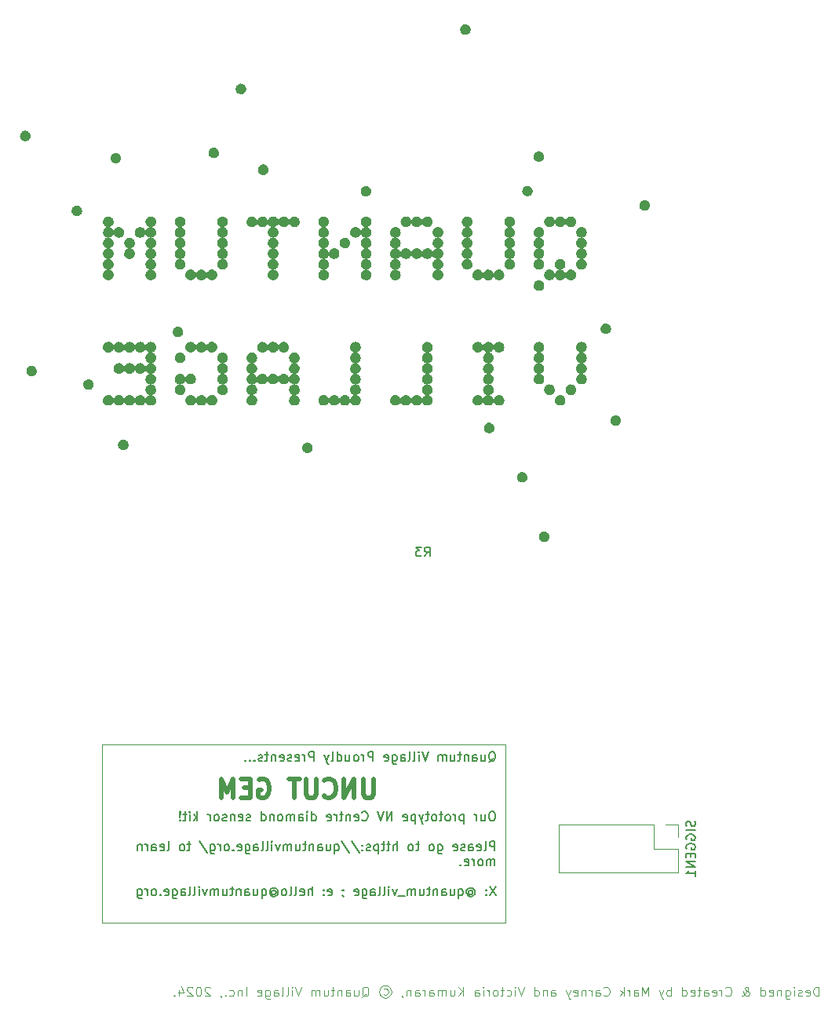
<source format=gbr>
%TF.GenerationSoftware,KiCad,Pcbnew,8.0.6*%
%TF.CreationDate,2024-12-05T23:25:44+00:00*%
%TF.ProjectId,DiamondGeezer,4469616d-6f6e-4644-9765-657a65722e6b,rev?*%
%TF.SameCoordinates,Original*%
%TF.FileFunction,Legend,Bot*%
%TF.FilePolarity,Positive*%
%FSLAX46Y46*%
G04 Gerber Fmt 4.6, Leading zero omitted, Abs format (unit mm)*
G04 Created by KiCad (PCBNEW 8.0.6) date 2024-12-05 23:25:44*
%MOMM*%
%LPD*%
G01*
G04 APERTURE LIST*
%ADD10C,0.500000*%
%ADD11C,0.100000*%
%ADD12C,0.200000*%
%ADD13C,0.150000*%
%ADD14C,0.000000*%
%ADD15C,0.120000*%
G04 APERTURE END LIST*
D10*
X127194862Y-116729238D02*
X127194862Y-118348285D01*
X127194862Y-118348285D02*
X127099624Y-118538761D01*
X127099624Y-118538761D02*
X127004386Y-118634000D01*
X127004386Y-118634000D02*
X126813910Y-118729238D01*
X126813910Y-118729238D02*
X126432957Y-118729238D01*
X126432957Y-118729238D02*
X126242481Y-118634000D01*
X126242481Y-118634000D02*
X126147243Y-118538761D01*
X126147243Y-118538761D02*
X126052005Y-118348285D01*
X126052005Y-118348285D02*
X126052005Y-116729238D01*
X125099624Y-118729238D02*
X125099624Y-116729238D01*
X125099624Y-116729238D02*
X123956767Y-118729238D01*
X123956767Y-118729238D02*
X123956767Y-116729238D01*
X121861529Y-118538761D02*
X121956767Y-118634000D01*
X121956767Y-118634000D02*
X122242481Y-118729238D01*
X122242481Y-118729238D02*
X122432957Y-118729238D01*
X122432957Y-118729238D02*
X122718672Y-118634000D01*
X122718672Y-118634000D02*
X122909148Y-118443523D01*
X122909148Y-118443523D02*
X123004386Y-118253047D01*
X123004386Y-118253047D02*
X123099624Y-117872095D01*
X123099624Y-117872095D02*
X123099624Y-117586380D01*
X123099624Y-117586380D02*
X123004386Y-117205428D01*
X123004386Y-117205428D02*
X122909148Y-117014952D01*
X122909148Y-117014952D02*
X122718672Y-116824476D01*
X122718672Y-116824476D02*
X122432957Y-116729238D01*
X122432957Y-116729238D02*
X122242481Y-116729238D01*
X122242481Y-116729238D02*
X121956767Y-116824476D01*
X121956767Y-116824476D02*
X121861529Y-116919714D01*
X121004386Y-116729238D02*
X121004386Y-118348285D01*
X121004386Y-118348285D02*
X120909148Y-118538761D01*
X120909148Y-118538761D02*
X120813910Y-118634000D01*
X120813910Y-118634000D02*
X120623434Y-118729238D01*
X120623434Y-118729238D02*
X120242481Y-118729238D01*
X120242481Y-118729238D02*
X120052005Y-118634000D01*
X120052005Y-118634000D02*
X119956767Y-118538761D01*
X119956767Y-118538761D02*
X119861529Y-118348285D01*
X119861529Y-118348285D02*
X119861529Y-116729238D01*
X119194862Y-116729238D02*
X118052005Y-116729238D01*
X118623434Y-118729238D02*
X118623434Y-116729238D01*
X114813909Y-116824476D02*
X115004385Y-116729238D01*
X115004385Y-116729238D02*
X115290099Y-116729238D01*
X115290099Y-116729238D02*
X115575814Y-116824476D01*
X115575814Y-116824476D02*
X115766290Y-117014952D01*
X115766290Y-117014952D02*
X115861528Y-117205428D01*
X115861528Y-117205428D02*
X115956766Y-117586380D01*
X115956766Y-117586380D02*
X115956766Y-117872095D01*
X115956766Y-117872095D02*
X115861528Y-118253047D01*
X115861528Y-118253047D02*
X115766290Y-118443523D01*
X115766290Y-118443523D02*
X115575814Y-118634000D01*
X115575814Y-118634000D02*
X115290099Y-118729238D01*
X115290099Y-118729238D02*
X115099623Y-118729238D01*
X115099623Y-118729238D02*
X114813909Y-118634000D01*
X114813909Y-118634000D02*
X114718671Y-118538761D01*
X114718671Y-118538761D02*
X114718671Y-117872095D01*
X114718671Y-117872095D02*
X115099623Y-117872095D01*
X113861528Y-117681619D02*
X113194861Y-117681619D01*
X112909147Y-118729238D02*
X113861528Y-118729238D01*
X113861528Y-118729238D02*
X113861528Y-116729238D01*
X113861528Y-116729238D02*
X112909147Y-116729238D01*
X112052004Y-118729238D02*
X112052004Y-116729238D01*
X112052004Y-116729238D02*
X111385337Y-118157809D01*
X111385337Y-118157809D02*
X110718671Y-116729238D01*
X110718671Y-116729238D02*
X110718671Y-118729238D01*
D11*
X175196115Y-140122419D02*
X175196115Y-139122419D01*
X175196115Y-139122419D02*
X174958020Y-139122419D01*
X174958020Y-139122419D02*
X174815163Y-139170038D01*
X174815163Y-139170038D02*
X174719925Y-139265276D01*
X174719925Y-139265276D02*
X174672306Y-139360514D01*
X174672306Y-139360514D02*
X174624687Y-139550990D01*
X174624687Y-139550990D02*
X174624687Y-139693847D01*
X174624687Y-139693847D02*
X174672306Y-139884323D01*
X174672306Y-139884323D02*
X174719925Y-139979561D01*
X174719925Y-139979561D02*
X174815163Y-140074800D01*
X174815163Y-140074800D02*
X174958020Y-140122419D01*
X174958020Y-140122419D02*
X175196115Y-140122419D01*
X173815163Y-140074800D02*
X173910401Y-140122419D01*
X173910401Y-140122419D02*
X174100877Y-140122419D01*
X174100877Y-140122419D02*
X174196115Y-140074800D01*
X174196115Y-140074800D02*
X174243734Y-139979561D01*
X174243734Y-139979561D02*
X174243734Y-139598609D01*
X174243734Y-139598609D02*
X174196115Y-139503371D01*
X174196115Y-139503371D02*
X174100877Y-139455752D01*
X174100877Y-139455752D02*
X173910401Y-139455752D01*
X173910401Y-139455752D02*
X173815163Y-139503371D01*
X173815163Y-139503371D02*
X173767544Y-139598609D01*
X173767544Y-139598609D02*
X173767544Y-139693847D01*
X173767544Y-139693847D02*
X174243734Y-139789085D01*
X173386591Y-140074800D02*
X173291353Y-140122419D01*
X173291353Y-140122419D02*
X173100877Y-140122419D01*
X173100877Y-140122419D02*
X173005639Y-140074800D01*
X173005639Y-140074800D02*
X172958020Y-139979561D01*
X172958020Y-139979561D02*
X172958020Y-139931942D01*
X172958020Y-139931942D02*
X173005639Y-139836704D01*
X173005639Y-139836704D02*
X173100877Y-139789085D01*
X173100877Y-139789085D02*
X173243734Y-139789085D01*
X173243734Y-139789085D02*
X173338972Y-139741466D01*
X173338972Y-139741466D02*
X173386591Y-139646228D01*
X173386591Y-139646228D02*
X173386591Y-139598609D01*
X173386591Y-139598609D02*
X173338972Y-139503371D01*
X173338972Y-139503371D02*
X173243734Y-139455752D01*
X173243734Y-139455752D02*
X173100877Y-139455752D01*
X173100877Y-139455752D02*
X173005639Y-139503371D01*
X172529448Y-140122419D02*
X172529448Y-139455752D01*
X172529448Y-139122419D02*
X172577067Y-139170038D01*
X172577067Y-139170038D02*
X172529448Y-139217657D01*
X172529448Y-139217657D02*
X172481829Y-139170038D01*
X172481829Y-139170038D02*
X172529448Y-139122419D01*
X172529448Y-139122419D02*
X172529448Y-139217657D01*
X171624687Y-139455752D02*
X171624687Y-140265276D01*
X171624687Y-140265276D02*
X171672306Y-140360514D01*
X171672306Y-140360514D02*
X171719925Y-140408133D01*
X171719925Y-140408133D02*
X171815163Y-140455752D01*
X171815163Y-140455752D02*
X171958020Y-140455752D01*
X171958020Y-140455752D02*
X172053258Y-140408133D01*
X171624687Y-140074800D02*
X171719925Y-140122419D01*
X171719925Y-140122419D02*
X171910401Y-140122419D01*
X171910401Y-140122419D02*
X172005639Y-140074800D01*
X172005639Y-140074800D02*
X172053258Y-140027180D01*
X172053258Y-140027180D02*
X172100877Y-139931942D01*
X172100877Y-139931942D02*
X172100877Y-139646228D01*
X172100877Y-139646228D02*
X172053258Y-139550990D01*
X172053258Y-139550990D02*
X172005639Y-139503371D01*
X172005639Y-139503371D02*
X171910401Y-139455752D01*
X171910401Y-139455752D02*
X171719925Y-139455752D01*
X171719925Y-139455752D02*
X171624687Y-139503371D01*
X171148496Y-139455752D02*
X171148496Y-140122419D01*
X171148496Y-139550990D02*
X171100877Y-139503371D01*
X171100877Y-139503371D02*
X171005639Y-139455752D01*
X171005639Y-139455752D02*
X170862782Y-139455752D01*
X170862782Y-139455752D02*
X170767544Y-139503371D01*
X170767544Y-139503371D02*
X170719925Y-139598609D01*
X170719925Y-139598609D02*
X170719925Y-140122419D01*
X169862782Y-140074800D02*
X169958020Y-140122419D01*
X169958020Y-140122419D02*
X170148496Y-140122419D01*
X170148496Y-140122419D02*
X170243734Y-140074800D01*
X170243734Y-140074800D02*
X170291353Y-139979561D01*
X170291353Y-139979561D02*
X170291353Y-139598609D01*
X170291353Y-139598609D02*
X170243734Y-139503371D01*
X170243734Y-139503371D02*
X170148496Y-139455752D01*
X170148496Y-139455752D02*
X169958020Y-139455752D01*
X169958020Y-139455752D02*
X169862782Y-139503371D01*
X169862782Y-139503371D02*
X169815163Y-139598609D01*
X169815163Y-139598609D02*
X169815163Y-139693847D01*
X169815163Y-139693847D02*
X170291353Y-139789085D01*
X168958020Y-140122419D02*
X168958020Y-139122419D01*
X168958020Y-140074800D02*
X169053258Y-140122419D01*
X169053258Y-140122419D02*
X169243734Y-140122419D01*
X169243734Y-140122419D02*
X169338972Y-140074800D01*
X169338972Y-140074800D02*
X169386591Y-140027180D01*
X169386591Y-140027180D02*
X169434210Y-139931942D01*
X169434210Y-139931942D02*
X169434210Y-139646228D01*
X169434210Y-139646228D02*
X169386591Y-139550990D01*
X169386591Y-139550990D02*
X169338972Y-139503371D01*
X169338972Y-139503371D02*
X169243734Y-139455752D01*
X169243734Y-139455752D02*
X169053258Y-139455752D01*
X169053258Y-139455752D02*
X168958020Y-139503371D01*
X166910400Y-140122419D02*
X166958020Y-140122419D01*
X166958020Y-140122419D02*
X167053258Y-140074800D01*
X167053258Y-140074800D02*
X167196115Y-139931942D01*
X167196115Y-139931942D02*
X167434210Y-139646228D01*
X167434210Y-139646228D02*
X167529448Y-139503371D01*
X167529448Y-139503371D02*
X167577067Y-139360514D01*
X167577067Y-139360514D02*
X167577067Y-139265276D01*
X167577067Y-139265276D02*
X167529448Y-139170038D01*
X167529448Y-139170038D02*
X167434210Y-139122419D01*
X167434210Y-139122419D02*
X167386591Y-139122419D01*
X167386591Y-139122419D02*
X167291353Y-139170038D01*
X167291353Y-139170038D02*
X167243734Y-139265276D01*
X167243734Y-139265276D02*
X167243734Y-139312895D01*
X167243734Y-139312895D02*
X167291353Y-139408133D01*
X167291353Y-139408133D02*
X167338972Y-139455752D01*
X167338972Y-139455752D02*
X167624686Y-139646228D01*
X167624686Y-139646228D02*
X167672305Y-139693847D01*
X167672305Y-139693847D02*
X167719924Y-139789085D01*
X167719924Y-139789085D02*
X167719924Y-139931942D01*
X167719924Y-139931942D02*
X167672305Y-140027180D01*
X167672305Y-140027180D02*
X167624686Y-140074800D01*
X167624686Y-140074800D02*
X167529448Y-140122419D01*
X167529448Y-140122419D02*
X167386591Y-140122419D01*
X167386591Y-140122419D02*
X167291353Y-140074800D01*
X167291353Y-140074800D02*
X167243734Y-140027180D01*
X167243734Y-140027180D02*
X167100877Y-139836704D01*
X167100877Y-139836704D02*
X167053258Y-139693847D01*
X167053258Y-139693847D02*
X167053258Y-139598609D01*
X165148496Y-140027180D02*
X165196115Y-140074800D01*
X165196115Y-140074800D02*
X165338972Y-140122419D01*
X165338972Y-140122419D02*
X165434210Y-140122419D01*
X165434210Y-140122419D02*
X165577067Y-140074800D01*
X165577067Y-140074800D02*
X165672305Y-139979561D01*
X165672305Y-139979561D02*
X165719924Y-139884323D01*
X165719924Y-139884323D02*
X165767543Y-139693847D01*
X165767543Y-139693847D02*
X165767543Y-139550990D01*
X165767543Y-139550990D02*
X165719924Y-139360514D01*
X165719924Y-139360514D02*
X165672305Y-139265276D01*
X165672305Y-139265276D02*
X165577067Y-139170038D01*
X165577067Y-139170038D02*
X165434210Y-139122419D01*
X165434210Y-139122419D02*
X165338972Y-139122419D01*
X165338972Y-139122419D02*
X165196115Y-139170038D01*
X165196115Y-139170038D02*
X165148496Y-139217657D01*
X164719924Y-140122419D02*
X164719924Y-139455752D01*
X164719924Y-139646228D02*
X164672305Y-139550990D01*
X164672305Y-139550990D02*
X164624686Y-139503371D01*
X164624686Y-139503371D02*
X164529448Y-139455752D01*
X164529448Y-139455752D02*
X164434210Y-139455752D01*
X163719924Y-140074800D02*
X163815162Y-140122419D01*
X163815162Y-140122419D02*
X164005638Y-140122419D01*
X164005638Y-140122419D02*
X164100876Y-140074800D01*
X164100876Y-140074800D02*
X164148495Y-139979561D01*
X164148495Y-139979561D02*
X164148495Y-139598609D01*
X164148495Y-139598609D02*
X164100876Y-139503371D01*
X164100876Y-139503371D02*
X164005638Y-139455752D01*
X164005638Y-139455752D02*
X163815162Y-139455752D01*
X163815162Y-139455752D02*
X163719924Y-139503371D01*
X163719924Y-139503371D02*
X163672305Y-139598609D01*
X163672305Y-139598609D02*
X163672305Y-139693847D01*
X163672305Y-139693847D02*
X164148495Y-139789085D01*
X162815162Y-140122419D02*
X162815162Y-139598609D01*
X162815162Y-139598609D02*
X162862781Y-139503371D01*
X162862781Y-139503371D02*
X162958019Y-139455752D01*
X162958019Y-139455752D02*
X163148495Y-139455752D01*
X163148495Y-139455752D02*
X163243733Y-139503371D01*
X162815162Y-140074800D02*
X162910400Y-140122419D01*
X162910400Y-140122419D02*
X163148495Y-140122419D01*
X163148495Y-140122419D02*
X163243733Y-140074800D01*
X163243733Y-140074800D02*
X163291352Y-139979561D01*
X163291352Y-139979561D02*
X163291352Y-139884323D01*
X163291352Y-139884323D02*
X163243733Y-139789085D01*
X163243733Y-139789085D02*
X163148495Y-139741466D01*
X163148495Y-139741466D02*
X162910400Y-139741466D01*
X162910400Y-139741466D02*
X162815162Y-139693847D01*
X162481828Y-139455752D02*
X162100876Y-139455752D01*
X162338971Y-139122419D02*
X162338971Y-139979561D01*
X162338971Y-139979561D02*
X162291352Y-140074800D01*
X162291352Y-140074800D02*
X162196114Y-140122419D01*
X162196114Y-140122419D02*
X162100876Y-140122419D01*
X161386590Y-140074800D02*
X161481828Y-140122419D01*
X161481828Y-140122419D02*
X161672304Y-140122419D01*
X161672304Y-140122419D02*
X161767542Y-140074800D01*
X161767542Y-140074800D02*
X161815161Y-139979561D01*
X161815161Y-139979561D02*
X161815161Y-139598609D01*
X161815161Y-139598609D02*
X161767542Y-139503371D01*
X161767542Y-139503371D02*
X161672304Y-139455752D01*
X161672304Y-139455752D02*
X161481828Y-139455752D01*
X161481828Y-139455752D02*
X161386590Y-139503371D01*
X161386590Y-139503371D02*
X161338971Y-139598609D01*
X161338971Y-139598609D02*
X161338971Y-139693847D01*
X161338971Y-139693847D02*
X161815161Y-139789085D01*
X160481828Y-140122419D02*
X160481828Y-139122419D01*
X160481828Y-140074800D02*
X160577066Y-140122419D01*
X160577066Y-140122419D02*
X160767542Y-140122419D01*
X160767542Y-140122419D02*
X160862780Y-140074800D01*
X160862780Y-140074800D02*
X160910399Y-140027180D01*
X160910399Y-140027180D02*
X160958018Y-139931942D01*
X160958018Y-139931942D02*
X160958018Y-139646228D01*
X160958018Y-139646228D02*
X160910399Y-139550990D01*
X160910399Y-139550990D02*
X160862780Y-139503371D01*
X160862780Y-139503371D02*
X160767542Y-139455752D01*
X160767542Y-139455752D02*
X160577066Y-139455752D01*
X160577066Y-139455752D02*
X160481828Y-139503371D01*
X159243732Y-140122419D02*
X159243732Y-139122419D01*
X159243732Y-139503371D02*
X159148494Y-139455752D01*
X159148494Y-139455752D02*
X158958018Y-139455752D01*
X158958018Y-139455752D02*
X158862780Y-139503371D01*
X158862780Y-139503371D02*
X158815161Y-139550990D01*
X158815161Y-139550990D02*
X158767542Y-139646228D01*
X158767542Y-139646228D02*
X158767542Y-139931942D01*
X158767542Y-139931942D02*
X158815161Y-140027180D01*
X158815161Y-140027180D02*
X158862780Y-140074800D01*
X158862780Y-140074800D02*
X158958018Y-140122419D01*
X158958018Y-140122419D02*
X159148494Y-140122419D01*
X159148494Y-140122419D02*
X159243732Y-140074800D01*
X158434208Y-139455752D02*
X158196113Y-140122419D01*
X157958018Y-139455752D02*
X158196113Y-140122419D01*
X158196113Y-140122419D02*
X158291351Y-140360514D01*
X158291351Y-140360514D02*
X158338970Y-140408133D01*
X158338970Y-140408133D02*
X158434208Y-140455752D01*
X156815160Y-140122419D02*
X156815160Y-139122419D01*
X156815160Y-139122419D02*
X156481827Y-139836704D01*
X156481827Y-139836704D02*
X156148494Y-139122419D01*
X156148494Y-139122419D02*
X156148494Y-140122419D01*
X155243732Y-140122419D02*
X155243732Y-139598609D01*
X155243732Y-139598609D02*
X155291351Y-139503371D01*
X155291351Y-139503371D02*
X155386589Y-139455752D01*
X155386589Y-139455752D02*
X155577065Y-139455752D01*
X155577065Y-139455752D02*
X155672303Y-139503371D01*
X155243732Y-140074800D02*
X155338970Y-140122419D01*
X155338970Y-140122419D02*
X155577065Y-140122419D01*
X155577065Y-140122419D02*
X155672303Y-140074800D01*
X155672303Y-140074800D02*
X155719922Y-139979561D01*
X155719922Y-139979561D02*
X155719922Y-139884323D01*
X155719922Y-139884323D02*
X155672303Y-139789085D01*
X155672303Y-139789085D02*
X155577065Y-139741466D01*
X155577065Y-139741466D02*
X155338970Y-139741466D01*
X155338970Y-139741466D02*
X155243732Y-139693847D01*
X154767541Y-140122419D02*
X154767541Y-139455752D01*
X154767541Y-139646228D02*
X154719922Y-139550990D01*
X154719922Y-139550990D02*
X154672303Y-139503371D01*
X154672303Y-139503371D02*
X154577065Y-139455752D01*
X154577065Y-139455752D02*
X154481827Y-139455752D01*
X154148493Y-140122419D02*
X154148493Y-139122419D01*
X154053255Y-139741466D02*
X153767541Y-140122419D01*
X153767541Y-139455752D02*
X154148493Y-139836704D01*
X152005636Y-140027180D02*
X152053255Y-140074800D01*
X152053255Y-140074800D02*
X152196112Y-140122419D01*
X152196112Y-140122419D02*
X152291350Y-140122419D01*
X152291350Y-140122419D02*
X152434207Y-140074800D01*
X152434207Y-140074800D02*
X152529445Y-139979561D01*
X152529445Y-139979561D02*
X152577064Y-139884323D01*
X152577064Y-139884323D02*
X152624683Y-139693847D01*
X152624683Y-139693847D02*
X152624683Y-139550990D01*
X152624683Y-139550990D02*
X152577064Y-139360514D01*
X152577064Y-139360514D02*
X152529445Y-139265276D01*
X152529445Y-139265276D02*
X152434207Y-139170038D01*
X152434207Y-139170038D02*
X152291350Y-139122419D01*
X152291350Y-139122419D02*
X152196112Y-139122419D01*
X152196112Y-139122419D02*
X152053255Y-139170038D01*
X152053255Y-139170038D02*
X152005636Y-139217657D01*
X151148493Y-140122419D02*
X151148493Y-139598609D01*
X151148493Y-139598609D02*
X151196112Y-139503371D01*
X151196112Y-139503371D02*
X151291350Y-139455752D01*
X151291350Y-139455752D02*
X151481826Y-139455752D01*
X151481826Y-139455752D02*
X151577064Y-139503371D01*
X151148493Y-140074800D02*
X151243731Y-140122419D01*
X151243731Y-140122419D02*
X151481826Y-140122419D01*
X151481826Y-140122419D02*
X151577064Y-140074800D01*
X151577064Y-140074800D02*
X151624683Y-139979561D01*
X151624683Y-139979561D02*
X151624683Y-139884323D01*
X151624683Y-139884323D02*
X151577064Y-139789085D01*
X151577064Y-139789085D02*
X151481826Y-139741466D01*
X151481826Y-139741466D02*
X151243731Y-139741466D01*
X151243731Y-139741466D02*
X151148493Y-139693847D01*
X150672302Y-140122419D02*
X150672302Y-139455752D01*
X150672302Y-139646228D02*
X150624683Y-139550990D01*
X150624683Y-139550990D02*
X150577064Y-139503371D01*
X150577064Y-139503371D02*
X150481826Y-139455752D01*
X150481826Y-139455752D02*
X150386588Y-139455752D01*
X150053254Y-139455752D02*
X150053254Y-140122419D01*
X150053254Y-139550990D02*
X150005635Y-139503371D01*
X150005635Y-139503371D02*
X149910397Y-139455752D01*
X149910397Y-139455752D02*
X149767540Y-139455752D01*
X149767540Y-139455752D02*
X149672302Y-139503371D01*
X149672302Y-139503371D02*
X149624683Y-139598609D01*
X149624683Y-139598609D02*
X149624683Y-140122419D01*
X148767540Y-140074800D02*
X148862778Y-140122419D01*
X148862778Y-140122419D02*
X149053254Y-140122419D01*
X149053254Y-140122419D02*
X149148492Y-140074800D01*
X149148492Y-140074800D02*
X149196111Y-139979561D01*
X149196111Y-139979561D02*
X149196111Y-139598609D01*
X149196111Y-139598609D02*
X149148492Y-139503371D01*
X149148492Y-139503371D02*
X149053254Y-139455752D01*
X149053254Y-139455752D02*
X148862778Y-139455752D01*
X148862778Y-139455752D02*
X148767540Y-139503371D01*
X148767540Y-139503371D02*
X148719921Y-139598609D01*
X148719921Y-139598609D02*
X148719921Y-139693847D01*
X148719921Y-139693847D02*
X149196111Y-139789085D01*
X148386587Y-139455752D02*
X148148492Y-140122419D01*
X147910397Y-139455752D02*
X148148492Y-140122419D01*
X148148492Y-140122419D02*
X148243730Y-140360514D01*
X148243730Y-140360514D02*
X148291349Y-140408133D01*
X148291349Y-140408133D02*
X148386587Y-140455752D01*
X146338968Y-140122419D02*
X146338968Y-139598609D01*
X146338968Y-139598609D02*
X146386587Y-139503371D01*
X146386587Y-139503371D02*
X146481825Y-139455752D01*
X146481825Y-139455752D02*
X146672301Y-139455752D01*
X146672301Y-139455752D02*
X146767539Y-139503371D01*
X146338968Y-140074800D02*
X146434206Y-140122419D01*
X146434206Y-140122419D02*
X146672301Y-140122419D01*
X146672301Y-140122419D02*
X146767539Y-140074800D01*
X146767539Y-140074800D02*
X146815158Y-139979561D01*
X146815158Y-139979561D02*
X146815158Y-139884323D01*
X146815158Y-139884323D02*
X146767539Y-139789085D01*
X146767539Y-139789085D02*
X146672301Y-139741466D01*
X146672301Y-139741466D02*
X146434206Y-139741466D01*
X146434206Y-139741466D02*
X146338968Y-139693847D01*
X145862777Y-139455752D02*
X145862777Y-140122419D01*
X145862777Y-139550990D02*
X145815158Y-139503371D01*
X145815158Y-139503371D02*
X145719920Y-139455752D01*
X145719920Y-139455752D02*
X145577063Y-139455752D01*
X145577063Y-139455752D02*
X145481825Y-139503371D01*
X145481825Y-139503371D02*
X145434206Y-139598609D01*
X145434206Y-139598609D02*
X145434206Y-140122419D01*
X144529444Y-140122419D02*
X144529444Y-139122419D01*
X144529444Y-140074800D02*
X144624682Y-140122419D01*
X144624682Y-140122419D02*
X144815158Y-140122419D01*
X144815158Y-140122419D02*
X144910396Y-140074800D01*
X144910396Y-140074800D02*
X144958015Y-140027180D01*
X144958015Y-140027180D02*
X145005634Y-139931942D01*
X145005634Y-139931942D02*
X145005634Y-139646228D01*
X145005634Y-139646228D02*
X144958015Y-139550990D01*
X144958015Y-139550990D02*
X144910396Y-139503371D01*
X144910396Y-139503371D02*
X144815158Y-139455752D01*
X144815158Y-139455752D02*
X144624682Y-139455752D01*
X144624682Y-139455752D02*
X144529444Y-139503371D01*
X143434205Y-139122419D02*
X143100872Y-140122419D01*
X143100872Y-140122419D02*
X142767539Y-139122419D01*
X142434205Y-140122419D02*
X142434205Y-139455752D01*
X142434205Y-139122419D02*
X142481824Y-139170038D01*
X142481824Y-139170038D02*
X142434205Y-139217657D01*
X142434205Y-139217657D02*
X142386586Y-139170038D01*
X142386586Y-139170038D02*
X142434205Y-139122419D01*
X142434205Y-139122419D02*
X142434205Y-139217657D01*
X141529444Y-140074800D02*
X141624682Y-140122419D01*
X141624682Y-140122419D02*
X141815158Y-140122419D01*
X141815158Y-140122419D02*
X141910396Y-140074800D01*
X141910396Y-140074800D02*
X141958015Y-140027180D01*
X141958015Y-140027180D02*
X142005634Y-139931942D01*
X142005634Y-139931942D02*
X142005634Y-139646228D01*
X142005634Y-139646228D02*
X141958015Y-139550990D01*
X141958015Y-139550990D02*
X141910396Y-139503371D01*
X141910396Y-139503371D02*
X141815158Y-139455752D01*
X141815158Y-139455752D02*
X141624682Y-139455752D01*
X141624682Y-139455752D02*
X141529444Y-139503371D01*
X141243729Y-139455752D02*
X140862777Y-139455752D01*
X141100872Y-139122419D02*
X141100872Y-139979561D01*
X141100872Y-139979561D02*
X141053253Y-140074800D01*
X141053253Y-140074800D02*
X140958015Y-140122419D01*
X140958015Y-140122419D02*
X140862777Y-140122419D01*
X140386586Y-140122419D02*
X140481824Y-140074800D01*
X140481824Y-140074800D02*
X140529443Y-140027180D01*
X140529443Y-140027180D02*
X140577062Y-139931942D01*
X140577062Y-139931942D02*
X140577062Y-139646228D01*
X140577062Y-139646228D02*
X140529443Y-139550990D01*
X140529443Y-139550990D02*
X140481824Y-139503371D01*
X140481824Y-139503371D02*
X140386586Y-139455752D01*
X140386586Y-139455752D02*
X140243729Y-139455752D01*
X140243729Y-139455752D02*
X140148491Y-139503371D01*
X140148491Y-139503371D02*
X140100872Y-139550990D01*
X140100872Y-139550990D02*
X140053253Y-139646228D01*
X140053253Y-139646228D02*
X140053253Y-139931942D01*
X140053253Y-139931942D02*
X140100872Y-140027180D01*
X140100872Y-140027180D02*
X140148491Y-140074800D01*
X140148491Y-140074800D02*
X140243729Y-140122419D01*
X140243729Y-140122419D02*
X140386586Y-140122419D01*
X139624681Y-140122419D02*
X139624681Y-139455752D01*
X139624681Y-139646228D02*
X139577062Y-139550990D01*
X139577062Y-139550990D02*
X139529443Y-139503371D01*
X139529443Y-139503371D02*
X139434205Y-139455752D01*
X139434205Y-139455752D02*
X139338967Y-139455752D01*
X139005633Y-140122419D02*
X139005633Y-139455752D01*
X139005633Y-139122419D02*
X139053252Y-139170038D01*
X139053252Y-139170038D02*
X139005633Y-139217657D01*
X139005633Y-139217657D02*
X138958014Y-139170038D01*
X138958014Y-139170038D02*
X139005633Y-139122419D01*
X139005633Y-139122419D02*
X139005633Y-139217657D01*
X138100872Y-140122419D02*
X138100872Y-139598609D01*
X138100872Y-139598609D02*
X138148491Y-139503371D01*
X138148491Y-139503371D02*
X138243729Y-139455752D01*
X138243729Y-139455752D02*
X138434205Y-139455752D01*
X138434205Y-139455752D02*
X138529443Y-139503371D01*
X138100872Y-140074800D02*
X138196110Y-140122419D01*
X138196110Y-140122419D02*
X138434205Y-140122419D01*
X138434205Y-140122419D02*
X138529443Y-140074800D01*
X138529443Y-140074800D02*
X138577062Y-139979561D01*
X138577062Y-139979561D02*
X138577062Y-139884323D01*
X138577062Y-139884323D02*
X138529443Y-139789085D01*
X138529443Y-139789085D02*
X138434205Y-139741466D01*
X138434205Y-139741466D02*
X138196110Y-139741466D01*
X138196110Y-139741466D02*
X138100872Y-139693847D01*
X136862776Y-140122419D02*
X136862776Y-139122419D01*
X136291348Y-140122419D02*
X136719919Y-139550990D01*
X136291348Y-139122419D02*
X136862776Y-139693847D01*
X135434205Y-139455752D02*
X135434205Y-140122419D01*
X135862776Y-139455752D02*
X135862776Y-139979561D01*
X135862776Y-139979561D02*
X135815157Y-140074800D01*
X135815157Y-140074800D02*
X135719919Y-140122419D01*
X135719919Y-140122419D02*
X135577062Y-140122419D01*
X135577062Y-140122419D02*
X135481824Y-140074800D01*
X135481824Y-140074800D02*
X135434205Y-140027180D01*
X134958014Y-140122419D02*
X134958014Y-139455752D01*
X134958014Y-139550990D02*
X134910395Y-139503371D01*
X134910395Y-139503371D02*
X134815157Y-139455752D01*
X134815157Y-139455752D02*
X134672300Y-139455752D01*
X134672300Y-139455752D02*
X134577062Y-139503371D01*
X134577062Y-139503371D02*
X134529443Y-139598609D01*
X134529443Y-139598609D02*
X134529443Y-140122419D01*
X134529443Y-139598609D02*
X134481824Y-139503371D01*
X134481824Y-139503371D02*
X134386586Y-139455752D01*
X134386586Y-139455752D02*
X134243729Y-139455752D01*
X134243729Y-139455752D02*
X134148490Y-139503371D01*
X134148490Y-139503371D02*
X134100871Y-139598609D01*
X134100871Y-139598609D02*
X134100871Y-140122419D01*
X133196110Y-140122419D02*
X133196110Y-139598609D01*
X133196110Y-139598609D02*
X133243729Y-139503371D01*
X133243729Y-139503371D02*
X133338967Y-139455752D01*
X133338967Y-139455752D02*
X133529443Y-139455752D01*
X133529443Y-139455752D02*
X133624681Y-139503371D01*
X133196110Y-140074800D02*
X133291348Y-140122419D01*
X133291348Y-140122419D02*
X133529443Y-140122419D01*
X133529443Y-140122419D02*
X133624681Y-140074800D01*
X133624681Y-140074800D02*
X133672300Y-139979561D01*
X133672300Y-139979561D02*
X133672300Y-139884323D01*
X133672300Y-139884323D02*
X133624681Y-139789085D01*
X133624681Y-139789085D02*
X133529443Y-139741466D01*
X133529443Y-139741466D02*
X133291348Y-139741466D01*
X133291348Y-139741466D02*
X133196110Y-139693847D01*
X132719919Y-140122419D02*
X132719919Y-139455752D01*
X132719919Y-139646228D02*
X132672300Y-139550990D01*
X132672300Y-139550990D02*
X132624681Y-139503371D01*
X132624681Y-139503371D02*
X132529443Y-139455752D01*
X132529443Y-139455752D02*
X132434205Y-139455752D01*
X131672300Y-140122419D02*
X131672300Y-139598609D01*
X131672300Y-139598609D02*
X131719919Y-139503371D01*
X131719919Y-139503371D02*
X131815157Y-139455752D01*
X131815157Y-139455752D02*
X132005633Y-139455752D01*
X132005633Y-139455752D02*
X132100871Y-139503371D01*
X131672300Y-140074800D02*
X131767538Y-140122419D01*
X131767538Y-140122419D02*
X132005633Y-140122419D01*
X132005633Y-140122419D02*
X132100871Y-140074800D01*
X132100871Y-140074800D02*
X132148490Y-139979561D01*
X132148490Y-139979561D02*
X132148490Y-139884323D01*
X132148490Y-139884323D02*
X132100871Y-139789085D01*
X132100871Y-139789085D02*
X132005633Y-139741466D01*
X132005633Y-139741466D02*
X131767538Y-139741466D01*
X131767538Y-139741466D02*
X131672300Y-139693847D01*
X131196109Y-139455752D02*
X131196109Y-140122419D01*
X131196109Y-139550990D02*
X131148490Y-139503371D01*
X131148490Y-139503371D02*
X131053252Y-139455752D01*
X131053252Y-139455752D02*
X130910395Y-139455752D01*
X130910395Y-139455752D02*
X130815157Y-139503371D01*
X130815157Y-139503371D02*
X130767538Y-139598609D01*
X130767538Y-139598609D02*
X130767538Y-140122419D01*
X130243728Y-140074800D02*
X130243728Y-140122419D01*
X130243728Y-140122419D02*
X130291347Y-140217657D01*
X130291347Y-140217657D02*
X130338966Y-140265276D01*
X128243728Y-139360514D02*
X128338967Y-139312895D01*
X128338967Y-139312895D02*
X128529443Y-139312895D01*
X128529443Y-139312895D02*
X128624681Y-139360514D01*
X128624681Y-139360514D02*
X128719919Y-139455752D01*
X128719919Y-139455752D02*
X128767538Y-139550990D01*
X128767538Y-139550990D02*
X128767538Y-139741466D01*
X128767538Y-139741466D02*
X128719919Y-139836704D01*
X128719919Y-139836704D02*
X128624681Y-139931942D01*
X128624681Y-139931942D02*
X128529443Y-139979561D01*
X128529443Y-139979561D02*
X128338967Y-139979561D01*
X128338967Y-139979561D02*
X128243728Y-139931942D01*
X128434205Y-138979561D02*
X128672300Y-139027180D01*
X128672300Y-139027180D02*
X128910395Y-139170038D01*
X128910395Y-139170038D02*
X129053252Y-139408133D01*
X129053252Y-139408133D02*
X129100871Y-139646228D01*
X129100871Y-139646228D02*
X129053252Y-139884323D01*
X129053252Y-139884323D02*
X128910395Y-140122419D01*
X128910395Y-140122419D02*
X128672300Y-140265276D01*
X128672300Y-140265276D02*
X128434205Y-140312895D01*
X128434205Y-140312895D02*
X128196109Y-140265276D01*
X128196109Y-140265276D02*
X127958014Y-140122419D01*
X127958014Y-140122419D02*
X127815157Y-139884323D01*
X127815157Y-139884323D02*
X127767538Y-139646228D01*
X127767538Y-139646228D02*
X127815157Y-139408133D01*
X127815157Y-139408133D02*
X127958014Y-139170038D01*
X127958014Y-139170038D02*
X128196109Y-139027180D01*
X128196109Y-139027180D02*
X128434205Y-138979561D01*
X125910395Y-140217657D02*
X126005633Y-140170038D01*
X126005633Y-140170038D02*
X126100871Y-140074800D01*
X126100871Y-140074800D02*
X126243728Y-139931942D01*
X126243728Y-139931942D02*
X126338966Y-139884323D01*
X126338966Y-139884323D02*
X126434204Y-139884323D01*
X126386585Y-140122419D02*
X126481823Y-140074800D01*
X126481823Y-140074800D02*
X126577061Y-139979561D01*
X126577061Y-139979561D02*
X126624680Y-139789085D01*
X126624680Y-139789085D02*
X126624680Y-139455752D01*
X126624680Y-139455752D02*
X126577061Y-139265276D01*
X126577061Y-139265276D02*
X126481823Y-139170038D01*
X126481823Y-139170038D02*
X126386585Y-139122419D01*
X126386585Y-139122419D02*
X126196109Y-139122419D01*
X126196109Y-139122419D02*
X126100871Y-139170038D01*
X126100871Y-139170038D02*
X126005633Y-139265276D01*
X126005633Y-139265276D02*
X125958014Y-139455752D01*
X125958014Y-139455752D02*
X125958014Y-139789085D01*
X125958014Y-139789085D02*
X126005633Y-139979561D01*
X126005633Y-139979561D02*
X126100871Y-140074800D01*
X126100871Y-140074800D02*
X126196109Y-140122419D01*
X126196109Y-140122419D02*
X126386585Y-140122419D01*
X125100871Y-139455752D02*
X125100871Y-140122419D01*
X125529442Y-139455752D02*
X125529442Y-139979561D01*
X125529442Y-139979561D02*
X125481823Y-140074800D01*
X125481823Y-140074800D02*
X125386585Y-140122419D01*
X125386585Y-140122419D02*
X125243728Y-140122419D01*
X125243728Y-140122419D02*
X125148490Y-140074800D01*
X125148490Y-140074800D02*
X125100871Y-140027180D01*
X124196109Y-140122419D02*
X124196109Y-139598609D01*
X124196109Y-139598609D02*
X124243728Y-139503371D01*
X124243728Y-139503371D02*
X124338966Y-139455752D01*
X124338966Y-139455752D02*
X124529442Y-139455752D01*
X124529442Y-139455752D02*
X124624680Y-139503371D01*
X124196109Y-140074800D02*
X124291347Y-140122419D01*
X124291347Y-140122419D02*
X124529442Y-140122419D01*
X124529442Y-140122419D02*
X124624680Y-140074800D01*
X124624680Y-140074800D02*
X124672299Y-139979561D01*
X124672299Y-139979561D02*
X124672299Y-139884323D01*
X124672299Y-139884323D02*
X124624680Y-139789085D01*
X124624680Y-139789085D02*
X124529442Y-139741466D01*
X124529442Y-139741466D02*
X124291347Y-139741466D01*
X124291347Y-139741466D02*
X124196109Y-139693847D01*
X123719918Y-139455752D02*
X123719918Y-140122419D01*
X123719918Y-139550990D02*
X123672299Y-139503371D01*
X123672299Y-139503371D02*
X123577061Y-139455752D01*
X123577061Y-139455752D02*
X123434204Y-139455752D01*
X123434204Y-139455752D02*
X123338966Y-139503371D01*
X123338966Y-139503371D02*
X123291347Y-139598609D01*
X123291347Y-139598609D02*
X123291347Y-140122419D01*
X122958013Y-139455752D02*
X122577061Y-139455752D01*
X122815156Y-139122419D02*
X122815156Y-139979561D01*
X122815156Y-139979561D02*
X122767537Y-140074800D01*
X122767537Y-140074800D02*
X122672299Y-140122419D01*
X122672299Y-140122419D02*
X122577061Y-140122419D01*
X121815156Y-139455752D02*
X121815156Y-140122419D01*
X122243727Y-139455752D02*
X122243727Y-139979561D01*
X122243727Y-139979561D02*
X122196108Y-140074800D01*
X122196108Y-140074800D02*
X122100870Y-140122419D01*
X122100870Y-140122419D02*
X121958013Y-140122419D01*
X121958013Y-140122419D02*
X121862775Y-140074800D01*
X121862775Y-140074800D02*
X121815156Y-140027180D01*
X121338965Y-140122419D02*
X121338965Y-139455752D01*
X121338965Y-139550990D02*
X121291346Y-139503371D01*
X121291346Y-139503371D02*
X121196108Y-139455752D01*
X121196108Y-139455752D02*
X121053251Y-139455752D01*
X121053251Y-139455752D02*
X120958013Y-139503371D01*
X120958013Y-139503371D02*
X120910394Y-139598609D01*
X120910394Y-139598609D02*
X120910394Y-140122419D01*
X120910394Y-139598609D02*
X120862775Y-139503371D01*
X120862775Y-139503371D02*
X120767537Y-139455752D01*
X120767537Y-139455752D02*
X120624680Y-139455752D01*
X120624680Y-139455752D02*
X120529441Y-139503371D01*
X120529441Y-139503371D02*
X120481822Y-139598609D01*
X120481822Y-139598609D02*
X120481822Y-140122419D01*
X119386584Y-139122419D02*
X119053251Y-140122419D01*
X119053251Y-140122419D02*
X118719918Y-139122419D01*
X118386584Y-140122419D02*
X118386584Y-139455752D01*
X118386584Y-139122419D02*
X118434203Y-139170038D01*
X118434203Y-139170038D02*
X118386584Y-139217657D01*
X118386584Y-139217657D02*
X118338965Y-139170038D01*
X118338965Y-139170038D02*
X118386584Y-139122419D01*
X118386584Y-139122419D02*
X118386584Y-139217657D01*
X117767537Y-140122419D02*
X117862775Y-140074800D01*
X117862775Y-140074800D02*
X117910394Y-139979561D01*
X117910394Y-139979561D02*
X117910394Y-139122419D01*
X117243727Y-140122419D02*
X117338965Y-140074800D01*
X117338965Y-140074800D02*
X117386584Y-139979561D01*
X117386584Y-139979561D02*
X117386584Y-139122419D01*
X116434203Y-140122419D02*
X116434203Y-139598609D01*
X116434203Y-139598609D02*
X116481822Y-139503371D01*
X116481822Y-139503371D02*
X116577060Y-139455752D01*
X116577060Y-139455752D02*
X116767536Y-139455752D01*
X116767536Y-139455752D02*
X116862774Y-139503371D01*
X116434203Y-140074800D02*
X116529441Y-140122419D01*
X116529441Y-140122419D02*
X116767536Y-140122419D01*
X116767536Y-140122419D02*
X116862774Y-140074800D01*
X116862774Y-140074800D02*
X116910393Y-139979561D01*
X116910393Y-139979561D02*
X116910393Y-139884323D01*
X116910393Y-139884323D02*
X116862774Y-139789085D01*
X116862774Y-139789085D02*
X116767536Y-139741466D01*
X116767536Y-139741466D02*
X116529441Y-139741466D01*
X116529441Y-139741466D02*
X116434203Y-139693847D01*
X115529441Y-139455752D02*
X115529441Y-140265276D01*
X115529441Y-140265276D02*
X115577060Y-140360514D01*
X115577060Y-140360514D02*
X115624679Y-140408133D01*
X115624679Y-140408133D02*
X115719917Y-140455752D01*
X115719917Y-140455752D02*
X115862774Y-140455752D01*
X115862774Y-140455752D02*
X115958012Y-140408133D01*
X115529441Y-140074800D02*
X115624679Y-140122419D01*
X115624679Y-140122419D02*
X115815155Y-140122419D01*
X115815155Y-140122419D02*
X115910393Y-140074800D01*
X115910393Y-140074800D02*
X115958012Y-140027180D01*
X115958012Y-140027180D02*
X116005631Y-139931942D01*
X116005631Y-139931942D02*
X116005631Y-139646228D01*
X116005631Y-139646228D02*
X115958012Y-139550990D01*
X115958012Y-139550990D02*
X115910393Y-139503371D01*
X115910393Y-139503371D02*
X115815155Y-139455752D01*
X115815155Y-139455752D02*
X115624679Y-139455752D01*
X115624679Y-139455752D02*
X115529441Y-139503371D01*
X114672298Y-140074800D02*
X114767536Y-140122419D01*
X114767536Y-140122419D02*
X114958012Y-140122419D01*
X114958012Y-140122419D02*
X115053250Y-140074800D01*
X115053250Y-140074800D02*
X115100869Y-139979561D01*
X115100869Y-139979561D02*
X115100869Y-139598609D01*
X115100869Y-139598609D02*
X115053250Y-139503371D01*
X115053250Y-139503371D02*
X114958012Y-139455752D01*
X114958012Y-139455752D02*
X114767536Y-139455752D01*
X114767536Y-139455752D02*
X114672298Y-139503371D01*
X114672298Y-139503371D02*
X114624679Y-139598609D01*
X114624679Y-139598609D02*
X114624679Y-139693847D01*
X114624679Y-139693847D02*
X115100869Y-139789085D01*
X113434202Y-140122419D02*
X113434202Y-139122419D01*
X112958012Y-139455752D02*
X112958012Y-140122419D01*
X112958012Y-139550990D02*
X112910393Y-139503371D01*
X112910393Y-139503371D02*
X112815155Y-139455752D01*
X112815155Y-139455752D02*
X112672298Y-139455752D01*
X112672298Y-139455752D02*
X112577060Y-139503371D01*
X112577060Y-139503371D02*
X112529441Y-139598609D01*
X112529441Y-139598609D02*
X112529441Y-140122419D01*
X111624679Y-140074800D02*
X111719917Y-140122419D01*
X111719917Y-140122419D02*
X111910393Y-140122419D01*
X111910393Y-140122419D02*
X112005631Y-140074800D01*
X112005631Y-140074800D02*
X112053250Y-140027180D01*
X112053250Y-140027180D02*
X112100869Y-139931942D01*
X112100869Y-139931942D02*
X112100869Y-139646228D01*
X112100869Y-139646228D02*
X112053250Y-139550990D01*
X112053250Y-139550990D02*
X112005631Y-139503371D01*
X112005631Y-139503371D02*
X111910393Y-139455752D01*
X111910393Y-139455752D02*
X111719917Y-139455752D01*
X111719917Y-139455752D02*
X111624679Y-139503371D01*
X111196107Y-140027180D02*
X111148488Y-140074800D01*
X111148488Y-140074800D02*
X111196107Y-140122419D01*
X111196107Y-140122419D02*
X111243726Y-140074800D01*
X111243726Y-140074800D02*
X111196107Y-140027180D01*
X111196107Y-140027180D02*
X111196107Y-140122419D01*
X110672298Y-140074800D02*
X110672298Y-140122419D01*
X110672298Y-140122419D02*
X110719917Y-140217657D01*
X110719917Y-140217657D02*
X110767536Y-140265276D01*
X109529441Y-139217657D02*
X109481822Y-139170038D01*
X109481822Y-139170038D02*
X109386584Y-139122419D01*
X109386584Y-139122419D02*
X109148489Y-139122419D01*
X109148489Y-139122419D02*
X109053251Y-139170038D01*
X109053251Y-139170038D02*
X109005632Y-139217657D01*
X109005632Y-139217657D02*
X108958013Y-139312895D01*
X108958013Y-139312895D02*
X108958013Y-139408133D01*
X108958013Y-139408133D02*
X109005632Y-139550990D01*
X109005632Y-139550990D02*
X109577060Y-140122419D01*
X109577060Y-140122419D02*
X108958013Y-140122419D01*
X108338965Y-139122419D02*
X108243727Y-139122419D01*
X108243727Y-139122419D02*
X108148489Y-139170038D01*
X108148489Y-139170038D02*
X108100870Y-139217657D01*
X108100870Y-139217657D02*
X108053251Y-139312895D01*
X108053251Y-139312895D02*
X108005632Y-139503371D01*
X108005632Y-139503371D02*
X108005632Y-139741466D01*
X108005632Y-139741466D02*
X108053251Y-139931942D01*
X108053251Y-139931942D02*
X108100870Y-140027180D01*
X108100870Y-140027180D02*
X108148489Y-140074800D01*
X108148489Y-140074800D02*
X108243727Y-140122419D01*
X108243727Y-140122419D02*
X108338965Y-140122419D01*
X108338965Y-140122419D02*
X108434203Y-140074800D01*
X108434203Y-140074800D02*
X108481822Y-140027180D01*
X108481822Y-140027180D02*
X108529441Y-139931942D01*
X108529441Y-139931942D02*
X108577060Y-139741466D01*
X108577060Y-139741466D02*
X108577060Y-139503371D01*
X108577060Y-139503371D02*
X108529441Y-139312895D01*
X108529441Y-139312895D02*
X108481822Y-139217657D01*
X108481822Y-139217657D02*
X108434203Y-139170038D01*
X108434203Y-139170038D02*
X108338965Y-139122419D01*
X107624679Y-139217657D02*
X107577060Y-139170038D01*
X107577060Y-139170038D02*
X107481822Y-139122419D01*
X107481822Y-139122419D02*
X107243727Y-139122419D01*
X107243727Y-139122419D02*
X107148489Y-139170038D01*
X107148489Y-139170038D02*
X107100870Y-139217657D01*
X107100870Y-139217657D02*
X107053251Y-139312895D01*
X107053251Y-139312895D02*
X107053251Y-139408133D01*
X107053251Y-139408133D02*
X107100870Y-139550990D01*
X107100870Y-139550990D02*
X107672298Y-140122419D01*
X107672298Y-140122419D02*
X107053251Y-140122419D01*
X106196108Y-139455752D02*
X106196108Y-140122419D01*
X106434203Y-139074800D02*
X106672298Y-139789085D01*
X106672298Y-139789085D02*
X106053251Y-139789085D01*
X105672298Y-140027180D02*
X105624679Y-140074800D01*
X105624679Y-140074800D02*
X105672298Y-140122419D01*
X105672298Y-140122419D02*
X105719917Y-140074800D01*
X105719917Y-140074800D02*
X105672298Y-140027180D01*
X105672298Y-140027180D02*
X105672298Y-140122419D01*
D12*
X139588660Y-114882457D02*
X139683898Y-114834838D01*
X139683898Y-114834838D02*
X139779136Y-114739600D01*
X139779136Y-114739600D02*
X139921993Y-114596742D01*
X139921993Y-114596742D02*
X140017231Y-114549123D01*
X140017231Y-114549123D02*
X140112469Y-114549123D01*
X140064850Y-114787219D02*
X140160088Y-114739600D01*
X140160088Y-114739600D02*
X140255326Y-114644361D01*
X140255326Y-114644361D02*
X140302945Y-114453885D01*
X140302945Y-114453885D02*
X140302945Y-114120552D01*
X140302945Y-114120552D02*
X140255326Y-113930076D01*
X140255326Y-113930076D02*
X140160088Y-113834838D01*
X140160088Y-113834838D02*
X140064850Y-113787219D01*
X140064850Y-113787219D02*
X139874374Y-113787219D01*
X139874374Y-113787219D02*
X139779136Y-113834838D01*
X139779136Y-113834838D02*
X139683898Y-113930076D01*
X139683898Y-113930076D02*
X139636279Y-114120552D01*
X139636279Y-114120552D02*
X139636279Y-114453885D01*
X139636279Y-114453885D02*
X139683898Y-114644361D01*
X139683898Y-114644361D02*
X139779136Y-114739600D01*
X139779136Y-114739600D02*
X139874374Y-114787219D01*
X139874374Y-114787219D02*
X140064850Y-114787219D01*
X138779136Y-114120552D02*
X138779136Y-114787219D01*
X139207707Y-114120552D02*
X139207707Y-114644361D01*
X139207707Y-114644361D02*
X139160088Y-114739600D01*
X139160088Y-114739600D02*
X139064850Y-114787219D01*
X139064850Y-114787219D02*
X138921993Y-114787219D01*
X138921993Y-114787219D02*
X138826755Y-114739600D01*
X138826755Y-114739600D02*
X138779136Y-114691980D01*
X137874374Y-114787219D02*
X137874374Y-114263409D01*
X137874374Y-114263409D02*
X137921993Y-114168171D01*
X137921993Y-114168171D02*
X138017231Y-114120552D01*
X138017231Y-114120552D02*
X138207707Y-114120552D01*
X138207707Y-114120552D02*
X138302945Y-114168171D01*
X137874374Y-114739600D02*
X137969612Y-114787219D01*
X137969612Y-114787219D02*
X138207707Y-114787219D01*
X138207707Y-114787219D02*
X138302945Y-114739600D01*
X138302945Y-114739600D02*
X138350564Y-114644361D01*
X138350564Y-114644361D02*
X138350564Y-114549123D01*
X138350564Y-114549123D02*
X138302945Y-114453885D01*
X138302945Y-114453885D02*
X138207707Y-114406266D01*
X138207707Y-114406266D02*
X137969612Y-114406266D01*
X137969612Y-114406266D02*
X137874374Y-114358647D01*
X137398183Y-114120552D02*
X137398183Y-114787219D01*
X137398183Y-114215790D02*
X137350564Y-114168171D01*
X137350564Y-114168171D02*
X137255326Y-114120552D01*
X137255326Y-114120552D02*
X137112469Y-114120552D01*
X137112469Y-114120552D02*
X137017231Y-114168171D01*
X137017231Y-114168171D02*
X136969612Y-114263409D01*
X136969612Y-114263409D02*
X136969612Y-114787219D01*
X136636278Y-114120552D02*
X136255326Y-114120552D01*
X136493421Y-113787219D02*
X136493421Y-114644361D01*
X136493421Y-114644361D02*
X136445802Y-114739600D01*
X136445802Y-114739600D02*
X136350564Y-114787219D01*
X136350564Y-114787219D02*
X136255326Y-114787219D01*
X135493421Y-114120552D02*
X135493421Y-114787219D01*
X135921992Y-114120552D02*
X135921992Y-114644361D01*
X135921992Y-114644361D02*
X135874373Y-114739600D01*
X135874373Y-114739600D02*
X135779135Y-114787219D01*
X135779135Y-114787219D02*
X135636278Y-114787219D01*
X135636278Y-114787219D02*
X135541040Y-114739600D01*
X135541040Y-114739600D02*
X135493421Y-114691980D01*
X135017230Y-114787219D02*
X135017230Y-114120552D01*
X135017230Y-114215790D02*
X134969611Y-114168171D01*
X134969611Y-114168171D02*
X134874373Y-114120552D01*
X134874373Y-114120552D02*
X134731516Y-114120552D01*
X134731516Y-114120552D02*
X134636278Y-114168171D01*
X134636278Y-114168171D02*
X134588659Y-114263409D01*
X134588659Y-114263409D02*
X134588659Y-114787219D01*
X134588659Y-114263409D02*
X134541040Y-114168171D01*
X134541040Y-114168171D02*
X134445802Y-114120552D01*
X134445802Y-114120552D02*
X134302945Y-114120552D01*
X134302945Y-114120552D02*
X134207706Y-114168171D01*
X134207706Y-114168171D02*
X134160087Y-114263409D01*
X134160087Y-114263409D02*
X134160087Y-114787219D01*
X133064849Y-113787219D02*
X132731516Y-114787219D01*
X132731516Y-114787219D02*
X132398183Y-113787219D01*
X132064849Y-114787219D02*
X132064849Y-114120552D01*
X132064849Y-113787219D02*
X132112468Y-113834838D01*
X132112468Y-113834838D02*
X132064849Y-113882457D01*
X132064849Y-113882457D02*
X132017230Y-113834838D01*
X132017230Y-113834838D02*
X132064849Y-113787219D01*
X132064849Y-113787219D02*
X132064849Y-113882457D01*
X131445802Y-114787219D02*
X131541040Y-114739600D01*
X131541040Y-114739600D02*
X131588659Y-114644361D01*
X131588659Y-114644361D02*
X131588659Y-113787219D01*
X130921992Y-114787219D02*
X131017230Y-114739600D01*
X131017230Y-114739600D02*
X131064849Y-114644361D01*
X131064849Y-114644361D02*
X131064849Y-113787219D01*
X130112468Y-114787219D02*
X130112468Y-114263409D01*
X130112468Y-114263409D02*
X130160087Y-114168171D01*
X130160087Y-114168171D02*
X130255325Y-114120552D01*
X130255325Y-114120552D02*
X130445801Y-114120552D01*
X130445801Y-114120552D02*
X130541039Y-114168171D01*
X130112468Y-114739600D02*
X130207706Y-114787219D01*
X130207706Y-114787219D02*
X130445801Y-114787219D01*
X130445801Y-114787219D02*
X130541039Y-114739600D01*
X130541039Y-114739600D02*
X130588658Y-114644361D01*
X130588658Y-114644361D02*
X130588658Y-114549123D01*
X130588658Y-114549123D02*
X130541039Y-114453885D01*
X130541039Y-114453885D02*
X130445801Y-114406266D01*
X130445801Y-114406266D02*
X130207706Y-114406266D01*
X130207706Y-114406266D02*
X130112468Y-114358647D01*
X129207706Y-114120552D02*
X129207706Y-114930076D01*
X129207706Y-114930076D02*
X129255325Y-115025314D01*
X129255325Y-115025314D02*
X129302944Y-115072933D01*
X129302944Y-115072933D02*
X129398182Y-115120552D01*
X129398182Y-115120552D02*
X129541039Y-115120552D01*
X129541039Y-115120552D02*
X129636277Y-115072933D01*
X129207706Y-114739600D02*
X129302944Y-114787219D01*
X129302944Y-114787219D02*
X129493420Y-114787219D01*
X129493420Y-114787219D02*
X129588658Y-114739600D01*
X129588658Y-114739600D02*
X129636277Y-114691980D01*
X129636277Y-114691980D02*
X129683896Y-114596742D01*
X129683896Y-114596742D02*
X129683896Y-114311028D01*
X129683896Y-114311028D02*
X129636277Y-114215790D01*
X129636277Y-114215790D02*
X129588658Y-114168171D01*
X129588658Y-114168171D02*
X129493420Y-114120552D01*
X129493420Y-114120552D02*
X129302944Y-114120552D01*
X129302944Y-114120552D02*
X129207706Y-114168171D01*
X128350563Y-114739600D02*
X128445801Y-114787219D01*
X128445801Y-114787219D02*
X128636277Y-114787219D01*
X128636277Y-114787219D02*
X128731515Y-114739600D01*
X128731515Y-114739600D02*
X128779134Y-114644361D01*
X128779134Y-114644361D02*
X128779134Y-114263409D01*
X128779134Y-114263409D02*
X128731515Y-114168171D01*
X128731515Y-114168171D02*
X128636277Y-114120552D01*
X128636277Y-114120552D02*
X128445801Y-114120552D01*
X128445801Y-114120552D02*
X128350563Y-114168171D01*
X128350563Y-114168171D02*
X128302944Y-114263409D01*
X128302944Y-114263409D02*
X128302944Y-114358647D01*
X128302944Y-114358647D02*
X128779134Y-114453885D01*
X127112467Y-114787219D02*
X127112467Y-113787219D01*
X127112467Y-113787219D02*
X126731515Y-113787219D01*
X126731515Y-113787219D02*
X126636277Y-113834838D01*
X126636277Y-113834838D02*
X126588658Y-113882457D01*
X126588658Y-113882457D02*
X126541039Y-113977695D01*
X126541039Y-113977695D02*
X126541039Y-114120552D01*
X126541039Y-114120552D02*
X126588658Y-114215790D01*
X126588658Y-114215790D02*
X126636277Y-114263409D01*
X126636277Y-114263409D02*
X126731515Y-114311028D01*
X126731515Y-114311028D02*
X127112467Y-114311028D01*
X126112467Y-114787219D02*
X126112467Y-114120552D01*
X126112467Y-114311028D02*
X126064848Y-114215790D01*
X126064848Y-114215790D02*
X126017229Y-114168171D01*
X126017229Y-114168171D02*
X125921991Y-114120552D01*
X125921991Y-114120552D02*
X125826753Y-114120552D01*
X125350562Y-114787219D02*
X125445800Y-114739600D01*
X125445800Y-114739600D02*
X125493419Y-114691980D01*
X125493419Y-114691980D02*
X125541038Y-114596742D01*
X125541038Y-114596742D02*
X125541038Y-114311028D01*
X125541038Y-114311028D02*
X125493419Y-114215790D01*
X125493419Y-114215790D02*
X125445800Y-114168171D01*
X125445800Y-114168171D02*
X125350562Y-114120552D01*
X125350562Y-114120552D02*
X125207705Y-114120552D01*
X125207705Y-114120552D02*
X125112467Y-114168171D01*
X125112467Y-114168171D02*
X125064848Y-114215790D01*
X125064848Y-114215790D02*
X125017229Y-114311028D01*
X125017229Y-114311028D02*
X125017229Y-114596742D01*
X125017229Y-114596742D02*
X125064848Y-114691980D01*
X125064848Y-114691980D02*
X125112467Y-114739600D01*
X125112467Y-114739600D02*
X125207705Y-114787219D01*
X125207705Y-114787219D02*
X125350562Y-114787219D01*
X124160086Y-114120552D02*
X124160086Y-114787219D01*
X124588657Y-114120552D02*
X124588657Y-114644361D01*
X124588657Y-114644361D02*
X124541038Y-114739600D01*
X124541038Y-114739600D02*
X124445800Y-114787219D01*
X124445800Y-114787219D02*
X124302943Y-114787219D01*
X124302943Y-114787219D02*
X124207705Y-114739600D01*
X124207705Y-114739600D02*
X124160086Y-114691980D01*
X123255324Y-114787219D02*
X123255324Y-113787219D01*
X123255324Y-114739600D02*
X123350562Y-114787219D01*
X123350562Y-114787219D02*
X123541038Y-114787219D01*
X123541038Y-114787219D02*
X123636276Y-114739600D01*
X123636276Y-114739600D02*
X123683895Y-114691980D01*
X123683895Y-114691980D02*
X123731514Y-114596742D01*
X123731514Y-114596742D02*
X123731514Y-114311028D01*
X123731514Y-114311028D02*
X123683895Y-114215790D01*
X123683895Y-114215790D02*
X123636276Y-114168171D01*
X123636276Y-114168171D02*
X123541038Y-114120552D01*
X123541038Y-114120552D02*
X123350562Y-114120552D01*
X123350562Y-114120552D02*
X123255324Y-114168171D01*
X122636276Y-114787219D02*
X122731514Y-114739600D01*
X122731514Y-114739600D02*
X122779133Y-114644361D01*
X122779133Y-114644361D02*
X122779133Y-113787219D01*
X122350561Y-114120552D02*
X122112466Y-114787219D01*
X121874371Y-114120552D02*
X122112466Y-114787219D01*
X122112466Y-114787219D02*
X122207704Y-115025314D01*
X122207704Y-115025314D02*
X122255323Y-115072933D01*
X122255323Y-115072933D02*
X122350561Y-115120552D01*
X120731513Y-114787219D02*
X120731513Y-113787219D01*
X120731513Y-113787219D02*
X120350561Y-113787219D01*
X120350561Y-113787219D02*
X120255323Y-113834838D01*
X120255323Y-113834838D02*
X120207704Y-113882457D01*
X120207704Y-113882457D02*
X120160085Y-113977695D01*
X120160085Y-113977695D02*
X120160085Y-114120552D01*
X120160085Y-114120552D02*
X120207704Y-114215790D01*
X120207704Y-114215790D02*
X120255323Y-114263409D01*
X120255323Y-114263409D02*
X120350561Y-114311028D01*
X120350561Y-114311028D02*
X120731513Y-114311028D01*
X119731513Y-114787219D02*
X119731513Y-114120552D01*
X119731513Y-114311028D02*
X119683894Y-114215790D01*
X119683894Y-114215790D02*
X119636275Y-114168171D01*
X119636275Y-114168171D02*
X119541037Y-114120552D01*
X119541037Y-114120552D02*
X119445799Y-114120552D01*
X118731513Y-114739600D02*
X118826751Y-114787219D01*
X118826751Y-114787219D02*
X119017227Y-114787219D01*
X119017227Y-114787219D02*
X119112465Y-114739600D01*
X119112465Y-114739600D02*
X119160084Y-114644361D01*
X119160084Y-114644361D02*
X119160084Y-114263409D01*
X119160084Y-114263409D02*
X119112465Y-114168171D01*
X119112465Y-114168171D02*
X119017227Y-114120552D01*
X119017227Y-114120552D02*
X118826751Y-114120552D01*
X118826751Y-114120552D02*
X118731513Y-114168171D01*
X118731513Y-114168171D02*
X118683894Y-114263409D01*
X118683894Y-114263409D02*
X118683894Y-114358647D01*
X118683894Y-114358647D02*
X119160084Y-114453885D01*
X118302941Y-114739600D02*
X118207703Y-114787219D01*
X118207703Y-114787219D02*
X118017227Y-114787219D01*
X118017227Y-114787219D02*
X117921989Y-114739600D01*
X117921989Y-114739600D02*
X117874370Y-114644361D01*
X117874370Y-114644361D02*
X117874370Y-114596742D01*
X117874370Y-114596742D02*
X117921989Y-114501504D01*
X117921989Y-114501504D02*
X118017227Y-114453885D01*
X118017227Y-114453885D02*
X118160084Y-114453885D01*
X118160084Y-114453885D02*
X118255322Y-114406266D01*
X118255322Y-114406266D02*
X118302941Y-114311028D01*
X118302941Y-114311028D02*
X118302941Y-114263409D01*
X118302941Y-114263409D02*
X118255322Y-114168171D01*
X118255322Y-114168171D02*
X118160084Y-114120552D01*
X118160084Y-114120552D02*
X118017227Y-114120552D01*
X118017227Y-114120552D02*
X117921989Y-114168171D01*
X117064846Y-114739600D02*
X117160084Y-114787219D01*
X117160084Y-114787219D02*
X117350560Y-114787219D01*
X117350560Y-114787219D02*
X117445798Y-114739600D01*
X117445798Y-114739600D02*
X117493417Y-114644361D01*
X117493417Y-114644361D02*
X117493417Y-114263409D01*
X117493417Y-114263409D02*
X117445798Y-114168171D01*
X117445798Y-114168171D02*
X117350560Y-114120552D01*
X117350560Y-114120552D02*
X117160084Y-114120552D01*
X117160084Y-114120552D02*
X117064846Y-114168171D01*
X117064846Y-114168171D02*
X117017227Y-114263409D01*
X117017227Y-114263409D02*
X117017227Y-114358647D01*
X117017227Y-114358647D02*
X117493417Y-114453885D01*
X116588655Y-114120552D02*
X116588655Y-114787219D01*
X116588655Y-114215790D02*
X116541036Y-114168171D01*
X116541036Y-114168171D02*
X116445798Y-114120552D01*
X116445798Y-114120552D02*
X116302941Y-114120552D01*
X116302941Y-114120552D02*
X116207703Y-114168171D01*
X116207703Y-114168171D02*
X116160084Y-114263409D01*
X116160084Y-114263409D02*
X116160084Y-114787219D01*
X115826750Y-114120552D02*
X115445798Y-114120552D01*
X115683893Y-113787219D02*
X115683893Y-114644361D01*
X115683893Y-114644361D02*
X115636274Y-114739600D01*
X115636274Y-114739600D02*
X115541036Y-114787219D01*
X115541036Y-114787219D02*
X115445798Y-114787219D01*
X115160083Y-114739600D02*
X115064845Y-114787219D01*
X115064845Y-114787219D02*
X114874369Y-114787219D01*
X114874369Y-114787219D02*
X114779131Y-114739600D01*
X114779131Y-114739600D02*
X114731512Y-114644361D01*
X114731512Y-114644361D02*
X114731512Y-114596742D01*
X114731512Y-114596742D02*
X114779131Y-114501504D01*
X114779131Y-114501504D02*
X114874369Y-114453885D01*
X114874369Y-114453885D02*
X115017226Y-114453885D01*
X115017226Y-114453885D02*
X115112464Y-114406266D01*
X115112464Y-114406266D02*
X115160083Y-114311028D01*
X115160083Y-114311028D02*
X115160083Y-114263409D01*
X115160083Y-114263409D02*
X115112464Y-114168171D01*
X115112464Y-114168171D02*
X115017226Y-114120552D01*
X115017226Y-114120552D02*
X114874369Y-114120552D01*
X114874369Y-114120552D02*
X114779131Y-114168171D01*
X114302940Y-114691980D02*
X114255321Y-114739600D01*
X114255321Y-114739600D02*
X114302940Y-114787219D01*
X114302940Y-114787219D02*
X114350559Y-114739600D01*
X114350559Y-114739600D02*
X114302940Y-114691980D01*
X114302940Y-114691980D02*
X114302940Y-114787219D01*
X113826750Y-114691980D02*
X113779131Y-114739600D01*
X113779131Y-114739600D02*
X113826750Y-114787219D01*
X113826750Y-114787219D02*
X113874369Y-114739600D01*
X113874369Y-114739600D02*
X113826750Y-114691980D01*
X113826750Y-114691980D02*
X113826750Y-114787219D01*
X113350560Y-114691980D02*
X113302941Y-114739600D01*
X113302941Y-114739600D02*
X113350560Y-114787219D01*
X113350560Y-114787219D02*
X113398179Y-114739600D01*
X113398179Y-114739600D02*
X113350560Y-114691980D01*
X113350560Y-114691980D02*
X113350560Y-114787219D01*
X140064850Y-120226995D02*
X139874374Y-120226995D01*
X139874374Y-120226995D02*
X139779136Y-120274614D01*
X139779136Y-120274614D02*
X139683898Y-120369852D01*
X139683898Y-120369852D02*
X139636279Y-120560328D01*
X139636279Y-120560328D02*
X139636279Y-120893661D01*
X139636279Y-120893661D02*
X139683898Y-121084137D01*
X139683898Y-121084137D02*
X139779136Y-121179376D01*
X139779136Y-121179376D02*
X139874374Y-121226995D01*
X139874374Y-121226995D02*
X140064850Y-121226995D01*
X140064850Y-121226995D02*
X140160088Y-121179376D01*
X140160088Y-121179376D02*
X140255326Y-121084137D01*
X140255326Y-121084137D02*
X140302945Y-120893661D01*
X140302945Y-120893661D02*
X140302945Y-120560328D01*
X140302945Y-120560328D02*
X140255326Y-120369852D01*
X140255326Y-120369852D02*
X140160088Y-120274614D01*
X140160088Y-120274614D02*
X140064850Y-120226995D01*
X138779136Y-120560328D02*
X138779136Y-121226995D01*
X139207707Y-120560328D02*
X139207707Y-121084137D01*
X139207707Y-121084137D02*
X139160088Y-121179376D01*
X139160088Y-121179376D02*
X139064850Y-121226995D01*
X139064850Y-121226995D02*
X138921993Y-121226995D01*
X138921993Y-121226995D02*
X138826755Y-121179376D01*
X138826755Y-121179376D02*
X138779136Y-121131756D01*
X138302945Y-121226995D02*
X138302945Y-120560328D01*
X138302945Y-120750804D02*
X138255326Y-120655566D01*
X138255326Y-120655566D02*
X138207707Y-120607947D01*
X138207707Y-120607947D02*
X138112469Y-120560328D01*
X138112469Y-120560328D02*
X138017231Y-120560328D01*
X136921992Y-120560328D02*
X136921992Y-121560328D01*
X136921992Y-120607947D02*
X136826754Y-120560328D01*
X136826754Y-120560328D02*
X136636278Y-120560328D01*
X136636278Y-120560328D02*
X136541040Y-120607947D01*
X136541040Y-120607947D02*
X136493421Y-120655566D01*
X136493421Y-120655566D02*
X136445802Y-120750804D01*
X136445802Y-120750804D02*
X136445802Y-121036518D01*
X136445802Y-121036518D02*
X136493421Y-121131756D01*
X136493421Y-121131756D02*
X136541040Y-121179376D01*
X136541040Y-121179376D02*
X136636278Y-121226995D01*
X136636278Y-121226995D02*
X136826754Y-121226995D01*
X136826754Y-121226995D02*
X136921992Y-121179376D01*
X136017230Y-121226995D02*
X136017230Y-120560328D01*
X136017230Y-120750804D02*
X135969611Y-120655566D01*
X135969611Y-120655566D02*
X135921992Y-120607947D01*
X135921992Y-120607947D02*
X135826754Y-120560328D01*
X135826754Y-120560328D02*
X135731516Y-120560328D01*
X135255325Y-121226995D02*
X135350563Y-121179376D01*
X135350563Y-121179376D02*
X135398182Y-121131756D01*
X135398182Y-121131756D02*
X135445801Y-121036518D01*
X135445801Y-121036518D02*
X135445801Y-120750804D01*
X135445801Y-120750804D02*
X135398182Y-120655566D01*
X135398182Y-120655566D02*
X135350563Y-120607947D01*
X135350563Y-120607947D02*
X135255325Y-120560328D01*
X135255325Y-120560328D02*
X135112468Y-120560328D01*
X135112468Y-120560328D02*
X135017230Y-120607947D01*
X135017230Y-120607947D02*
X134969611Y-120655566D01*
X134969611Y-120655566D02*
X134921992Y-120750804D01*
X134921992Y-120750804D02*
X134921992Y-121036518D01*
X134921992Y-121036518D02*
X134969611Y-121131756D01*
X134969611Y-121131756D02*
X135017230Y-121179376D01*
X135017230Y-121179376D02*
X135112468Y-121226995D01*
X135112468Y-121226995D02*
X135255325Y-121226995D01*
X134636277Y-120560328D02*
X134255325Y-120560328D01*
X134493420Y-120226995D02*
X134493420Y-121084137D01*
X134493420Y-121084137D02*
X134445801Y-121179376D01*
X134445801Y-121179376D02*
X134350563Y-121226995D01*
X134350563Y-121226995D02*
X134255325Y-121226995D01*
X133779134Y-121226995D02*
X133874372Y-121179376D01*
X133874372Y-121179376D02*
X133921991Y-121131756D01*
X133921991Y-121131756D02*
X133969610Y-121036518D01*
X133969610Y-121036518D02*
X133969610Y-120750804D01*
X133969610Y-120750804D02*
X133921991Y-120655566D01*
X133921991Y-120655566D02*
X133874372Y-120607947D01*
X133874372Y-120607947D02*
X133779134Y-120560328D01*
X133779134Y-120560328D02*
X133636277Y-120560328D01*
X133636277Y-120560328D02*
X133541039Y-120607947D01*
X133541039Y-120607947D02*
X133493420Y-120655566D01*
X133493420Y-120655566D02*
X133445801Y-120750804D01*
X133445801Y-120750804D02*
X133445801Y-121036518D01*
X133445801Y-121036518D02*
X133493420Y-121131756D01*
X133493420Y-121131756D02*
X133541039Y-121179376D01*
X133541039Y-121179376D02*
X133636277Y-121226995D01*
X133636277Y-121226995D02*
X133779134Y-121226995D01*
X133160086Y-120560328D02*
X132779134Y-120560328D01*
X133017229Y-120226995D02*
X133017229Y-121084137D01*
X133017229Y-121084137D02*
X132969610Y-121179376D01*
X132969610Y-121179376D02*
X132874372Y-121226995D01*
X132874372Y-121226995D02*
X132779134Y-121226995D01*
X132541038Y-120560328D02*
X132302943Y-121226995D01*
X132064848Y-120560328D02*
X132302943Y-121226995D01*
X132302943Y-121226995D02*
X132398181Y-121465090D01*
X132398181Y-121465090D02*
X132445800Y-121512709D01*
X132445800Y-121512709D02*
X132541038Y-121560328D01*
X131683895Y-120560328D02*
X131683895Y-121560328D01*
X131683895Y-120607947D02*
X131588657Y-120560328D01*
X131588657Y-120560328D02*
X131398181Y-120560328D01*
X131398181Y-120560328D02*
X131302943Y-120607947D01*
X131302943Y-120607947D02*
X131255324Y-120655566D01*
X131255324Y-120655566D02*
X131207705Y-120750804D01*
X131207705Y-120750804D02*
X131207705Y-121036518D01*
X131207705Y-121036518D02*
X131255324Y-121131756D01*
X131255324Y-121131756D02*
X131302943Y-121179376D01*
X131302943Y-121179376D02*
X131398181Y-121226995D01*
X131398181Y-121226995D02*
X131588657Y-121226995D01*
X131588657Y-121226995D02*
X131683895Y-121179376D01*
X130398181Y-121179376D02*
X130493419Y-121226995D01*
X130493419Y-121226995D02*
X130683895Y-121226995D01*
X130683895Y-121226995D02*
X130779133Y-121179376D01*
X130779133Y-121179376D02*
X130826752Y-121084137D01*
X130826752Y-121084137D02*
X130826752Y-120703185D01*
X130826752Y-120703185D02*
X130779133Y-120607947D01*
X130779133Y-120607947D02*
X130683895Y-120560328D01*
X130683895Y-120560328D02*
X130493419Y-120560328D01*
X130493419Y-120560328D02*
X130398181Y-120607947D01*
X130398181Y-120607947D02*
X130350562Y-120703185D01*
X130350562Y-120703185D02*
X130350562Y-120798423D01*
X130350562Y-120798423D02*
X130826752Y-120893661D01*
X129160085Y-121226995D02*
X129160085Y-120226995D01*
X129160085Y-120226995D02*
X128588657Y-121226995D01*
X128588657Y-121226995D02*
X128588657Y-120226995D01*
X128255323Y-120226995D02*
X127921990Y-121226995D01*
X127921990Y-121226995D02*
X127588657Y-120226995D01*
X125921990Y-121131756D02*
X125969609Y-121179376D01*
X125969609Y-121179376D02*
X126112466Y-121226995D01*
X126112466Y-121226995D02*
X126207704Y-121226995D01*
X126207704Y-121226995D02*
X126350561Y-121179376D01*
X126350561Y-121179376D02*
X126445799Y-121084137D01*
X126445799Y-121084137D02*
X126493418Y-120988899D01*
X126493418Y-120988899D02*
X126541037Y-120798423D01*
X126541037Y-120798423D02*
X126541037Y-120655566D01*
X126541037Y-120655566D02*
X126493418Y-120465090D01*
X126493418Y-120465090D02*
X126445799Y-120369852D01*
X126445799Y-120369852D02*
X126350561Y-120274614D01*
X126350561Y-120274614D02*
X126207704Y-120226995D01*
X126207704Y-120226995D02*
X126112466Y-120226995D01*
X126112466Y-120226995D02*
X125969609Y-120274614D01*
X125969609Y-120274614D02*
X125921990Y-120322233D01*
X125112466Y-121179376D02*
X125207704Y-121226995D01*
X125207704Y-121226995D02*
X125398180Y-121226995D01*
X125398180Y-121226995D02*
X125493418Y-121179376D01*
X125493418Y-121179376D02*
X125541037Y-121084137D01*
X125541037Y-121084137D02*
X125541037Y-120703185D01*
X125541037Y-120703185D02*
X125493418Y-120607947D01*
X125493418Y-120607947D02*
X125398180Y-120560328D01*
X125398180Y-120560328D02*
X125207704Y-120560328D01*
X125207704Y-120560328D02*
X125112466Y-120607947D01*
X125112466Y-120607947D02*
X125064847Y-120703185D01*
X125064847Y-120703185D02*
X125064847Y-120798423D01*
X125064847Y-120798423D02*
X125541037Y-120893661D01*
X124636275Y-120560328D02*
X124636275Y-121226995D01*
X124636275Y-120655566D02*
X124588656Y-120607947D01*
X124588656Y-120607947D02*
X124493418Y-120560328D01*
X124493418Y-120560328D02*
X124350561Y-120560328D01*
X124350561Y-120560328D02*
X124255323Y-120607947D01*
X124255323Y-120607947D02*
X124207704Y-120703185D01*
X124207704Y-120703185D02*
X124207704Y-121226995D01*
X123874370Y-120560328D02*
X123493418Y-120560328D01*
X123731513Y-120226995D02*
X123731513Y-121084137D01*
X123731513Y-121084137D02*
X123683894Y-121179376D01*
X123683894Y-121179376D02*
X123588656Y-121226995D01*
X123588656Y-121226995D02*
X123493418Y-121226995D01*
X123160084Y-121226995D02*
X123160084Y-120560328D01*
X123160084Y-120750804D02*
X123112465Y-120655566D01*
X123112465Y-120655566D02*
X123064846Y-120607947D01*
X123064846Y-120607947D02*
X122969608Y-120560328D01*
X122969608Y-120560328D02*
X122874370Y-120560328D01*
X122160084Y-121179376D02*
X122255322Y-121226995D01*
X122255322Y-121226995D02*
X122445798Y-121226995D01*
X122445798Y-121226995D02*
X122541036Y-121179376D01*
X122541036Y-121179376D02*
X122588655Y-121084137D01*
X122588655Y-121084137D02*
X122588655Y-120703185D01*
X122588655Y-120703185D02*
X122541036Y-120607947D01*
X122541036Y-120607947D02*
X122445798Y-120560328D01*
X122445798Y-120560328D02*
X122255322Y-120560328D01*
X122255322Y-120560328D02*
X122160084Y-120607947D01*
X122160084Y-120607947D02*
X122112465Y-120703185D01*
X122112465Y-120703185D02*
X122112465Y-120798423D01*
X122112465Y-120798423D02*
X122588655Y-120893661D01*
X120493417Y-121226995D02*
X120493417Y-120226995D01*
X120493417Y-121179376D02*
X120588655Y-121226995D01*
X120588655Y-121226995D02*
X120779131Y-121226995D01*
X120779131Y-121226995D02*
X120874369Y-121179376D01*
X120874369Y-121179376D02*
X120921988Y-121131756D01*
X120921988Y-121131756D02*
X120969607Y-121036518D01*
X120969607Y-121036518D02*
X120969607Y-120750804D01*
X120969607Y-120750804D02*
X120921988Y-120655566D01*
X120921988Y-120655566D02*
X120874369Y-120607947D01*
X120874369Y-120607947D02*
X120779131Y-120560328D01*
X120779131Y-120560328D02*
X120588655Y-120560328D01*
X120588655Y-120560328D02*
X120493417Y-120607947D01*
X120017226Y-121226995D02*
X120017226Y-120560328D01*
X120017226Y-120226995D02*
X120064845Y-120274614D01*
X120064845Y-120274614D02*
X120017226Y-120322233D01*
X120017226Y-120322233D02*
X119969607Y-120274614D01*
X119969607Y-120274614D02*
X120017226Y-120226995D01*
X120017226Y-120226995D02*
X120017226Y-120322233D01*
X119112465Y-121226995D02*
X119112465Y-120703185D01*
X119112465Y-120703185D02*
X119160084Y-120607947D01*
X119160084Y-120607947D02*
X119255322Y-120560328D01*
X119255322Y-120560328D02*
X119445798Y-120560328D01*
X119445798Y-120560328D02*
X119541036Y-120607947D01*
X119112465Y-121179376D02*
X119207703Y-121226995D01*
X119207703Y-121226995D02*
X119445798Y-121226995D01*
X119445798Y-121226995D02*
X119541036Y-121179376D01*
X119541036Y-121179376D02*
X119588655Y-121084137D01*
X119588655Y-121084137D02*
X119588655Y-120988899D01*
X119588655Y-120988899D02*
X119541036Y-120893661D01*
X119541036Y-120893661D02*
X119445798Y-120846042D01*
X119445798Y-120846042D02*
X119207703Y-120846042D01*
X119207703Y-120846042D02*
X119112465Y-120798423D01*
X118636274Y-121226995D02*
X118636274Y-120560328D01*
X118636274Y-120655566D02*
X118588655Y-120607947D01*
X118588655Y-120607947D02*
X118493417Y-120560328D01*
X118493417Y-120560328D02*
X118350560Y-120560328D01*
X118350560Y-120560328D02*
X118255322Y-120607947D01*
X118255322Y-120607947D02*
X118207703Y-120703185D01*
X118207703Y-120703185D02*
X118207703Y-121226995D01*
X118207703Y-120703185D02*
X118160084Y-120607947D01*
X118160084Y-120607947D02*
X118064846Y-120560328D01*
X118064846Y-120560328D02*
X117921989Y-120560328D01*
X117921989Y-120560328D02*
X117826750Y-120607947D01*
X117826750Y-120607947D02*
X117779131Y-120703185D01*
X117779131Y-120703185D02*
X117779131Y-121226995D01*
X117160084Y-121226995D02*
X117255322Y-121179376D01*
X117255322Y-121179376D02*
X117302941Y-121131756D01*
X117302941Y-121131756D02*
X117350560Y-121036518D01*
X117350560Y-121036518D02*
X117350560Y-120750804D01*
X117350560Y-120750804D02*
X117302941Y-120655566D01*
X117302941Y-120655566D02*
X117255322Y-120607947D01*
X117255322Y-120607947D02*
X117160084Y-120560328D01*
X117160084Y-120560328D02*
X117017227Y-120560328D01*
X117017227Y-120560328D02*
X116921989Y-120607947D01*
X116921989Y-120607947D02*
X116874370Y-120655566D01*
X116874370Y-120655566D02*
X116826751Y-120750804D01*
X116826751Y-120750804D02*
X116826751Y-121036518D01*
X116826751Y-121036518D02*
X116874370Y-121131756D01*
X116874370Y-121131756D02*
X116921989Y-121179376D01*
X116921989Y-121179376D02*
X117017227Y-121226995D01*
X117017227Y-121226995D02*
X117160084Y-121226995D01*
X116398179Y-120560328D02*
X116398179Y-121226995D01*
X116398179Y-120655566D02*
X116350560Y-120607947D01*
X116350560Y-120607947D02*
X116255322Y-120560328D01*
X116255322Y-120560328D02*
X116112465Y-120560328D01*
X116112465Y-120560328D02*
X116017227Y-120607947D01*
X116017227Y-120607947D02*
X115969608Y-120703185D01*
X115969608Y-120703185D02*
X115969608Y-121226995D01*
X115064846Y-121226995D02*
X115064846Y-120226995D01*
X115064846Y-121179376D02*
X115160084Y-121226995D01*
X115160084Y-121226995D02*
X115350560Y-121226995D01*
X115350560Y-121226995D02*
X115445798Y-121179376D01*
X115445798Y-121179376D02*
X115493417Y-121131756D01*
X115493417Y-121131756D02*
X115541036Y-121036518D01*
X115541036Y-121036518D02*
X115541036Y-120750804D01*
X115541036Y-120750804D02*
X115493417Y-120655566D01*
X115493417Y-120655566D02*
X115445798Y-120607947D01*
X115445798Y-120607947D02*
X115350560Y-120560328D01*
X115350560Y-120560328D02*
X115160084Y-120560328D01*
X115160084Y-120560328D02*
X115064846Y-120607947D01*
X113874369Y-121179376D02*
X113779131Y-121226995D01*
X113779131Y-121226995D02*
X113588655Y-121226995D01*
X113588655Y-121226995D02*
X113493417Y-121179376D01*
X113493417Y-121179376D02*
X113445798Y-121084137D01*
X113445798Y-121084137D02*
X113445798Y-121036518D01*
X113445798Y-121036518D02*
X113493417Y-120941280D01*
X113493417Y-120941280D02*
X113588655Y-120893661D01*
X113588655Y-120893661D02*
X113731512Y-120893661D01*
X113731512Y-120893661D02*
X113826750Y-120846042D01*
X113826750Y-120846042D02*
X113874369Y-120750804D01*
X113874369Y-120750804D02*
X113874369Y-120703185D01*
X113874369Y-120703185D02*
X113826750Y-120607947D01*
X113826750Y-120607947D02*
X113731512Y-120560328D01*
X113731512Y-120560328D02*
X113588655Y-120560328D01*
X113588655Y-120560328D02*
X113493417Y-120607947D01*
X112636274Y-121179376D02*
X112731512Y-121226995D01*
X112731512Y-121226995D02*
X112921988Y-121226995D01*
X112921988Y-121226995D02*
X113017226Y-121179376D01*
X113017226Y-121179376D02*
X113064845Y-121084137D01*
X113064845Y-121084137D02*
X113064845Y-120703185D01*
X113064845Y-120703185D02*
X113017226Y-120607947D01*
X113017226Y-120607947D02*
X112921988Y-120560328D01*
X112921988Y-120560328D02*
X112731512Y-120560328D01*
X112731512Y-120560328D02*
X112636274Y-120607947D01*
X112636274Y-120607947D02*
X112588655Y-120703185D01*
X112588655Y-120703185D02*
X112588655Y-120798423D01*
X112588655Y-120798423D02*
X113064845Y-120893661D01*
X112160083Y-120560328D02*
X112160083Y-121226995D01*
X112160083Y-120655566D02*
X112112464Y-120607947D01*
X112112464Y-120607947D02*
X112017226Y-120560328D01*
X112017226Y-120560328D02*
X111874369Y-120560328D01*
X111874369Y-120560328D02*
X111779131Y-120607947D01*
X111779131Y-120607947D02*
X111731512Y-120703185D01*
X111731512Y-120703185D02*
X111731512Y-121226995D01*
X111302940Y-121179376D02*
X111207702Y-121226995D01*
X111207702Y-121226995D02*
X111017226Y-121226995D01*
X111017226Y-121226995D02*
X110921988Y-121179376D01*
X110921988Y-121179376D02*
X110874369Y-121084137D01*
X110874369Y-121084137D02*
X110874369Y-121036518D01*
X110874369Y-121036518D02*
X110921988Y-120941280D01*
X110921988Y-120941280D02*
X111017226Y-120893661D01*
X111017226Y-120893661D02*
X111160083Y-120893661D01*
X111160083Y-120893661D02*
X111255321Y-120846042D01*
X111255321Y-120846042D02*
X111302940Y-120750804D01*
X111302940Y-120750804D02*
X111302940Y-120703185D01*
X111302940Y-120703185D02*
X111255321Y-120607947D01*
X111255321Y-120607947D02*
X111160083Y-120560328D01*
X111160083Y-120560328D02*
X111017226Y-120560328D01*
X111017226Y-120560328D02*
X110921988Y-120607947D01*
X110302940Y-121226995D02*
X110398178Y-121179376D01*
X110398178Y-121179376D02*
X110445797Y-121131756D01*
X110445797Y-121131756D02*
X110493416Y-121036518D01*
X110493416Y-121036518D02*
X110493416Y-120750804D01*
X110493416Y-120750804D02*
X110445797Y-120655566D01*
X110445797Y-120655566D02*
X110398178Y-120607947D01*
X110398178Y-120607947D02*
X110302940Y-120560328D01*
X110302940Y-120560328D02*
X110160083Y-120560328D01*
X110160083Y-120560328D02*
X110064845Y-120607947D01*
X110064845Y-120607947D02*
X110017226Y-120655566D01*
X110017226Y-120655566D02*
X109969607Y-120750804D01*
X109969607Y-120750804D02*
X109969607Y-121036518D01*
X109969607Y-121036518D02*
X110017226Y-121131756D01*
X110017226Y-121131756D02*
X110064845Y-121179376D01*
X110064845Y-121179376D02*
X110160083Y-121226995D01*
X110160083Y-121226995D02*
X110302940Y-121226995D01*
X109541035Y-121226995D02*
X109541035Y-120560328D01*
X109541035Y-120750804D02*
X109493416Y-120655566D01*
X109493416Y-120655566D02*
X109445797Y-120607947D01*
X109445797Y-120607947D02*
X109350559Y-120560328D01*
X109350559Y-120560328D02*
X109255321Y-120560328D01*
X108160082Y-121226995D02*
X108160082Y-120226995D01*
X108064844Y-120846042D02*
X107779130Y-121226995D01*
X107779130Y-120560328D02*
X108160082Y-120941280D01*
X107350558Y-121226995D02*
X107350558Y-120560328D01*
X107350558Y-120226995D02*
X107398177Y-120274614D01*
X107398177Y-120274614D02*
X107350558Y-120322233D01*
X107350558Y-120322233D02*
X107302939Y-120274614D01*
X107302939Y-120274614D02*
X107350558Y-120226995D01*
X107350558Y-120226995D02*
X107350558Y-120322233D01*
X107017225Y-120560328D02*
X106636273Y-120560328D01*
X106874368Y-120226995D02*
X106874368Y-121084137D01*
X106874368Y-121084137D02*
X106826749Y-121179376D01*
X106826749Y-121179376D02*
X106731511Y-121226995D01*
X106731511Y-121226995D02*
X106636273Y-121226995D01*
X106302939Y-121131756D02*
X106255320Y-121179376D01*
X106255320Y-121179376D02*
X106302939Y-121226995D01*
X106302939Y-121226995D02*
X106350558Y-121179376D01*
X106350558Y-121179376D02*
X106302939Y-121131756D01*
X106302939Y-121131756D02*
X106302939Y-121226995D01*
X106302939Y-120846042D02*
X106350558Y-120274614D01*
X106350558Y-120274614D02*
X106302939Y-120226995D01*
X106302939Y-120226995D02*
X106255320Y-120274614D01*
X106255320Y-120274614D02*
X106302939Y-120846042D01*
X106302939Y-120846042D02*
X106302939Y-120226995D01*
X140255326Y-124446883D02*
X140255326Y-123446883D01*
X140255326Y-123446883D02*
X139874374Y-123446883D01*
X139874374Y-123446883D02*
X139779136Y-123494502D01*
X139779136Y-123494502D02*
X139731517Y-123542121D01*
X139731517Y-123542121D02*
X139683898Y-123637359D01*
X139683898Y-123637359D02*
X139683898Y-123780216D01*
X139683898Y-123780216D02*
X139731517Y-123875454D01*
X139731517Y-123875454D02*
X139779136Y-123923073D01*
X139779136Y-123923073D02*
X139874374Y-123970692D01*
X139874374Y-123970692D02*
X140255326Y-123970692D01*
X139112469Y-124446883D02*
X139207707Y-124399264D01*
X139207707Y-124399264D02*
X139255326Y-124304025D01*
X139255326Y-124304025D02*
X139255326Y-123446883D01*
X138350564Y-124399264D02*
X138445802Y-124446883D01*
X138445802Y-124446883D02*
X138636278Y-124446883D01*
X138636278Y-124446883D02*
X138731516Y-124399264D01*
X138731516Y-124399264D02*
X138779135Y-124304025D01*
X138779135Y-124304025D02*
X138779135Y-123923073D01*
X138779135Y-123923073D02*
X138731516Y-123827835D01*
X138731516Y-123827835D02*
X138636278Y-123780216D01*
X138636278Y-123780216D02*
X138445802Y-123780216D01*
X138445802Y-123780216D02*
X138350564Y-123827835D01*
X138350564Y-123827835D02*
X138302945Y-123923073D01*
X138302945Y-123923073D02*
X138302945Y-124018311D01*
X138302945Y-124018311D02*
X138779135Y-124113549D01*
X137445802Y-124446883D02*
X137445802Y-123923073D01*
X137445802Y-123923073D02*
X137493421Y-123827835D01*
X137493421Y-123827835D02*
X137588659Y-123780216D01*
X137588659Y-123780216D02*
X137779135Y-123780216D01*
X137779135Y-123780216D02*
X137874373Y-123827835D01*
X137445802Y-124399264D02*
X137541040Y-124446883D01*
X137541040Y-124446883D02*
X137779135Y-124446883D01*
X137779135Y-124446883D02*
X137874373Y-124399264D01*
X137874373Y-124399264D02*
X137921992Y-124304025D01*
X137921992Y-124304025D02*
X137921992Y-124208787D01*
X137921992Y-124208787D02*
X137874373Y-124113549D01*
X137874373Y-124113549D02*
X137779135Y-124065930D01*
X137779135Y-124065930D02*
X137541040Y-124065930D01*
X137541040Y-124065930D02*
X137445802Y-124018311D01*
X137017230Y-124399264D02*
X136921992Y-124446883D01*
X136921992Y-124446883D02*
X136731516Y-124446883D01*
X136731516Y-124446883D02*
X136636278Y-124399264D01*
X136636278Y-124399264D02*
X136588659Y-124304025D01*
X136588659Y-124304025D02*
X136588659Y-124256406D01*
X136588659Y-124256406D02*
X136636278Y-124161168D01*
X136636278Y-124161168D02*
X136731516Y-124113549D01*
X136731516Y-124113549D02*
X136874373Y-124113549D01*
X136874373Y-124113549D02*
X136969611Y-124065930D01*
X136969611Y-124065930D02*
X137017230Y-123970692D01*
X137017230Y-123970692D02*
X137017230Y-123923073D01*
X137017230Y-123923073D02*
X136969611Y-123827835D01*
X136969611Y-123827835D02*
X136874373Y-123780216D01*
X136874373Y-123780216D02*
X136731516Y-123780216D01*
X136731516Y-123780216D02*
X136636278Y-123827835D01*
X135779135Y-124399264D02*
X135874373Y-124446883D01*
X135874373Y-124446883D02*
X136064849Y-124446883D01*
X136064849Y-124446883D02*
X136160087Y-124399264D01*
X136160087Y-124399264D02*
X136207706Y-124304025D01*
X136207706Y-124304025D02*
X136207706Y-123923073D01*
X136207706Y-123923073D02*
X136160087Y-123827835D01*
X136160087Y-123827835D02*
X136064849Y-123780216D01*
X136064849Y-123780216D02*
X135874373Y-123780216D01*
X135874373Y-123780216D02*
X135779135Y-123827835D01*
X135779135Y-123827835D02*
X135731516Y-123923073D01*
X135731516Y-123923073D02*
X135731516Y-124018311D01*
X135731516Y-124018311D02*
X136207706Y-124113549D01*
X134112468Y-123780216D02*
X134112468Y-124589740D01*
X134112468Y-124589740D02*
X134160087Y-124684978D01*
X134160087Y-124684978D02*
X134207706Y-124732597D01*
X134207706Y-124732597D02*
X134302944Y-124780216D01*
X134302944Y-124780216D02*
X134445801Y-124780216D01*
X134445801Y-124780216D02*
X134541039Y-124732597D01*
X134112468Y-124399264D02*
X134207706Y-124446883D01*
X134207706Y-124446883D02*
X134398182Y-124446883D01*
X134398182Y-124446883D02*
X134493420Y-124399264D01*
X134493420Y-124399264D02*
X134541039Y-124351644D01*
X134541039Y-124351644D02*
X134588658Y-124256406D01*
X134588658Y-124256406D02*
X134588658Y-123970692D01*
X134588658Y-123970692D02*
X134541039Y-123875454D01*
X134541039Y-123875454D02*
X134493420Y-123827835D01*
X134493420Y-123827835D02*
X134398182Y-123780216D01*
X134398182Y-123780216D02*
X134207706Y-123780216D01*
X134207706Y-123780216D02*
X134112468Y-123827835D01*
X133493420Y-124446883D02*
X133588658Y-124399264D01*
X133588658Y-124399264D02*
X133636277Y-124351644D01*
X133636277Y-124351644D02*
X133683896Y-124256406D01*
X133683896Y-124256406D02*
X133683896Y-123970692D01*
X133683896Y-123970692D02*
X133636277Y-123875454D01*
X133636277Y-123875454D02*
X133588658Y-123827835D01*
X133588658Y-123827835D02*
X133493420Y-123780216D01*
X133493420Y-123780216D02*
X133350563Y-123780216D01*
X133350563Y-123780216D02*
X133255325Y-123827835D01*
X133255325Y-123827835D02*
X133207706Y-123875454D01*
X133207706Y-123875454D02*
X133160087Y-123970692D01*
X133160087Y-123970692D02*
X133160087Y-124256406D01*
X133160087Y-124256406D02*
X133207706Y-124351644D01*
X133207706Y-124351644D02*
X133255325Y-124399264D01*
X133255325Y-124399264D02*
X133350563Y-124446883D01*
X133350563Y-124446883D02*
X133493420Y-124446883D01*
X132112467Y-123780216D02*
X131731515Y-123780216D01*
X131969610Y-123446883D02*
X131969610Y-124304025D01*
X131969610Y-124304025D02*
X131921991Y-124399264D01*
X131921991Y-124399264D02*
X131826753Y-124446883D01*
X131826753Y-124446883D02*
X131731515Y-124446883D01*
X131255324Y-124446883D02*
X131350562Y-124399264D01*
X131350562Y-124399264D02*
X131398181Y-124351644D01*
X131398181Y-124351644D02*
X131445800Y-124256406D01*
X131445800Y-124256406D02*
X131445800Y-123970692D01*
X131445800Y-123970692D02*
X131398181Y-123875454D01*
X131398181Y-123875454D02*
X131350562Y-123827835D01*
X131350562Y-123827835D02*
X131255324Y-123780216D01*
X131255324Y-123780216D02*
X131112467Y-123780216D01*
X131112467Y-123780216D02*
X131017229Y-123827835D01*
X131017229Y-123827835D02*
X130969610Y-123875454D01*
X130969610Y-123875454D02*
X130921991Y-123970692D01*
X130921991Y-123970692D02*
X130921991Y-124256406D01*
X130921991Y-124256406D02*
X130969610Y-124351644D01*
X130969610Y-124351644D02*
X131017229Y-124399264D01*
X131017229Y-124399264D02*
X131112467Y-124446883D01*
X131112467Y-124446883D02*
X131255324Y-124446883D01*
X129731514Y-124446883D02*
X129731514Y-123446883D01*
X129302943Y-124446883D02*
X129302943Y-123923073D01*
X129302943Y-123923073D02*
X129350562Y-123827835D01*
X129350562Y-123827835D02*
X129445800Y-123780216D01*
X129445800Y-123780216D02*
X129588657Y-123780216D01*
X129588657Y-123780216D02*
X129683895Y-123827835D01*
X129683895Y-123827835D02*
X129731514Y-123875454D01*
X128969609Y-123780216D02*
X128588657Y-123780216D01*
X128826752Y-123446883D02*
X128826752Y-124304025D01*
X128826752Y-124304025D02*
X128779133Y-124399264D01*
X128779133Y-124399264D02*
X128683895Y-124446883D01*
X128683895Y-124446883D02*
X128588657Y-124446883D01*
X128398180Y-123780216D02*
X128017228Y-123780216D01*
X128255323Y-123446883D02*
X128255323Y-124304025D01*
X128255323Y-124304025D02*
X128207704Y-124399264D01*
X128207704Y-124399264D02*
X128112466Y-124446883D01*
X128112466Y-124446883D02*
X128017228Y-124446883D01*
X127683894Y-123780216D02*
X127683894Y-124780216D01*
X127683894Y-123827835D02*
X127588656Y-123780216D01*
X127588656Y-123780216D02*
X127398180Y-123780216D01*
X127398180Y-123780216D02*
X127302942Y-123827835D01*
X127302942Y-123827835D02*
X127255323Y-123875454D01*
X127255323Y-123875454D02*
X127207704Y-123970692D01*
X127207704Y-123970692D02*
X127207704Y-124256406D01*
X127207704Y-124256406D02*
X127255323Y-124351644D01*
X127255323Y-124351644D02*
X127302942Y-124399264D01*
X127302942Y-124399264D02*
X127398180Y-124446883D01*
X127398180Y-124446883D02*
X127588656Y-124446883D01*
X127588656Y-124446883D02*
X127683894Y-124399264D01*
X126826751Y-124399264D02*
X126731513Y-124446883D01*
X126731513Y-124446883D02*
X126541037Y-124446883D01*
X126541037Y-124446883D02*
X126445799Y-124399264D01*
X126445799Y-124399264D02*
X126398180Y-124304025D01*
X126398180Y-124304025D02*
X126398180Y-124256406D01*
X126398180Y-124256406D02*
X126445799Y-124161168D01*
X126445799Y-124161168D02*
X126541037Y-124113549D01*
X126541037Y-124113549D02*
X126683894Y-124113549D01*
X126683894Y-124113549D02*
X126779132Y-124065930D01*
X126779132Y-124065930D02*
X126826751Y-123970692D01*
X126826751Y-123970692D02*
X126826751Y-123923073D01*
X126826751Y-123923073D02*
X126779132Y-123827835D01*
X126779132Y-123827835D02*
X126683894Y-123780216D01*
X126683894Y-123780216D02*
X126541037Y-123780216D01*
X126541037Y-123780216D02*
X126445799Y-123827835D01*
X125969608Y-124351644D02*
X125921989Y-124399264D01*
X125921989Y-124399264D02*
X125969608Y-124446883D01*
X125969608Y-124446883D02*
X126017227Y-124399264D01*
X126017227Y-124399264D02*
X125969608Y-124351644D01*
X125969608Y-124351644D02*
X125969608Y-124446883D01*
X125969608Y-123827835D02*
X125921989Y-123875454D01*
X125921989Y-123875454D02*
X125969608Y-123923073D01*
X125969608Y-123923073D02*
X126017227Y-123875454D01*
X126017227Y-123875454D02*
X125969608Y-123827835D01*
X125969608Y-123827835D02*
X125969608Y-123923073D01*
X124779133Y-123399264D02*
X125636275Y-124684978D01*
X123731514Y-123399264D02*
X124588656Y-124684978D01*
X122969609Y-123780216D02*
X122969609Y-124780216D01*
X122969609Y-124399264D02*
X123064847Y-124446883D01*
X123064847Y-124446883D02*
X123255323Y-124446883D01*
X123255323Y-124446883D02*
X123350561Y-124399264D01*
X123350561Y-124399264D02*
X123398180Y-124351644D01*
X123398180Y-124351644D02*
X123445799Y-124256406D01*
X123445799Y-124256406D02*
X123445799Y-123970692D01*
X123445799Y-123970692D02*
X123398180Y-123875454D01*
X123398180Y-123875454D02*
X123350561Y-123827835D01*
X123350561Y-123827835D02*
X123255323Y-123780216D01*
X123255323Y-123780216D02*
X123064847Y-123780216D01*
X123064847Y-123780216D02*
X122969609Y-123827835D01*
X122064847Y-123780216D02*
X122064847Y-124446883D01*
X122493418Y-123780216D02*
X122493418Y-124304025D01*
X122493418Y-124304025D02*
X122445799Y-124399264D01*
X122445799Y-124399264D02*
X122350561Y-124446883D01*
X122350561Y-124446883D02*
X122207704Y-124446883D01*
X122207704Y-124446883D02*
X122112466Y-124399264D01*
X122112466Y-124399264D02*
X122064847Y-124351644D01*
X121160085Y-124446883D02*
X121160085Y-123923073D01*
X121160085Y-123923073D02*
X121207704Y-123827835D01*
X121207704Y-123827835D02*
X121302942Y-123780216D01*
X121302942Y-123780216D02*
X121493418Y-123780216D01*
X121493418Y-123780216D02*
X121588656Y-123827835D01*
X121160085Y-124399264D02*
X121255323Y-124446883D01*
X121255323Y-124446883D02*
X121493418Y-124446883D01*
X121493418Y-124446883D02*
X121588656Y-124399264D01*
X121588656Y-124399264D02*
X121636275Y-124304025D01*
X121636275Y-124304025D02*
X121636275Y-124208787D01*
X121636275Y-124208787D02*
X121588656Y-124113549D01*
X121588656Y-124113549D02*
X121493418Y-124065930D01*
X121493418Y-124065930D02*
X121255323Y-124065930D01*
X121255323Y-124065930D02*
X121160085Y-124018311D01*
X120683894Y-123780216D02*
X120683894Y-124446883D01*
X120683894Y-123875454D02*
X120636275Y-123827835D01*
X120636275Y-123827835D02*
X120541037Y-123780216D01*
X120541037Y-123780216D02*
X120398180Y-123780216D01*
X120398180Y-123780216D02*
X120302942Y-123827835D01*
X120302942Y-123827835D02*
X120255323Y-123923073D01*
X120255323Y-123923073D02*
X120255323Y-124446883D01*
X119921989Y-123780216D02*
X119541037Y-123780216D01*
X119779132Y-123446883D02*
X119779132Y-124304025D01*
X119779132Y-124304025D02*
X119731513Y-124399264D01*
X119731513Y-124399264D02*
X119636275Y-124446883D01*
X119636275Y-124446883D02*
X119541037Y-124446883D01*
X118779132Y-123780216D02*
X118779132Y-124446883D01*
X119207703Y-123780216D02*
X119207703Y-124304025D01*
X119207703Y-124304025D02*
X119160084Y-124399264D01*
X119160084Y-124399264D02*
X119064846Y-124446883D01*
X119064846Y-124446883D02*
X118921989Y-124446883D01*
X118921989Y-124446883D02*
X118826751Y-124399264D01*
X118826751Y-124399264D02*
X118779132Y-124351644D01*
X118302941Y-124446883D02*
X118302941Y-123780216D01*
X118302941Y-123875454D02*
X118255322Y-123827835D01*
X118255322Y-123827835D02*
X118160084Y-123780216D01*
X118160084Y-123780216D02*
X118017227Y-123780216D01*
X118017227Y-123780216D02*
X117921989Y-123827835D01*
X117921989Y-123827835D02*
X117874370Y-123923073D01*
X117874370Y-123923073D02*
X117874370Y-124446883D01*
X117874370Y-123923073D02*
X117826751Y-123827835D01*
X117826751Y-123827835D02*
X117731513Y-123780216D01*
X117731513Y-123780216D02*
X117588656Y-123780216D01*
X117588656Y-123780216D02*
X117493417Y-123827835D01*
X117493417Y-123827835D02*
X117445798Y-123923073D01*
X117445798Y-123923073D02*
X117445798Y-124446883D01*
X117064846Y-123780216D02*
X116826751Y-124446883D01*
X116826751Y-124446883D02*
X116588656Y-123780216D01*
X116207703Y-124446883D02*
X116207703Y-123780216D01*
X116207703Y-123446883D02*
X116255322Y-123494502D01*
X116255322Y-123494502D02*
X116207703Y-123542121D01*
X116207703Y-123542121D02*
X116160084Y-123494502D01*
X116160084Y-123494502D02*
X116207703Y-123446883D01*
X116207703Y-123446883D02*
X116207703Y-123542121D01*
X115588656Y-124446883D02*
X115683894Y-124399264D01*
X115683894Y-124399264D02*
X115731513Y-124304025D01*
X115731513Y-124304025D02*
X115731513Y-123446883D01*
X115064846Y-124446883D02*
X115160084Y-124399264D01*
X115160084Y-124399264D02*
X115207703Y-124304025D01*
X115207703Y-124304025D02*
X115207703Y-123446883D01*
X114255322Y-124446883D02*
X114255322Y-123923073D01*
X114255322Y-123923073D02*
X114302941Y-123827835D01*
X114302941Y-123827835D02*
X114398179Y-123780216D01*
X114398179Y-123780216D02*
X114588655Y-123780216D01*
X114588655Y-123780216D02*
X114683893Y-123827835D01*
X114255322Y-124399264D02*
X114350560Y-124446883D01*
X114350560Y-124446883D02*
X114588655Y-124446883D01*
X114588655Y-124446883D02*
X114683893Y-124399264D01*
X114683893Y-124399264D02*
X114731512Y-124304025D01*
X114731512Y-124304025D02*
X114731512Y-124208787D01*
X114731512Y-124208787D02*
X114683893Y-124113549D01*
X114683893Y-124113549D02*
X114588655Y-124065930D01*
X114588655Y-124065930D02*
X114350560Y-124065930D01*
X114350560Y-124065930D02*
X114255322Y-124018311D01*
X113350560Y-123780216D02*
X113350560Y-124589740D01*
X113350560Y-124589740D02*
X113398179Y-124684978D01*
X113398179Y-124684978D02*
X113445798Y-124732597D01*
X113445798Y-124732597D02*
X113541036Y-124780216D01*
X113541036Y-124780216D02*
X113683893Y-124780216D01*
X113683893Y-124780216D02*
X113779131Y-124732597D01*
X113350560Y-124399264D02*
X113445798Y-124446883D01*
X113445798Y-124446883D02*
X113636274Y-124446883D01*
X113636274Y-124446883D02*
X113731512Y-124399264D01*
X113731512Y-124399264D02*
X113779131Y-124351644D01*
X113779131Y-124351644D02*
X113826750Y-124256406D01*
X113826750Y-124256406D02*
X113826750Y-123970692D01*
X113826750Y-123970692D02*
X113779131Y-123875454D01*
X113779131Y-123875454D02*
X113731512Y-123827835D01*
X113731512Y-123827835D02*
X113636274Y-123780216D01*
X113636274Y-123780216D02*
X113445798Y-123780216D01*
X113445798Y-123780216D02*
X113350560Y-123827835D01*
X112493417Y-124399264D02*
X112588655Y-124446883D01*
X112588655Y-124446883D02*
X112779131Y-124446883D01*
X112779131Y-124446883D02*
X112874369Y-124399264D01*
X112874369Y-124399264D02*
X112921988Y-124304025D01*
X112921988Y-124304025D02*
X112921988Y-123923073D01*
X112921988Y-123923073D02*
X112874369Y-123827835D01*
X112874369Y-123827835D02*
X112779131Y-123780216D01*
X112779131Y-123780216D02*
X112588655Y-123780216D01*
X112588655Y-123780216D02*
X112493417Y-123827835D01*
X112493417Y-123827835D02*
X112445798Y-123923073D01*
X112445798Y-123923073D02*
X112445798Y-124018311D01*
X112445798Y-124018311D02*
X112921988Y-124113549D01*
X112017226Y-124351644D02*
X111969607Y-124399264D01*
X111969607Y-124399264D02*
X112017226Y-124446883D01*
X112017226Y-124446883D02*
X112064845Y-124399264D01*
X112064845Y-124399264D02*
X112017226Y-124351644D01*
X112017226Y-124351644D02*
X112017226Y-124446883D01*
X111398179Y-124446883D02*
X111493417Y-124399264D01*
X111493417Y-124399264D02*
X111541036Y-124351644D01*
X111541036Y-124351644D02*
X111588655Y-124256406D01*
X111588655Y-124256406D02*
X111588655Y-123970692D01*
X111588655Y-123970692D02*
X111541036Y-123875454D01*
X111541036Y-123875454D02*
X111493417Y-123827835D01*
X111493417Y-123827835D02*
X111398179Y-123780216D01*
X111398179Y-123780216D02*
X111255322Y-123780216D01*
X111255322Y-123780216D02*
X111160084Y-123827835D01*
X111160084Y-123827835D02*
X111112465Y-123875454D01*
X111112465Y-123875454D02*
X111064846Y-123970692D01*
X111064846Y-123970692D02*
X111064846Y-124256406D01*
X111064846Y-124256406D02*
X111112465Y-124351644D01*
X111112465Y-124351644D02*
X111160084Y-124399264D01*
X111160084Y-124399264D02*
X111255322Y-124446883D01*
X111255322Y-124446883D02*
X111398179Y-124446883D01*
X110636274Y-124446883D02*
X110636274Y-123780216D01*
X110636274Y-123970692D02*
X110588655Y-123875454D01*
X110588655Y-123875454D02*
X110541036Y-123827835D01*
X110541036Y-123827835D02*
X110445798Y-123780216D01*
X110445798Y-123780216D02*
X110350560Y-123780216D01*
X109588655Y-123780216D02*
X109588655Y-124589740D01*
X109588655Y-124589740D02*
X109636274Y-124684978D01*
X109636274Y-124684978D02*
X109683893Y-124732597D01*
X109683893Y-124732597D02*
X109779131Y-124780216D01*
X109779131Y-124780216D02*
X109921988Y-124780216D01*
X109921988Y-124780216D02*
X110017226Y-124732597D01*
X109588655Y-124399264D02*
X109683893Y-124446883D01*
X109683893Y-124446883D02*
X109874369Y-124446883D01*
X109874369Y-124446883D02*
X109969607Y-124399264D01*
X109969607Y-124399264D02*
X110017226Y-124351644D01*
X110017226Y-124351644D02*
X110064845Y-124256406D01*
X110064845Y-124256406D02*
X110064845Y-123970692D01*
X110064845Y-123970692D02*
X110017226Y-123875454D01*
X110017226Y-123875454D02*
X109969607Y-123827835D01*
X109969607Y-123827835D02*
X109874369Y-123780216D01*
X109874369Y-123780216D02*
X109683893Y-123780216D01*
X109683893Y-123780216D02*
X109588655Y-123827835D01*
X108398179Y-123399264D02*
X109255321Y-124684978D01*
X107445797Y-123780216D02*
X107064845Y-123780216D01*
X107302940Y-123446883D02*
X107302940Y-124304025D01*
X107302940Y-124304025D02*
X107255321Y-124399264D01*
X107255321Y-124399264D02*
X107160083Y-124446883D01*
X107160083Y-124446883D02*
X107064845Y-124446883D01*
X106588654Y-124446883D02*
X106683892Y-124399264D01*
X106683892Y-124399264D02*
X106731511Y-124351644D01*
X106731511Y-124351644D02*
X106779130Y-124256406D01*
X106779130Y-124256406D02*
X106779130Y-123970692D01*
X106779130Y-123970692D02*
X106731511Y-123875454D01*
X106731511Y-123875454D02*
X106683892Y-123827835D01*
X106683892Y-123827835D02*
X106588654Y-123780216D01*
X106588654Y-123780216D02*
X106445797Y-123780216D01*
X106445797Y-123780216D02*
X106350559Y-123827835D01*
X106350559Y-123827835D02*
X106302940Y-123875454D01*
X106302940Y-123875454D02*
X106255321Y-123970692D01*
X106255321Y-123970692D02*
X106255321Y-124256406D01*
X106255321Y-124256406D02*
X106302940Y-124351644D01*
X106302940Y-124351644D02*
X106350559Y-124399264D01*
X106350559Y-124399264D02*
X106445797Y-124446883D01*
X106445797Y-124446883D02*
X106588654Y-124446883D01*
X104921987Y-124446883D02*
X105017225Y-124399264D01*
X105017225Y-124399264D02*
X105064844Y-124304025D01*
X105064844Y-124304025D02*
X105064844Y-123446883D01*
X104160082Y-124399264D02*
X104255320Y-124446883D01*
X104255320Y-124446883D02*
X104445796Y-124446883D01*
X104445796Y-124446883D02*
X104541034Y-124399264D01*
X104541034Y-124399264D02*
X104588653Y-124304025D01*
X104588653Y-124304025D02*
X104588653Y-123923073D01*
X104588653Y-123923073D02*
X104541034Y-123827835D01*
X104541034Y-123827835D02*
X104445796Y-123780216D01*
X104445796Y-123780216D02*
X104255320Y-123780216D01*
X104255320Y-123780216D02*
X104160082Y-123827835D01*
X104160082Y-123827835D02*
X104112463Y-123923073D01*
X104112463Y-123923073D02*
X104112463Y-124018311D01*
X104112463Y-124018311D02*
X104588653Y-124113549D01*
X103255320Y-124446883D02*
X103255320Y-123923073D01*
X103255320Y-123923073D02*
X103302939Y-123827835D01*
X103302939Y-123827835D02*
X103398177Y-123780216D01*
X103398177Y-123780216D02*
X103588653Y-123780216D01*
X103588653Y-123780216D02*
X103683891Y-123827835D01*
X103255320Y-124399264D02*
X103350558Y-124446883D01*
X103350558Y-124446883D02*
X103588653Y-124446883D01*
X103588653Y-124446883D02*
X103683891Y-124399264D01*
X103683891Y-124399264D02*
X103731510Y-124304025D01*
X103731510Y-124304025D02*
X103731510Y-124208787D01*
X103731510Y-124208787D02*
X103683891Y-124113549D01*
X103683891Y-124113549D02*
X103588653Y-124065930D01*
X103588653Y-124065930D02*
X103350558Y-124065930D01*
X103350558Y-124065930D02*
X103255320Y-124018311D01*
X102779129Y-124446883D02*
X102779129Y-123780216D01*
X102779129Y-123970692D02*
X102731510Y-123875454D01*
X102731510Y-123875454D02*
X102683891Y-123827835D01*
X102683891Y-123827835D02*
X102588653Y-123780216D01*
X102588653Y-123780216D02*
X102493415Y-123780216D01*
X102160081Y-123780216D02*
X102160081Y-124446883D01*
X102160081Y-123875454D02*
X102112462Y-123827835D01*
X102112462Y-123827835D02*
X102017224Y-123780216D01*
X102017224Y-123780216D02*
X101874367Y-123780216D01*
X101874367Y-123780216D02*
X101779129Y-123827835D01*
X101779129Y-123827835D02*
X101731510Y-123923073D01*
X101731510Y-123923073D02*
X101731510Y-124446883D01*
X140255326Y-126056827D02*
X140255326Y-125390160D01*
X140255326Y-125485398D02*
X140207707Y-125437779D01*
X140207707Y-125437779D02*
X140112469Y-125390160D01*
X140112469Y-125390160D02*
X139969612Y-125390160D01*
X139969612Y-125390160D02*
X139874374Y-125437779D01*
X139874374Y-125437779D02*
X139826755Y-125533017D01*
X139826755Y-125533017D02*
X139826755Y-126056827D01*
X139826755Y-125533017D02*
X139779136Y-125437779D01*
X139779136Y-125437779D02*
X139683898Y-125390160D01*
X139683898Y-125390160D02*
X139541041Y-125390160D01*
X139541041Y-125390160D02*
X139445802Y-125437779D01*
X139445802Y-125437779D02*
X139398183Y-125533017D01*
X139398183Y-125533017D02*
X139398183Y-126056827D01*
X138779136Y-126056827D02*
X138874374Y-126009208D01*
X138874374Y-126009208D02*
X138921993Y-125961588D01*
X138921993Y-125961588D02*
X138969612Y-125866350D01*
X138969612Y-125866350D02*
X138969612Y-125580636D01*
X138969612Y-125580636D02*
X138921993Y-125485398D01*
X138921993Y-125485398D02*
X138874374Y-125437779D01*
X138874374Y-125437779D02*
X138779136Y-125390160D01*
X138779136Y-125390160D02*
X138636279Y-125390160D01*
X138636279Y-125390160D02*
X138541041Y-125437779D01*
X138541041Y-125437779D02*
X138493422Y-125485398D01*
X138493422Y-125485398D02*
X138445803Y-125580636D01*
X138445803Y-125580636D02*
X138445803Y-125866350D01*
X138445803Y-125866350D02*
X138493422Y-125961588D01*
X138493422Y-125961588D02*
X138541041Y-126009208D01*
X138541041Y-126009208D02*
X138636279Y-126056827D01*
X138636279Y-126056827D02*
X138779136Y-126056827D01*
X138017231Y-126056827D02*
X138017231Y-125390160D01*
X138017231Y-125580636D02*
X137969612Y-125485398D01*
X137969612Y-125485398D02*
X137921993Y-125437779D01*
X137921993Y-125437779D02*
X137826755Y-125390160D01*
X137826755Y-125390160D02*
X137731517Y-125390160D01*
X137017231Y-126009208D02*
X137112469Y-126056827D01*
X137112469Y-126056827D02*
X137302945Y-126056827D01*
X137302945Y-126056827D02*
X137398183Y-126009208D01*
X137398183Y-126009208D02*
X137445802Y-125913969D01*
X137445802Y-125913969D02*
X137445802Y-125533017D01*
X137445802Y-125533017D02*
X137398183Y-125437779D01*
X137398183Y-125437779D02*
X137302945Y-125390160D01*
X137302945Y-125390160D02*
X137112469Y-125390160D01*
X137112469Y-125390160D02*
X137017231Y-125437779D01*
X137017231Y-125437779D02*
X136969612Y-125533017D01*
X136969612Y-125533017D02*
X136969612Y-125628255D01*
X136969612Y-125628255D02*
X137445802Y-125723493D01*
X136541040Y-125961588D02*
X136493421Y-126009208D01*
X136493421Y-126009208D02*
X136541040Y-126056827D01*
X136541040Y-126056827D02*
X136588659Y-126009208D01*
X136588659Y-126009208D02*
X136541040Y-125961588D01*
X136541040Y-125961588D02*
X136541040Y-126056827D01*
X140350564Y-128276715D02*
X139683898Y-129276715D01*
X139683898Y-128276715D02*
X140350564Y-129276715D01*
X139302945Y-129181476D02*
X139255326Y-129229096D01*
X139255326Y-129229096D02*
X139302945Y-129276715D01*
X139302945Y-129276715D02*
X139350564Y-129229096D01*
X139350564Y-129229096D02*
X139302945Y-129181476D01*
X139302945Y-129181476D02*
X139302945Y-129276715D01*
X139302945Y-128657667D02*
X139255326Y-128705286D01*
X139255326Y-128705286D02*
X139302945Y-128752905D01*
X139302945Y-128752905D02*
X139350564Y-128705286D01*
X139350564Y-128705286D02*
X139302945Y-128657667D01*
X139302945Y-128657667D02*
X139302945Y-128752905D01*
X137445803Y-128800524D02*
X137493422Y-128752905D01*
X137493422Y-128752905D02*
X137588660Y-128705286D01*
X137588660Y-128705286D02*
X137683898Y-128705286D01*
X137683898Y-128705286D02*
X137779136Y-128752905D01*
X137779136Y-128752905D02*
X137826755Y-128800524D01*
X137826755Y-128800524D02*
X137874374Y-128895762D01*
X137874374Y-128895762D02*
X137874374Y-128991000D01*
X137874374Y-128991000D02*
X137826755Y-129086238D01*
X137826755Y-129086238D02*
X137779136Y-129133857D01*
X137779136Y-129133857D02*
X137683898Y-129181476D01*
X137683898Y-129181476D02*
X137588660Y-129181476D01*
X137588660Y-129181476D02*
X137493422Y-129133857D01*
X137493422Y-129133857D02*
X137445803Y-129086238D01*
X137445803Y-128705286D02*
X137445803Y-129086238D01*
X137445803Y-129086238D02*
X137398184Y-129133857D01*
X137398184Y-129133857D02*
X137350565Y-129133857D01*
X137350565Y-129133857D02*
X137255326Y-129086238D01*
X137255326Y-129086238D02*
X137207707Y-128991000D01*
X137207707Y-128991000D02*
X137207707Y-128752905D01*
X137207707Y-128752905D02*
X137302946Y-128610048D01*
X137302946Y-128610048D02*
X137445803Y-128514810D01*
X137445803Y-128514810D02*
X137636279Y-128467191D01*
X137636279Y-128467191D02*
X137826755Y-128514810D01*
X137826755Y-128514810D02*
X137969612Y-128610048D01*
X137969612Y-128610048D02*
X138064850Y-128752905D01*
X138064850Y-128752905D02*
X138112469Y-128943381D01*
X138112469Y-128943381D02*
X138064850Y-129133857D01*
X138064850Y-129133857D02*
X137969612Y-129276715D01*
X137969612Y-129276715D02*
X137826755Y-129371953D01*
X137826755Y-129371953D02*
X137636279Y-129419572D01*
X137636279Y-129419572D02*
X137445803Y-129371953D01*
X137445803Y-129371953D02*
X137302946Y-129276715D01*
X136350565Y-128610048D02*
X136350565Y-129610048D01*
X136350565Y-129229096D02*
X136445803Y-129276715D01*
X136445803Y-129276715D02*
X136636279Y-129276715D01*
X136636279Y-129276715D02*
X136731517Y-129229096D01*
X136731517Y-129229096D02*
X136779136Y-129181476D01*
X136779136Y-129181476D02*
X136826755Y-129086238D01*
X136826755Y-129086238D02*
X136826755Y-128800524D01*
X136826755Y-128800524D02*
X136779136Y-128705286D01*
X136779136Y-128705286D02*
X136731517Y-128657667D01*
X136731517Y-128657667D02*
X136636279Y-128610048D01*
X136636279Y-128610048D02*
X136445803Y-128610048D01*
X136445803Y-128610048D02*
X136350565Y-128657667D01*
X135445803Y-128610048D02*
X135445803Y-129276715D01*
X135874374Y-128610048D02*
X135874374Y-129133857D01*
X135874374Y-129133857D02*
X135826755Y-129229096D01*
X135826755Y-129229096D02*
X135731517Y-129276715D01*
X135731517Y-129276715D02*
X135588660Y-129276715D01*
X135588660Y-129276715D02*
X135493422Y-129229096D01*
X135493422Y-129229096D02*
X135445803Y-129181476D01*
X134541041Y-129276715D02*
X134541041Y-128752905D01*
X134541041Y-128752905D02*
X134588660Y-128657667D01*
X134588660Y-128657667D02*
X134683898Y-128610048D01*
X134683898Y-128610048D02*
X134874374Y-128610048D01*
X134874374Y-128610048D02*
X134969612Y-128657667D01*
X134541041Y-129229096D02*
X134636279Y-129276715D01*
X134636279Y-129276715D02*
X134874374Y-129276715D01*
X134874374Y-129276715D02*
X134969612Y-129229096D01*
X134969612Y-129229096D02*
X135017231Y-129133857D01*
X135017231Y-129133857D02*
X135017231Y-129038619D01*
X135017231Y-129038619D02*
X134969612Y-128943381D01*
X134969612Y-128943381D02*
X134874374Y-128895762D01*
X134874374Y-128895762D02*
X134636279Y-128895762D01*
X134636279Y-128895762D02*
X134541041Y-128848143D01*
X134064850Y-128610048D02*
X134064850Y-129276715D01*
X134064850Y-128705286D02*
X134017231Y-128657667D01*
X134017231Y-128657667D02*
X133921993Y-128610048D01*
X133921993Y-128610048D02*
X133779136Y-128610048D01*
X133779136Y-128610048D02*
X133683898Y-128657667D01*
X133683898Y-128657667D02*
X133636279Y-128752905D01*
X133636279Y-128752905D02*
X133636279Y-129276715D01*
X133302945Y-128610048D02*
X132921993Y-128610048D01*
X133160088Y-128276715D02*
X133160088Y-129133857D01*
X133160088Y-129133857D02*
X133112469Y-129229096D01*
X133112469Y-129229096D02*
X133017231Y-129276715D01*
X133017231Y-129276715D02*
X132921993Y-129276715D01*
X132160088Y-128610048D02*
X132160088Y-129276715D01*
X132588659Y-128610048D02*
X132588659Y-129133857D01*
X132588659Y-129133857D02*
X132541040Y-129229096D01*
X132541040Y-129229096D02*
X132445802Y-129276715D01*
X132445802Y-129276715D02*
X132302945Y-129276715D01*
X132302945Y-129276715D02*
X132207707Y-129229096D01*
X132207707Y-129229096D02*
X132160088Y-129181476D01*
X131683897Y-129276715D02*
X131683897Y-128610048D01*
X131683897Y-128705286D02*
X131636278Y-128657667D01*
X131636278Y-128657667D02*
X131541040Y-128610048D01*
X131541040Y-128610048D02*
X131398183Y-128610048D01*
X131398183Y-128610048D02*
X131302945Y-128657667D01*
X131302945Y-128657667D02*
X131255326Y-128752905D01*
X131255326Y-128752905D02*
X131255326Y-129276715D01*
X131255326Y-128752905D02*
X131207707Y-128657667D01*
X131207707Y-128657667D02*
X131112469Y-128610048D01*
X131112469Y-128610048D02*
X130969612Y-128610048D01*
X130969612Y-128610048D02*
X130874373Y-128657667D01*
X130874373Y-128657667D02*
X130826754Y-128752905D01*
X130826754Y-128752905D02*
X130826754Y-129276715D01*
X130588660Y-129371953D02*
X129826755Y-129371953D01*
X129683897Y-128610048D02*
X129445802Y-129276715D01*
X129445802Y-129276715D02*
X129207707Y-128610048D01*
X128826754Y-129276715D02*
X128826754Y-128610048D01*
X128826754Y-128276715D02*
X128874373Y-128324334D01*
X128874373Y-128324334D02*
X128826754Y-128371953D01*
X128826754Y-128371953D02*
X128779135Y-128324334D01*
X128779135Y-128324334D02*
X128826754Y-128276715D01*
X128826754Y-128276715D02*
X128826754Y-128371953D01*
X128207707Y-129276715D02*
X128302945Y-129229096D01*
X128302945Y-129229096D02*
X128350564Y-129133857D01*
X128350564Y-129133857D02*
X128350564Y-128276715D01*
X127683897Y-129276715D02*
X127779135Y-129229096D01*
X127779135Y-129229096D02*
X127826754Y-129133857D01*
X127826754Y-129133857D02*
X127826754Y-128276715D01*
X126874373Y-129276715D02*
X126874373Y-128752905D01*
X126874373Y-128752905D02*
X126921992Y-128657667D01*
X126921992Y-128657667D02*
X127017230Y-128610048D01*
X127017230Y-128610048D02*
X127207706Y-128610048D01*
X127207706Y-128610048D02*
X127302944Y-128657667D01*
X126874373Y-129229096D02*
X126969611Y-129276715D01*
X126969611Y-129276715D02*
X127207706Y-129276715D01*
X127207706Y-129276715D02*
X127302944Y-129229096D01*
X127302944Y-129229096D02*
X127350563Y-129133857D01*
X127350563Y-129133857D02*
X127350563Y-129038619D01*
X127350563Y-129038619D02*
X127302944Y-128943381D01*
X127302944Y-128943381D02*
X127207706Y-128895762D01*
X127207706Y-128895762D02*
X126969611Y-128895762D01*
X126969611Y-128895762D02*
X126874373Y-128848143D01*
X125969611Y-128610048D02*
X125969611Y-129419572D01*
X125969611Y-129419572D02*
X126017230Y-129514810D01*
X126017230Y-129514810D02*
X126064849Y-129562429D01*
X126064849Y-129562429D02*
X126160087Y-129610048D01*
X126160087Y-129610048D02*
X126302944Y-129610048D01*
X126302944Y-129610048D02*
X126398182Y-129562429D01*
X125969611Y-129229096D02*
X126064849Y-129276715D01*
X126064849Y-129276715D02*
X126255325Y-129276715D01*
X126255325Y-129276715D02*
X126350563Y-129229096D01*
X126350563Y-129229096D02*
X126398182Y-129181476D01*
X126398182Y-129181476D02*
X126445801Y-129086238D01*
X126445801Y-129086238D02*
X126445801Y-128800524D01*
X126445801Y-128800524D02*
X126398182Y-128705286D01*
X126398182Y-128705286D02*
X126350563Y-128657667D01*
X126350563Y-128657667D02*
X126255325Y-128610048D01*
X126255325Y-128610048D02*
X126064849Y-128610048D01*
X126064849Y-128610048D02*
X125969611Y-128657667D01*
X125112468Y-129229096D02*
X125207706Y-129276715D01*
X125207706Y-129276715D02*
X125398182Y-129276715D01*
X125398182Y-129276715D02*
X125493420Y-129229096D01*
X125493420Y-129229096D02*
X125541039Y-129133857D01*
X125541039Y-129133857D02*
X125541039Y-128752905D01*
X125541039Y-128752905D02*
X125493420Y-128657667D01*
X125493420Y-128657667D02*
X125398182Y-128610048D01*
X125398182Y-128610048D02*
X125207706Y-128610048D01*
X125207706Y-128610048D02*
X125112468Y-128657667D01*
X125112468Y-128657667D02*
X125064849Y-128752905D01*
X125064849Y-128752905D02*
X125064849Y-128848143D01*
X125064849Y-128848143D02*
X125541039Y-128943381D01*
X123826753Y-129229096D02*
X123826753Y-129276715D01*
X123826753Y-129276715D02*
X123874372Y-129371953D01*
X123874372Y-129371953D02*
X123921991Y-129419572D01*
X123874372Y-128657667D02*
X123826753Y-128705286D01*
X123826753Y-128705286D02*
X123874372Y-128752905D01*
X123874372Y-128752905D02*
X123921991Y-128705286D01*
X123921991Y-128705286D02*
X123874372Y-128657667D01*
X123874372Y-128657667D02*
X123874372Y-128752905D01*
X122255325Y-129229096D02*
X122350563Y-129276715D01*
X122350563Y-129276715D02*
X122541039Y-129276715D01*
X122541039Y-129276715D02*
X122636277Y-129229096D01*
X122636277Y-129229096D02*
X122683896Y-129133857D01*
X122683896Y-129133857D02*
X122683896Y-128752905D01*
X122683896Y-128752905D02*
X122636277Y-128657667D01*
X122636277Y-128657667D02*
X122541039Y-128610048D01*
X122541039Y-128610048D02*
X122350563Y-128610048D01*
X122350563Y-128610048D02*
X122255325Y-128657667D01*
X122255325Y-128657667D02*
X122207706Y-128752905D01*
X122207706Y-128752905D02*
X122207706Y-128848143D01*
X122207706Y-128848143D02*
X122683896Y-128943381D01*
X121779134Y-129181476D02*
X121731515Y-129229096D01*
X121731515Y-129229096D02*
X121779134Y-129276715D01*
X121779134Y-129276715D02*
X121826753Y-129229096D01*
X121826753Y-129229096D02*
X121779134Y-129181476D01*
X121779134Y-129181476D02*
X121779134Y-129276715D01*
X121779134Y-128657667D02*
X121731515Y-128705286D01*
X121731515Y-128705286D02*
X121779134Y-128752905D01*
X121779134Y-128752905D02*
X121826753Y-128705286D01*
X121826753Y-128705286D02*
X121779134Y-128657667D01*
X121779134Y-128657667D02*
X121779134Y-128752905D01*
X120541039Y-129276715D02*
X120541039Y-128276715D01*
X120112468Y-129276715D02*
X120112468Y-128752905D01*
X120112468Y-128752905D02*
X120160087Y-128657667D01*
X120160087Y-128657667D02*
X120255325Y-128610048D01*
X120255325Y-128610048D02*
X120398182Y-128610048D01*
X120398182Y-128610048D02*
X120493420Y-128657667D01*
X120493420Y-128657667D02*
X120541039Y-128705286D01*
X119255325Y-129229096D02*
X119350563Y-129276715D01*
X119350563Y-129276715D02*
X119541039Y-129276715D01*
X119541039Y-129276715D02*
X119636277Y-129229096D01*
X119636277Y-129229096D02*
X119683896Y-129133857D01*
X119683896Y-129133857D02*
X119683896Y-128752905D01*
X119683896Y-128752905D02*
X119636277Y-128657667D01*
X119636277Y-128657667D02*
X119541039Y-128610048D01*
X119541039Y-128610048D02*
X119350563Y-128610048D01*
X119350563Y-128610048D02*
X119255325Y-128657667D01*
X119255325Y-128657667D02*
X119207706Y-128752905D01*
X119207706Y-128752905D02*
X119207706Y-128848143D01*
X119207706Y-128848143D02*
X119683896Y-128943381D01*
X118636277Y-129276715D02*
X118731515Y-129229096D01*
X118731515Y-129229096D02*
X118779134Y-129133857D01*
X118779134Y-129133857D02*
X118779134Y-128276715D01*
X118112467Y-129276715D02*
X118207705Y-129229096D01*
X118207705Y-129229096D02*
X118255324Y-129133857D01*
X118255324Y-129133857D02*
X118255324Y-128276715D01*
X117588657Y-129276715D02*
X117683895Y-129229096D01*
X117683895Y-129229096D02*
X117731514Y-129181476D01*
X117731514Y-129181476D02*
X117779133Y-129086238D01*
X117779133Y-129086238D02*
X117779133Y-128800524D01*
X117779133Y-128800524D02*
X117731514Y-128705286D01*
X117731514Y-128705286D02*
X117683895Y-128657667D01*
X117683895Y-128657667D02*
X117588657Y-128610048D01*
X117588657Y-128610048D02*
X117445800Y-128610048D01*
X117445800Y-128610048D02*
X117350562Y-128657667D01*
X117350562Y-128657667D02*
X117302943Y-128705286D01*
X117302943Y-128705286D02*
X117255324Y-128800524D01*
X117255324Y-128800524D02*
X117255324Y-129086238D01*
X117255324Y-129086238D02*
X117302943Y-129181476D01*
X117302943Y-129181476D02*
X117350562Y-129229096D01*
X117350562Y-129229096D02*
X117445800Y-129276715D01*
X117445800Y-129276715D02*
X117588657Y-129276715D01*
X116207705Y-128800524D02*
X116255324Y-128752905D01*
X116255324Y-128752905D02*
X116350562Y-128705286D01*
X116350562Y-128705286D02*
X116445800Y-128705286D01*
X116445800Y-128705286D02*
X116541038Y-128752905D01*
X116541038Y-128752905D02*
X116588657Y-128800524D01*
X116588657Y-128800524D02*
X116636276Y-128895762D01*
X116636276Y-128895762D02*
X116636276Y-128991000D01*
X116636276Y-128991000D02*
X116588657Y-129086238D01*
X116588657Y-129086238D02*
X116541038Y-129133857D01*
X116541038Y-129133857D02*
X116445800Y-129181476D01*
X116445800Y-129181476D02*
X116350562Y-129181476D01*
X116350562Y-129181476D02*
X116255324Y-129133857D01*
X116255324Y-129133857D02*
X116207705Y-129086238D01*
X116207705Y-128705286D02*
X116207705Y-129086238D01*
X116207705Y-129086238D02*
X116160086Y-129133857D01*
X116160086Y-129133857D02*
X116112467Y-129133857D01*
X116112467Y-129133857D02*
X116017228Y-129086238D01*
X116017228Y-129086238D02*
X115969609Y-128991000D01*
X115969609Y-128991000D02*
X115969609Y-128752905D01*
X115969609Y-128752905D02*
X116064848Y-128610048D01*
X116064848Y-128610048D02*
X116207705Y-128514810D01*
X116207705Y-128514810D02*
X116398181Y-128467191D01*
X116398181Y-128467191D02*
X116588657Y-128514810D01*
X116588657Y-128514810D02*
X116731514Y-128610048D01*
X116731514Y-128610048D02*
X116826752Y-128752905D01*
X116826752Y-128752905D02*
X116874371Y-128943381D01*
X116874371Y-128943381D02*
X116826752Y-129133857D01*
X116826752Y-129133857D02*
X116731514Y-129276715D01*
X116731514Y-129276715D02*
X116588657Y-129371953D01*
X116588657Y-129371953D02*
X116398181Y-129419572D01*
X116398181Y-129419572D02*
X116207705Y-129371953D01*
X116207705Y-129371953D02*
X116064848Y-129276715D01*
X115112467Y-128610048D02*
X115112467Y-129610048D01*
X115112467Y-129229096D02*
X115207705Y-129276715D01*
X115207705Y-129276715D02*
X115398181Y-129276715D01*
X115398181Y-129276715D02*
X115493419Y-129229096D01*
X115493419Y-129229096D02*
X115541038Y-129181476D01*
X115541038Y-129181476D02*
X115588657Y-129086238D01*
X115588657Y-129086238D02*
X115588657Y-128800524D01*
X115588657Y-128800524D02*
X115541038Y-128705286D01*
X115541038Y-128705286D02*
X115493419Y-128657667D01*
X115493419Y-128657667D02*
X115398181Y-128610048D01*
X115398181Y-128610048D02*
X115207705Y-128610048D01*
X115207705Y-128610048D02*
X115112467Y-128657667D01*
X114207705Y-128610048D02*
X114207705Y-129276715D01*
X114636276Y-128610048D02*
X114636276Y-129133857D01*
X114636276Y-129133857D02*
X114588657Y-129229096D01*
X114588657Y-129229096D02*
X114493419Y-129276715D01*
X114493419Y-129276715D02*
X114350562Y-129276715D01*
X114350562Y-129276715D02*
X114255324Y-129229096D01*
X114255324Y-129229096D02*
X114207705Y-129181476D01*
X113302943Y-129276715D02*
X113302943Y-128752905D01*
X113302943Y-128752905D02*
X113350562Y-128657667D01*
X113350562Y-128657667D02*
X113445800Y-128610048D01*
X113445800Y-128610048D02*
X113636276Y-128610048D01*
X113636276Y-128610048D02*
X113731514Y-128657667D01*
X113302943Y-129229096D02*
X113398181Y-129276715D01*
X113398181Y-129276715D02*
X113636276Y-129276715D01*
X113636276Y-129276715D02*
X113731514Y-129229096D01*
X113731514Y-129229096D02*
X113779133Y-129133857D01*
X113779133Y-129133857D02*
X113779133Y-129038619D01*
X113779133Y-129038619D02*
X113731514Y-128943381D01*
X113731514Y-128943381D02*
X113636276Y-128895762D01*
X113636276Y-128895762D02*
X113398181Y-128895762D01*
X113398181Y-128895762D02*
X113302943Y-128848143D01*
X112826752Y-128610048D02*
X112826752Y-129276715D01*
X112826752Y-128705286D02*
X112779133Y-128657667D01*
X112779133Y-128657667D02*
X112683895Y-128610048D01*
X112683895Y-128610048D02*
X112541038Y-128610048D01*
X112541038Y-128610048D02*
X112445800Y-128657667D01*
X112445800Y-128657667D02*
X112398181Y-128752905D01*
X112398181Y-128752905D02*
X112398181Y-129276715D01*
X112064847Y-128610048D02*
X111683895Y-128610048D01*
X111921990Y-128276715D02*
X111921990Y-129133857D01*
X111921990Y-129133857D02*
X111874371Y-129229096D01*
X111874371Y-129229096D02*
X111779133Y-129276715D01*
X111779133Y-129276715D02*
X111683895Y-129276715D01*
X110921990Y-128610048D02*
X110921990Y-129276715D01*
X111350561Y-128610048D02*
X111350561Y-129133857D01*
X111350561Y-129133857D02*
X111302942Y-129229096D01*
X111302942Y-129229096D02*
X111207704Y-129276715D01*
X111207704Y-129276715D02*
X111064847Y-129276715D01*
X111064847Y-129276715D02*
X110969609Y-129229096D01*
X110969609Y-129229096D02*
X110921990Y-129181476D01*
X110445799Y-129276715D02*
X110445799Y-128610048D01*
X110445799Y-128705286D02*
X110398180Y-128657667D01*
X110398180Y-128657667D02*
X110302942Y-128610048D01*
X110302942Y-128610048D02*
X110160085Y-128610048D01*
X110160085Y-128610048D02*
X110064847Y-128657667D01*
X110064847Y-128657667D02*
X110017228Y-128752905D01*
X110017228Y-128752905D02*
X110017228Y-129276715D01*
X110017228Y-128752905D02*
X109969609Y-128657667D01*
X109969609Y-128657667D02*
X109874371Y-128610048D01*
X109874371Y-128610048D02*
X109731514Y-128610048D01*
X109731514Y-128610048D02*
X109636275Y-128657667D01*
X109636275Y-128657667D02*
X109588656Y-128752905D01*
X109588656Y-128752905D02*
X109588656Y-129276715D01*
X109207704Y-128610048D02*
X108969609Y-129276715D01*
X108969609Y-129276715D02*
X108731514Y-128610048D01*
X108350561Y-129276715D02*
X108350561Y-128610048D01*
X108350561Y-128276715D02*
X108398180Y-128324334D01*
X108398180Y-128324334D02*
X108350561Y-128371953D01*
X108350561Y-128371953D02*
X108302942Y-128324334D01*
X108302942Y-128324334D02*
X108350561Y-128276715D01*
X108350561Y-128276715D02*
X108350561Y-128371953D01*
X107731514Y-129276715D02*
X107826752Y-129229096D01*
X107826752Y-129229096D02*
X107874371Y-129133857D01*
X107874371Y-129133857D02*
X107874371Y-128276715D01*
X107207704Y-129276715D02*
X107302942Y-129229096D01*
X107302942Y-129229096D02*
X107350561Y-129133857D01*
X107350561Y-129133857D02*
X107350561Y-128276715D01*
X106398180Y-129276715D02*
X106398180Y-128752905D01*
X106398180Y-128752905D02*
X106445799Y-128657667D01*
X106445799Y-128657667D02*
X106541037Y-128610048D01*
X106541037Y-128610048D02*
X106731513Y-128610048D01*
X106731513Y-128610048D02*
X106826751Y-128657667D01*
X106398180Y-129229096D02*
X106493418Y-129276715D01*
X106493418Y-129276715D02*
X106731513Y-129276715D01*
X106731513Y-129276715D02*
X106826751Y-129229096D01*
X106826751Y-129229096D02*
X106874370Y-129133857D01*
X106874370Y-129133857D02*
X106874370Y-129038619D01*
X106874370Y-129038619D02*
X106826751Y-128943381D01*
X106826751Y-128943381D02*
X106731513Y-128895762D01*
X106731513Y-128895762D02*
X106493418Y-128895762D01*
X106493418Y-128895762D02*
X106398180Y-128848143D01*
X105493418Y-128610048D02*
X105493418Y-129419572D01*
X105493418Y-129419572D02*
X105541037Y-129514810D01*
X105541037Y-129514810D02*
X105588656Y-129562429D01*
X105588656Y-129562429D02*
X105683894Y-129610048D01*
X105683894Y-129610048D02*
X105826751Y-129610048D01*
X105826751Y-129610048D02*
X105921989Y-129562429D01*
X105493418Y-129229096D02*
X105588656Y-129276715D01*
X105588656Y-129276715D02*
X105779132Y-129276715D01*
X105779132Y-129276715D02*
X105874370Y-129229096D01*
X105874370Y-129229096D02*
X105921989Y-129181476D01*
X105921989Y-129181476D02*
X105969608Y-129086238D01*
X105969608Y-129086238D02*
X105969608Y-128800524D01*
X105969608Y-128800524D02*
X105921989Y-128705286D01*
X105921989Y-128705286D02*
X105874370Y-128657667D01*
X105874370Y-128657667D02*
X105779132Y-128610048D01*
X105779132Y-128610048D02*
X105588656Y-128610048D01*
X105588656Y-128610048D02*
X105493418Y-128657667D01*
X104636275Y-129229096D02*
X104731513Y-129276715D01*
X104731513Y-129276715D02*
X104921989Y-129276715D01*
X104921989Y-129276715D02*
X105017227Y-129229096D01*
X105017227Y-129229096D02*
X105064846Y-129133857D01*
X105064846Y-129133857D02*
X105064846Y-128752905D01*
X105064846Y-128752905D02*
X105017227Y-128657667D01*
X105017227Y-128657667D02*
X104921989Y-128610048D01*
X104921989Y-128610048D02*
X104731513Y-128610048D01*
X104731513Y-128610048D02*
X104636275Y-128657667D01*
X104636275Y-128657667D02*
X104588656Y-128752905D01*
X104588656Y-128752905D02*
X104588656Y-128848143D01*
X104588656Y-128848143D02*
X105064846Y-128943381D01*
X104160084Y-129181476D02*
X104112465Y-129229096D01*
X104112465Y-129229096D02*
X104160084Y-129276715D01*
X104160084Y-129276715D02*
X104207703Y-129229096D01*
X104207703Y-129229096D02*
X104160084Y-129181476D01*
X104160084Y-129181476D02*
X104160084Y-129276715D01*
X103541037Y-129276715D02*
X103636275Y-129229096D01*
X103636275Y-129229096D02*
X103683894Y-129181476D01*
X103683894Y-129181476D02*
X103731513Y-129086238D01*
X103731513Y-129086238D02*
X103731513Y-128800524D01*
X103731513Y-128800524D02*
X103683894Y-128705286D01*
X103683894Y-128705286D02*
X103636275Y-128657667D01*
X103636275Y-128657667D02*
X103541037Y-128610048D01*
X103541037Y-128610048D02*
X103398180Y-128610048D01*
X103398180Y-128610048D02*
X103302942Y-128657667D01*
X103302942Y-128657667D02*
X103255323Y-128705286D01*
X103255323Y-128705286D02*
X103207704Y-128800524D01*
X103207704Y-128800524D02*
X103207704Y-129086238D01*
X103207704Y-129086238D02*
X103255323Y-129181476D01*
X103255323Y-129181476D02*
X103302942Y-129229096D01*
X103302942Y-129229096D02*
X103398180Y-129276715D01*
X103398180Y-129276715D02*
X103541037Y-129276715D01*
X102779132Y-129276715D02*
X102779132Y-128610048D01*
X102779132Y-128800524D02*
X102731513Y-128705286D01*
X102731513Y-128705286D02*
X102683894Y-128657667D01*
X102683894Y-128657667D02*
X102588656Y-128610048D01*
X102588656Y-128610048D02*
X102493418Y-128610048D01*
X101731513Y-128610048D02*
X101731513Y-129419572D01*
X101731513Y-129419572D02*
X101779132Y-129514810D01*
X101779132Y-129514810D02*
X101826751Y-129562429D01*
X101826751Y-129562429D02*
X101921989Y-129610048D01*
X101921989Y-129610048D02*
X102064846Y-129610048D01*
X102064846Y-129610048D02*
X102160084Y-129562429D01*
X101731513Y-129229096D02*
X101826751Y-129276715D01*
X101826751Y-129276715D02*
X102017227Y-129276715D01*
X102017227Y-129276715D02*
X102112465Y-129229096D01*
X102112465Y-129229096D02*
X102160084Y-129181476D01*
X102160084Y-129181476D02*
X102207703Y-129086238D01*
X102207703Y-129086238D02*
X102207703Y-128800524D01*
X102207703Y-128800524D02*
X102160084Y-128705286D01*
X102160084Y-128705286D02*
X102112465Y-128657667D01*
X102112465Y-128657667D02*
X102017227Y-128610048D01*
X102017227Y-128610048D02*
X101826751Y-128610048D01*
X101826751Y-128610048D02*
X101731513Y-128657667D01*
D11*
X97875000Y-113000000D02*
X141375000Y-113000000D01*
X141375000Y-132250000D01*
X97875000Y-132250000D01*
X97875000Y-113000000D01*
D13*
X132666666Y-92704819D02*
X132999999Y-92228628D01*
X133238094Y-92704819D02*
X133238094Y-91704819D01*
X133238094Y-91704819D02*
X132857142Y-91704819D01*
X132857142Y-91704819D02*
X132761904Y-91752438D01*
X132761904Y-91752438D02*
X132714285Y-91800057D01*
X132714285Y-91800057D02*
X132666666Y-91895295D01*
X132666666Y-91895295D02*
X132666666Y-92038152D01*
X132666666Y-92038152D02*
X132714285Y-92133390D01*
X132714285Y-92133390D02*
X132761904Y-92181009D01*
X132761904Y-92181009D02*
X132857142Y-92228628D01*
X132857142Y-92228628D02*
X133238094Y-92228628D01*
X132333332Y-91704819D02*
X131714285Y-91704819D01*
X131714285Y-91704819D02*
X132047618Y-92085771D01*
X132047618Y-92085771D02*
X131904761Y-92085771D01*
X131904761Y-92085771D02*
X131809523Y-92133390D01*
X131809523Y-92133390D02*
X131761904Y-92181009D01*
X131761904Y-92181009D02*
X131714285Y-92276247D01*
X131714285Y-92276247D02*
X131714285Y-92514342D01*
X131714285Y-92514342D02*
X131761904Y-92609580D01*
X131761904Y-92609580D02*
X131809523Y-92657200D01*
X131809523Y-92657200D02*
X131904761Y-92704819D01*
X131904761Y-92704819D02*
X132190475Y-92704819D01*
X132190475Y-92704819D02*
X132285713Y-92657200D01*
X132285713Y-92657200D02*
X132333332Y-92609580D01*
X161837200Y-121253810D02*
X161884819Y-121396667D01*
X161884819Y-121396667D02*
X161884819Y-121634762D01*
X161884819Y-121634762D02*
X161837200Y-121730000D01*
X161837200Y-121730000D02*
X161789580Y-121777619D01*
X161789580Y-121777619D02*
X161694342Y-121825238D01*
X161694342Y-121825238D02*
X161599104Y-121825238D01*
X161599104Y-121825238D02*
X161503866Y-121777619D01*
X161503866Y-121777619D02*
X161456247Y-121730000D01*
X161456247Y-121730000D02*
X161408628Y-121634762D01*
X161408628Y-121634762D02*
X161361009Y-121444286D01*
X161361009Y-121444286D02*
X161313390Y-121349048D01*
X161313390Y-121349048D02*
X161265771Y-121301429D01*
X161265771Y-121301429D02*
X161170533Y-121253810D01*
X161170533Y-121253810D02*
X161075295Y-121253810D01*
X161075295Y-121253810D02*
X160980057Y-121301429D01*
X160980057Y-121301429D02*
X160932438Y-121349048D01*
X160932438Y-121349048D02*
X160884819Y-121444286D01*
X160884819Y-121444286D02*
X160884819Y-121682381D01*
X160884819Y-121682381D02*
X160932438Y-121825238D01*
X161884819Y-122253810D02*
X160884819Y-122253810D01*
X160932438Y-123253809D02*
X160884819Y-123158571D01*
X160884819Y-123158571D02*
X160884819Y-123015714D01*
X160884819Y-123015714D02*
X160932438Y-122872857D01*
X160932438Y-122872857D02*
X161027676Y-122777619D01*
X161027676Y-122777619D02*
X161122914Y-122730000D01*
X161122914Y-122730000D02*
X161313390Y-122682381D01*
X161313390Y-122682381D02*
X161456247Y-122682381D01*
X161456247Y-122682381D02*
X161646723Y-122730000D01*
X161646723Y-122730000D02*
X161741961Y-122777619D01*
X161741961Y-122777619D02*
X161837200Y-122872857D01*
X161837200Y-122872857D02*
X161884819Y-123015714D01*
X161884819Y-123015714D02*
X161884819Y-123110952D01*
X161884819Y-123110952D02*
X161837200Y-123253809D01*
X161837200Y-123253809D02*
X161789580Y-123301428D01*
X161789580Y-123301428D02*
X161456247Y-123301428D01*
X161456247Y-123301428D02*
X161456247Y-123110952D01*
X160932438Y-124253809D02*
X160884819Y-124158571D01*
X160884819Y-124158571D02*
X160884819Y-124015714D01*
X160884819Y-124015714D02*
X160932438Y-123872857D01*
X160932438Y-123872857D02*
X161027676Y-123777619D01*
X161027676Y-123777619D02*
X161122914Y-123730000D01*
X161122914Y-123730000D02*
X161313390Y-123682381D01*
X161313390Y-123682381D02*
X161456247Y-123682381D01*
X161456247Y-123682381D02*
X161646723Y-123730000D01*
X161646723Y-123730000D02*
X161741961Y-123777619D01*
X161741961Y-123777619D02*
X161837200Y-123872857D01*
X161837200Y-123872857D02*
X161884819Y-124015714D01*
X161884819Y-124015714D02*
X161884819Y-124110952D01*
X161884819Y-124110952D02*
X161837200Y-124253809D01*
X161837200Y-124253809D02*
X161789580Y-124301428D01*
X161789580Y-124301428D02*
X161456247Y-124301428D01*
X161456247Y-124301428D02*
X161456247Y-124110952D01*
X161361009Y-124730000D02*
X161361009Y-125063333D01*
X161884819Y-125206190D02*
X161884819Y-124730000D01*
X161884819Y-124730000D02*
X160884819Y-124730000D01*
X160884819Y-124730000D02*
X160884819Y-125206190D01*
X161884819Y-125634762D02*
X160884819Y-125634762D01*
X160884819Y-125634762D02*
X161884819Y-126206190D01*
X161884819Y-126206190D02*
X160884819Y-126206190D01*
X161884819Y-127206190D02*
X161884819Y-126634762D01*
X161884819Y-126920476D02*
X160884819Y-126920476D01*
X160884819Y-126920476D02*
X161027676Y-126825238D01*
X161027676Y-126825238D02*
X161122914Y-126730000D01*
X161122914Y-126730000D02*
X161170533Y-126634762D01*
D14*
%TO.C,G\u002A\u002A\u002A*%
G36*
X89645526Y-46814452D02*
G01*
X89730571Y-46828057D01*
X89811188Y-46853805D01*
X89886299Y-46891003D01*
X89954827Y-46938958D01*
X90015693Y-46996977D01*
X90067821Y-47064368D01*
X90110132Y-47140436D01*
X90134283Y-47202682D01*
X90153794Y-47284793D01*
X90161134Y-47369134D01*
X90156304Y-47453683D01*
X90139303Y-47536419D01*
X90110132Y-47615319D01*
X90077251Y-47676236D01*
X90027059Y-47744800D01*
X89967591Y-47804901D01*
X89900151Y-47855585D01*
X89826044Y-47895902D01*
X89746573Y-47924900D01*
X89663043Y-47941626D01*
X89604126Y-47944853D01*
X89533220Y-47940527D01*
X89461644Y-47928187D01*
X89442268Y-47923334D01*
X89362571Y-47895064D01*
X89288906Y-47855367D01*
X89222257Y-47805212D01*
X89163607Y-47745564D01*
X89113942Y-47677391D01*
X89074245Y-47601660D01*
X89045501Y-47519337D01*
X89043799Y-47512694D01*
X89034812Y-47461332D01*
X89030470Y-47403148D01*
X89030775Y-47343017D01*
X89035729Y-47285816D01*
X89045336Y-47236418D01*
X89069034Y-47166089D01*
X89107339Y-47088409D01*
X89155496Y-47018894D01*
X89212591Y-46958241D01*
X89277707Y-46907152D01*
X89349931Y-46866324D01*
X89428346Y-46836458D01*
X89512038Y-46818253D01*
X89600091Y-46812408D01*
X89645526Y-46814452D01*
G37*
G36*
X143269420Y-83617313D02*
G01*
X143352650Y-83632648D01*
X143430909Y-83659498D01*
X143503305Y-83696965D01*
X143568945Y-83744154D01*
X143626936Y-83800167D01*
X143676386Y-83864107D01*
X143716400Y-83935077D01*
X143746088Y-84012181D01*
X143764555Y-84094521D01*
X143770909Y-84181201D01*
X143770437Y-84205067D01*
X143760635Y-84291222D01*
X143738729Y-84372818D01*
X143705485Y-84448926D01*
X143661670Y-84518618D01*
X143608051Y-84580966D01*
X143545393Y-84635042D01*
X143474465Y-84679918D01*
X143396031Y-84714664D01*
X143310859Y-84738352D01*
X143283067Y-84743146D01*
X143201943Y-84748255D01*
X143120416Y-84740966D01*
X143040193Y-84721900D01*
X142962979Y-84691676D01*
X142890479Y-84650915D01*
X142824399Y-84600238D01*
X142766443Y-84540266D01*
X142762316Y-84535182D01*
X142729558Y-84488084D01*
X142699060Y-84433124D01*
X142673352Y-84375310D01*
X142654965Y-84319648D01*
X142646046Y-84273685D01*
X142640809Y-84214979D01*
X142640581Y-84153522D01*
X142645358Y-84094414D01*
X142655139Y-84042754D01*
X142679584Y-83969700D01*
X142717735Y-83892644D01*
X142765785Y-83823347D01*
X142822739Y-83762582D01*
X142887600Y-83711127D01*
X142959371Y-83669756D01*
X143037056Y-83639245D01*
X143119657Y-83620369D01*
X143206180Y-83613905D01*
X143269420Y-83617313D01*
G37*
G36*
X145690524Y-90035411D02*
G01*
X145749810Y-90051273D01*
X145827855Y-90083374D01*
X145900631Y-90126355D01*
X145966047Y-90178926D01*
X146022009Y-90239797D01*
X146026999Y-90246271D01*
X146073374Y-90318165D01*
X146108128Y-90395491D01*
X146131045Y-90476684D01*
X146141911Y-90560174D01*
X146140510Y-90644398D01*
X146126628Y-90727786D01*
X146100050Y-90808774D01*
X146085139Y-90841640D01*
X146041374Y-90915769D01*
X145987512Y-90981680D01*
X145924567Y-91038534D01*
X145853552Y-91085494D01*
X145775482Y-91121723D01*
X145691371Y-91146383D01*
X145686438Y-91147398D01*
X145635635Y-91154237D01*
X145578750Y-91156661D01*
X145521823Y-91154622D01*
X145470892Y-91148075D01*
X145426239Y-91137677D01*
X145345105Y-91108692D01*
X145270445Y-91068488D01*
X145203155Y-91017911D01*
X145144132Y-90957803D01*
X145094272Y-90889009D01*
X145054471Y-90812374D01*
X145025625Y-90728742D01*
X145016670Y-90683070D01*
X145011407Y-90624540D01*
X145011176Y-90563103D01*
X145015972Y-90503844D01*
X145025793Y-90451847D01*
X145039308Y-90407589D01*
X145074137Y-90327309D01*
X145119972Y-90254327D01*
X145176154Y-90189470D01*
X145242023Y-90133563D01*
X145316917Y-90087435D01*
X145352582Y-90070474D01*
X145434509Y-90042000D01*
X145518851Y-90026566D01*
X145604544Y-90024320D01*
X145690524Y-90035411D01*
G37*
G36*
X100242944Y-80111300D02*
G01*
X100288421Y-80117900D01*
X100290301Y-80118299D01*
X100371974Y-80142496D01*
X100448275Y-80178495D01*
X100518103Y-80225296D01*
X100580353Y-80281899D01*
X100633925Y-80347306D01*
X100677714Y-80420516D01*
X100710619Y-80500531D01*
X100727594Y-80568438D01*
X100736285Y-80649999D01*
X100733678Y-80732873D01*
X100719894Y-80814007D01*
X100695054Y-80890345D01*
X100656918Y-80965434D01*
X100607575Y-81034444D01*
X100548773Y-81095157D01*
X100481726Y-81146642D01*
X100407645Y-81187972D01*
X100327743Y-81218216D01*
X100243234Y-81236446D01*
X100238687Y-81237016D01*
X100208789Y-81239185D01*
X100173441Y-81239882D01*
X100139352Y-81238945D01*
X100097591Y-81235034D01*
X100014713Y-81218003D01*
X99937329Y-81189777D01*
X99866168Y-81151380D01*
X99801958Y-81103835D01*
X99745427Y-81048166D01*
X99697304Y-80985398D01*
X99658318Y-80916556D01*
X99629196Y-80842662D01*
X99610667Y-80764742D01*
X99603460Y-80683820D01*
X99608303Y-80600919D01*
X99625925Y-80517064D01*
X99628281Y-80509114D01*
X99659821Y-80427729D01*
X99702365Y-80353493D01*
X99755012Y-80287254D01*
X99816862Y-80229861D01*
X99887014Y-80182159D01*
X99964568Y-80144998D01*
X100048623Y-80119223D01*
X100084275Y-80113164D01*
X100135554Y-80108961D01*
X100190216Y-80108330D01*
X100242944Y-80111300D01*
G37*
G36*
X109965445Y-48635296D02*
G01*
X110021319Y-48640550D01*
X110070019Y-48650042D01*
X110090784Y-48655977D01*
X110171775Y-48687393D01*
X110245451Y-48729408D01*
X110311064Y-48780988D01*
X110367866Y-48841104D01*
X110415108Y-48908723D01*
X110452042Y-48982814D01*
X110477920Y-49062347D01*
X110491993Y-49146290D01*
X110493513Y-49233612D01*
X110492388Y-49250129D01*
X110481888Y-49323273D01*
X110461818Y-49392123D01*
X110430819Y-49461626D01*
X110395324Y-49521181D01*
X110341777Y-49588117D01*
X110279094Y-49645769D01*
X110208289Y-49693360D01*
X110130380Y-49730116D01*
X110046382Y-49755258D01*
X110026109Y-49758767D01*
X109985437Y-49762615D01*
X109939037Y-49764216D01*
X109891600Y-49763565D01*
X109847812Y-49760659D01*
X109812362Y-49755492D01*
X109747400Y-49737594D01*
X109669555Y-49704351D01*
X109598082Y-49660377D01*
X109534052Y-49606744D01*
X109478538Y-49544524D01*
X109432611Y-49474789D01*
X109397345Y-49398610D01*
X109373811Y-49317060D01*
X109367059Y-49277669D01*
X109361768Y-49192222D01*
X109368992Y-49108903D01*
X109388057Y-49028778D01*
X109418290Y-48952916D01*
X109459017Y-48882384D01*
X109509565Y-48818249D01*
X109569261Y-48761578D01*
X109637431Y-48713439D01*
X109713403Y-48674900D01*
X109796501Y-48647027D01*
X109802804Y-48645494D01*
X109851384Y-48637715D01*
X109907199Y-48634333D01*
X109965445Y-48635296D01*
G37*
G36*
X120088051Y-80435867D02*
G01*
X120168155Y-80449017D01*
X120245365Y-80473397D01*
X120318441Y-80508576D01*
X120386145Y-80554126D01*
X120447238Y-80609618D01*
X120500481Y-80674623D01*
X120544634Y-80748711D01*
X120571608Y-80811884D01*
X120593701Y-80891992D01*
X120603503Y-80972557D01*
X120601563Y-81052464D01*
X120588430Y-81130598D01*
X120564653Y-81205843D01*
X120530780Y-81277084D01*
X120487360Y-81343207D01*
X120434943Y-81403097D01*
X120374077Y-81455638D01*
X120305312Y-81499715D01*
X120229195Y-81534213D01*
X120146275Y-81558017D01*
X120119108Y-81562179D01*
X120073426Y-81565104D01*
X120022469Y-81564902D01*
X119970757Y-81561757D01*
X119922810Y-81555852D01*
X119883149Y-81547369D01*
X119845298Y-81535143D01*
X119766556Y-81499744D01*
X119694908Y-81453399D01*
X119631256Y-81396975D01*
X119576497Y-81331337D01*
X119531533Y-81257351D01*
X119497261Y-81175883D01*
X119487811Y-81146245D01*
X119481270Y-81120444D01*
X119477039Y-81094407D01*
X119474402Y-81063709D01*
X119472642Y-81023929D01*
X119471986Y-80993748D01*
X119473586Y-80938283D01*
X119479763Y-80889338D01*
X119491204Y-80842509D01*
X119508595Y-80793397D01*
X119543255Y-80720849D01*
X119591436Y-80648902D01*
X119649597Y-80585849D01*
X119717214Y-80532246D01*
X119793766Y-80488653D01*
X119842761Y-80468082D01*
X119924115Y-80444970D01*
X120006291Y-80434375D01*
X120088051Y-80435867D01*
G37*
G36*
X143797356Y-52754237D02*
G01*
X143832636Y-52754605D01*
X143859390Y-52755720D01*
X143880845Y-52757988D01*
X143900228Y-52761810D01*
X143920768Y-52767591D01*
X143945690Y-52775734D01*
X144005869Y-52799540D01*
X144080945Y-52840795D01*
X144147680Y-52891256D01*
X144205502Y-52949810D01*
X144253840Y-53015340D01*
X144292123Y-53086731D01*
X144319780Y-53162867D01*
X144336240Y-53242635D01*
X144340932Y-53324917D01*
X144333285Y-53408599D01*
X144312727Y-53492565D01*
X144308487Y-53505114D01*
X144273987Y-53583686D01*
X144228599Y-53655182D01*
X144173364Y-53718695D01*
X144109323Y-53773316D01*
X144037518Y-53818137D01*
X143958990Y-53852250D01*
X143874778Y-53874745D01*
X143804144Y-53883374D01*
X143721186Y-53881766D01*
X143640279Y-53868000D01*
X143562648Y-53842805D01*
X143489516Y-53806913D01*
X143422109Y-53761054D01*
X143361652Y-53705959D01*
X143309369Y-53642359D01*
X143266485Y-53570984D01*
X143234224Y-53492565D01*
X143217831Y-53430857D01*
X143206820Y-53346991D01*
X143208299Y-53264230D01*
X143221698Y-53183688D01*
X143246444Y-53106481D01*
X143281969Y-53033724D01*
X143327699Y-52966533D01*
X143383065Y-52906023D01*
X143447494Y-52853310D01*
X143520416Y-52809508D01*
X143601261Y-52775734D01*
X143615535Y-52770994D01*
X143637677Y-52764184D01*
X143657188Y-52759517D01*
X143677296Y-52756589D01*
X143701228Y-52754997D01*
X143732212Y-52754338D01*
X143773476Y-52754208D01*
X143797356Y-52754237D01*
G37*
G36*
X156490457Y-54308921D02*
G01*
X156568560Y-54326072D01*
X156643841Y-54354011D01*
X156714945Y-54392709D01*
X156780517Y-54442133D01*
X156839201Y-54502252D01*
X156861029Y-54531128D01*
X156890891Y-54578755D01*
X156918517Y-54631398D01*
X156941439Y-54684239D01*
X156957188Y-54732464D01*
X156963493Y-54766171D01*
X156967917Y-54812618D01*
X156969530Y-54863911D01*
X156968328Y-54915623D01*
X156964306Y-54963330D01*
X156957460Y-55002605D01*
X156956176Y-55007609D01*
X156941912Y-55050482D01*
X156921372Y-55098438D01*
X156896825Y-55146943D01*
X156870543Y-55191466D01*
X156844796Y-55227474D01*
X156843473Y-55229085D01*
X156784889Y-55289782D01*
X156717354Y-55341393D01*
X156642746Y-55382871D01*
X156562942Y-55413168D01*
X156479820Y-55431235D01*
X156455358Y-55433879D01*
X156382215Y-55434423D01*
X156306386Y-55425262D01*
X156232056Y-55407068D01*
X156163413Y-55380511D01*
X156148886Y-55373385D01*
X156074563Y-55328463D01*
X156009149Y-55274114D01*
X155953348Y-55211393D01*
X155907869Y-55141358D01*
X155873419Y-55065064D01*
X155850703Y-54983568D01*
X155840429Y-54897925D01*
X155839881Y-54880130D01*
X155844530Y-54790577D01*
X155861733Y-54705961D01*
X155891454Y-54626375D01*
X155933662Y-54551912D01*
X155988323Y-54482665D01*
X156038507Y-54434332D01*
X156105070Y-54386094D01*
X156176946Y-54348832D01*
X156252778Y-54322514D01*
X156331211Y-54307111D01*
X156410889Y-54302590D01*
X156490457Y-54308921D01*
G37*
G36*
X95264776Y-54889053D02*
G01*
X95342858Y-54909144D01*
X95417036Y-54939840D01*
X95486173Y-54980550D01*
X95549134Y-55030685D01*
X95604784Y-55089652D01*
X95651986Y-55156864D01*
X95689605Y-55231729D01*
X95716504Y-55313657D01*
X95721323Y-55337257D01*
X95726997Y-55386335D01*
X95728996Y-55440575D01*
X95727371Y-55495424D01*
X95722172Y-55546328D01*
X95713449Y-55588733D01*
X95705215Y-55615877D01*
X95678288Y-55685820D01*
X95644515Y-55747685D01*
X95601754Y-55805001D01*
X95547863Y-55861293D01*
X95492090Y-55907687D01*
X95420182Y-55951799D01*
X95340623Y-55985129D01*
X95252790Y-56007988D01*
X95251364Y-56008214D01*
X95236354Y-56009217D01*
X95211509Y-56009780D01*
X95179934Y-56009861D01*
X95144733Y-56009420D01*
X95126641Y-56009015D01*
X95091904Y-56007687D01*
X95064879Y-56005335D01*
X95041498Y-56001347D01*
X95017694Y-55995110D01*
X94989402Y-55986011D01*
X94917255Y-55956348D01*
X94843769Y-55913385D01*
X94778546Y-55861181D01*
X94722242Y-55800862D01*
X94675511Y-55733554D01*
X94639010Y-55660381D01*
X94613392Y-55582469D01*
X94599314Y-55500943D01*
X94597430Y-55416930D01*
X94608396Y-55331555D01*
X94624301Y-55271934D01*
X94656302Y-55194723D01*
X94699228Y-55122912D01*
X94751868Y-55057942D01*
X94813010Y-55001251D01*
X94881443Y-54954280D01*
X94955956Y-54918469D01*
X95018461Y-54898305D01*
X95101442Y-54883043D01*
X95183925Y-54880156D01*
X95264776Y-54889053D01*
G37*
G36*
X96465419Y-73622121D02*
G01*
X96543195Y-73634649D01*
X96619195Y-73658162D01*
X96692192Y-73692838D01*
X96760964Y-73738858D01*
X96824285Y-73796399D01*
X96844037Y-73818290D01*
X96894303Y-73886701D01*
X96933049Y-73960249D01*
X96960269Y-74037590D01*
X96975958Y-74117379D01*
X96980109Y-74198271D01*
X96972718Y-74278921D01*
X96953778Y-74357984D01*
X96923283Y-74434115D01*
X96881229Y-74505969D01*
X96827608Y-74572202D01*
X96815651Y-74584559D01*
X96749410Y-74642465D01*
X96677330Y-74688367D01*
X96598578Y-74722725D01*
X96512322Y-74745997D01*
X96494840Y-74748409D01*
X96460694Y-74750310D01*
X96419876Y-74750425D01*
X96376353Y-74748915D01*
X96334088Y-74745938D01*
X96297047Y-74741655D01*
X96269195Y-74736223D01*
X96193740Y-74709781D01*
X96118397Y-74670208D01*
X96049824Y-74620090D01*
X95989149Y-74560544D01*
X95937496Y-74492685D01*
X95895993Y-74417629D01*
X95865765Y-74336493D01*
X95859344Y-74311918D01*
X95854964Y-74288122D01*
X95852283Y-74261593D01*
X95850940Y-74228743D01*
X95850573Y-74185987D01*
X95850632Y-74172659D01*
X95852748Y-74115764D01*
X95858572Y-74067177D01*
X95869012Y-74022806D01*
X95884978Y-73978562D01*
X95907378Y-73930354D01*
X95926190Y-73895884D01*
X95974096Y-73826973D01*
X96030022Y-73767616D01*
X96092744Y-73717992D01*
X96161036Y-73678279D01*
X96233674Y-73648657D01*
X96309433Y-73629304D01*
X96387090Y-73620399D01*
X96465419Y-73622121D01*
G37*
G36*
X99404159Y-49203523D02*
G01*
X99441077Y-49205788D01*
X99472895Y-49210277D01*
X99504132Y-49217464D01*
X99525416Y-49223566D01*
X99607516Y-49255271D01*
X99681997Y-49297329D01*
X99748156Y-49348777D01*
X99805291Y-49408657D01*
X99852699Y-49476008D01*
X99889677Y-49549869D01*
X99915522Y-49629280D01*
X99929532Y-49713279D01*
X99931003Y-49800908D01*
X99921498Y-49878929D01*
X99898947Y-49961724D01*
X99863749Y-50039799D01*
X99815830Y-50113353D01*
X99777997Y-50157329D01*
X99718176Y-50211156D01*
X99650651Y-50257282D01*
X99578332Y-50293790D01*
X99504132Y-50318759D01*
X99481967Y-50323797D01*
X99456907Y-50327808D01*
X99429365Y-50330038D01*
X99395677Y-50330763D01*
X99352178Y-50330262D01*
X99316814Y-50329373D01*
X99285471Y-50327868D01*
X99260663Y-50325316D01*
X99238659Y-50321160D01*
X99215724Y-50314844D01*
X99188126Y-50305812D01*
X99113825Y-50274964D01*
X99039536Y-50230941D01*
X98973701Y-50177171D01*
X98917114Y-50114548D01*
X98870572Y-50043963D01*
X98834869Y-49966311D01*
X98810801Y-49882482D01*
X98799689Y-49797509D01*
X98801370Y-49713112D01*
X98815363Y-49631056D01*
X98841068Y-49552543D01*
X98877886Y-49478772D01*
X98925216Y-49410944D01*
X98982459Y-49350258D01*
X99049016Y-49297914D01*
X99124286Y-49255113D01*
X99125096Y-49254730D01*
X99183175Y-49230550D01*
X99239453Y-49214554D01*
X99298699Y-49205712D01*
X99365685Y-49202993D01*
X99404159Y-49203523D01*
G37*
G36*
X106085139Y-67943584D02*
G01*
X106121430Y-67944143D01*
X106149492Y-67945774D01*
X106173154Y-67948926D01*
X106196242Y-67954045D01*
X106222587Y-67961581D01*
X106266376Y-67976566D01*
X106346684Y-68014069D01*
X106418323Y-68061770D01*
X106480949Y-68119378D01*
X106534219Y-68186601D01*
X106577790Y-68263148D01*
X106595292Y-68302166D01*
X106610654Y-68344381D01*
X106620906Y-68385983D01*
X106627154Y-68431638D01*
X106630501Y-68486014D01*
X106631266Y-68518959D01*
X106629545Y-68571807D01*
X106623098Y-68619416D01*
X106611106Y-68666836D01*
X106592752Y-68719122D01*
X106567313Y-68774697D01*
X106523206Y-68844201D01*
X106469004Y-68906754D01*
X106406144Y-68961155D01*
X106336063Y-69006207D01*
X106260200Y-69040711D01*
X106179990Y-69063467D01*
X106155860Y-69067739D01*
X106071830Y-69074055D01*
X105987213Y-69067835D01*
X105904147Y-69049504D01*
X105824772Y-69019487D01*
X105751226Y-68978211D01*
X105710307Y-68948127D01*
X105648620Y-68890257D01*
X105597089Y-68825001D01*
X105556085Y-68753675D01*
X105525981Y-68677598D01*
X105507148Y-68598090D01*
X105499959Y-68516468D01*
X105504786Y-68434051D01*
X105522001Y-68352158D01*
X105551976Y-68272107D01*
X105581069Y-68216085D01*
X105627116Y-68148577D01*
X105681579Y-68090428D01*
X105745804Y-68040261D01*
X105821137Y-67996698D01*
X105864758Y-67976681D01*
X105909855Y-67960943D01*
X105956204Y-67950746D01*
X106007780Y-67945236D01*
X106068557Y-67943559D01*
X106085139Y-67943584D01*
G37*
G36*
X115341639Y-50454281D02*
G01*
X115381665Y-50460124D01*
X115459200Y-50482813D01*
X115536462Y-50517981D01*
X115606518Y-50563249D01*
X115668591Y-50617555D01*
X115721906Y-50679837D01*
X115765687Y-50749034D01*
X115799159Y-50824084D01*
X115821546Y-50903927D01*
X115832073Y-50987500D01*
X115829965Y-51073743D01*
X115825647Y-51107306D01*
X115805890Y-51191071D01*
X115774430Y-51269333D01*
X115732072Y-51341188D01*
X115679624Y-51405732D01*
X115617890Y-51462060D01*
X115547677Y-51509268D01*
X115469792Y-51546452D01*
X115385042Y-51572707D01*
X115360350Y-51576780D01*
X115320176Y-51579716D01*
X115273805Y-51580287D01*
X115225156Y-51578642D01*
X115178153Y-51574934D01*
X115136718Y-51569311D01*
X115104770Y-51561926D01*
X115066224Y-51548429D01*
X114996043Y-51515678D01*
X114932113Y-51473501D01*
X114871083Y-51419861D01*
X114861674Y-51410400D01*
X114808266Y-51349002D01*
X114766570Y-51285207D01*
X114735050Y-51216307D01*
X114712168Y-51139590D01*
X114708936Y-51123262D01*
X114703899Y-51081499D01*
X114701343Y-51033829D01*
X114701331Y-50985035D01*
X114703923Y-50939903D01*
X114709178Y-50903217D01*
X114717447Y-50869560D01*
X114746731Y-50788372D01*
X114787297Y-50713379D01*
X114838174Y-50645596D01*
X114898392Y-50586042D01*
X114966981Y-50535731D01*
X115042972Y-50495681D01*
X115125396Y-50466908D01*
X115144743Y-50462506D01*
X115190095Y-50455958D01*
X115241159Y-50452322D01*
X115293238Y-50451721D01*
X115341639Y-50454281D01*
G37*
G36*
X106394806Y-70737592D02*
G01*
X106443513Y-70747794D01*
X106516851Y-70771214D01*
X106583449Y-70803989D01*
X106645892Y-70847489D01*
X106706765Y-70903086D01*
X106726661Y-70924059D01*
X106769909Y-70976793D01*
X106804007Y-71031366D01*
X106831114Y-71091576D01*
X106853389Y-71161226D01*
X106857812Y-71181937D01*
X106862687Y-71222227D01*
X106865253Y-71269337D01*
X106865521Y-71319340D01*
X106863500Y-71368308D01*
X106859202Y-71412315D01*
X106852636Y-71447434D01*
X106839012Y-71492064D01*
X106804488Y-71571260D01*
X106759191Y-71643469D01*
X106704123Y-71707750D01*
X106640290Y-71763158D01*
X106568694Y-71808751D01*
X106490341Y-71843585D01*
X106406233Y-71866719D01*
X106400470Y-71867759D01*
X106363799Y-71871801D01*
X106319491Y-71873529D01*
X106271752Y-71873059D01*
X106224788Y-71870508D01*
X106182807Y-71865992D01*
X106150014Y-71859628D01*
X106131351Y-71854268D01*
X106058800Y-71827650D01*
X105992584Y-71794258D01*
X105991581Y-71793662D01*
X105962972Y-71773580D01*
X105929656Y-71745587D01*
X105894645Y-71712650D01*
X105860951Y-71677740D01*
X105831587Y-71643823D01*
X105809563Y-71613870D01*
X105808065Y-71611526D01*
X105770157Y-71539694D01*
X105743260Y-71462233D01*
X105727367Y-71381078D01*
X105722466Y-71298164D01*
X105728550Y-71215425D01*
X105745608Y-71134796D01*
X105773631Y-71058211D01*
X105812609Y-70987605D01*
X105855389Y-70930905D01*
X105916103Y-70869705D01*
X105984328Y-70818813D01*
X106058827Y-70778762D01*
X106138362Y-70750083D01*
X106221695Y-70733307D01*
X106307589Y-70728966D01*
X106394806Y-70737592D01*
G37*
G36*
X124170079Y-58351631D02*
G01*
X124218785Y-58361833D01*
X124292124Y-58385253D01*
X124358722Y-58418028D01*
X124421164Y-58461528D01*
X124482037Y-58517125D01*
X124501933Y-58538098D01*
X124545181Y-58590832D01*
X124579280Y-58645404D01*
X124606387Y-58705615D01*
X124628661Y-58775265D01*
X124633084Y-58795976D01*
X124637959Y-58836266D01*
X124640526Y-58883376D01*
X124640793Y-58933379D01*
X124638773Y-58982347D01*
X124634474Y-59026354D01*
X124627908Y-59061472D01*
X124614284Y-59106102D01*
X124579761Y-59185299D01*
X124534463Y-59257508D01*
X124479396Y-59321789D01*
X124415563Y-59377197D01*
X124343967Y-59422789D01*
X124265613Y-59457624D01*
X124181505Y-59480757D01*
X124175742Y-59481798D01*
X124139072Y-59485840D01*
X124094764Y-59487568D01*
X124047024Y-59487098D01*
X124000061Y-59484547D01*
X123958079Y-59480031D01*
X123925287Y-59473667D01*
X123906623Y-59468307D01*
X123834072Y-59441689D01*
X123767856Y-59408297D01*
X123766853Y-59407701D01*
X123738245Y-59387619D01*
X123704929Y-59359626D01*
X123669918Y-59326689D01*
X123636224Y-59291778D01*
X123606859Y-59257862D01*
X123584835Y-59227909D01*
X123583338Y-59225565D01*
X123545429Y-59153733D01*
X123518533Y-59076272D01*
X123502639Y-58995117D01*
X123497739Y-58912203D01*
X123503822Y-58829464D01*
X123520880Y-58748835D01*
X123548903Y-58672250D01*
X123587882Y-58601644D01*
X123630661Y-58544944D01*
X123691376Y-58483743D01*
X123759601Y-58432852D01*
X123834100Y-58392801D01*
X123913634Y-58364121D01*
X123996967Y-58347346D01*
X124082861Y-58343005D01*
X124170079Y-58351631D01*
G37*
G36*
X145112753Y-62944027D02*
G01*
X145161460Y-62954228D01*
X145234799Y-62977649D01*
X145301397Y-63010423D01*
X145363839Y-63053923D01*
X145424712Y-63109520D01*
X145444608Y-63130494D01*
X145487856Y-63183228D01*
X145521955Y-63237800D01*
X145549062Y-63298011D01*
X145571336Y-63367660D01*
X145575759Y-63388372D01*
X145580634Y-63428662D01*
X145583201Y-63475772D01*
X145583468Y-63525774D01*
X145581448Y-63574743D01*
X145577149Y-63618750D01*
X145570583Y-63653868D01*
X145556959Y-63698498D01*
X145522436Y-63777694D01*
X145477138Y-63849904D01*
X145422071Y-63914184D01*
X145358237Y-63969592D01*
X145286642Y-64015185D01*
X145208288Y-64050020D01*
X145124180Y-64073153D01*
X145118417Y-64074194D01*
X145081747Y-64078236D01*
X145037438Y-64079964D01*
X144989699Y-64079494D01*
X144942736Y-64076943D01*
X144900754Y-64072427D01*
X144867962Y-64066062D01*
X144849298Y-64060703D01*
X144776747Y-64034085D01*
X144710531Y-64000693D01*
X144709528Y-64000096D01*
X144680919Y-63980015D01*
X144647604Y-63952021D01*
X144612593Y-63919085D01*
X144578899Y-63884174D01*
X144549534Y-63850258D01*
X144527510Y-63820305D01*
X144526012Y-63817961D01*
X144488104Y-63746128D01*
X144461208Y-63668667D01*
X144445314Y-63587513D01*
X144440413Y-63504599D01*
X144446497Y-63421860D01*
X144463555Y-63341231D01*
X144491578Y-63264646D01*
X144530557Y-63194040D01*
X144573336Y-63137340D01*
X144634050Y-63076139D01*
X144702276Y-63025247D01*
X144776774Y-62985196D01*
X144856309Y-62956517D01*
X144939642Y-62939742D01*
X145025536Y-62935401D01*
X145112753Y-62944027D01*
G37*
G36*
X146254099Y-74175135D02*
G01*
X146302805Y-74185337D01*
X146376144Y-74208758D01*
X146442742Y-74241532D01*
X146505185Y-74285032D01*
X146566057Y-74340629D01*
X146585953Y-74361603D01*
X146629202Y-74414337D01*
X146663300Y-74468909D01*
X146690407Y-74529119D01*
X146712682Y-74598769D01*
X146717104Y-74619480D01*
X146721980Y-74659770D01*
X146724546Y-74706880D01*
X146724814Y-74756883D01*
X146722793Y-74805851D01*
X146718494Y-74849858D01*
X146711928Y-74884977D01*
X146698304Y-74929607D01*
X146663781Y-75008803D01*
X146618484Y-75081013D01*
X146563416Y-75145293D01*
X146499583Y-75200701D01*
X146427987Y-75246294D01*
X146349633Y-75281128D01*
X146265526Y-75304262D01*
X146259762Y-75305302D01*
X146223092Y-75309344D01*
X146178784Y-75311072D01*
X146131045Y-75310603D01*
X146084081Y-75308052D01*
X146042100Y-75303536D01*
X146009307Y-75297171D01*
X145990644Y-75291812D01*
X145918093Y-75265194D01*
X145851876Y-75231801D01*
X145850874Y-75231205D01*
X145822265Y-75211123D01*
X145788949Y-75183130D01*
X145753938Y-75150194D01*
X145720244Y-75115283D01*
X145690879Y-75081367D01*
X145668856Y-75051414D01*
X145667358Y-75049070D01*
X145629449Y-74977237D01*
X145602553Y-74899776D01*
X145586659Y-74818621D01*
X145581759Y-74735707D01*
X145587842Y-74652968D01*
X145604900Y-74572339D01*
X145632923Y-74495755D01*
X145671902Y-74425149D01*
X145714682Y-74368449D01*
X145775396Y-74307248D01*
X145843621Y-74256356D01*
X145918120Y-74216305D01*
X145997654Y-74187626D01*
X146080988Y-74170850D01*
X146166881Y-74166510D01*
X146254099Y-74175135D01*
G37*
G36*
X147402198Y-75323234D02*
G01*
X147450904Y-75333436D01*
X147524243Y-75356857D01*
X147590841Y-75389631D01*
X147653284Y-75433131D01*
X147714156Y-75488728D01*
X147734052Y-75509702D01*
X147777301Y-75562436D01*
X147811399Y-75617008D01*
X147838506Y-75677218D01*
X147860781Y-75746868D01*
X147865203Y-75767579D01*
X147870079Y-75807869D01*
X147872645Y-75854979D01*
X147872913Y-75904982D01*
X147870892Y-75953950D01*
X147866593Y-75997957D01*
X147860027Y-76033076D01*
X147846403Y-76077706D01*
X147811880Y-76156902D01*
X147766583Y-76229112D01*
X147711515Y-76293392D01*
X147647682Y-76348800D01*
X147576086Y-76394393D01*
X147497732Y-76429227D01*
X147413624Y-76452361D01*
X147407861Y-76453401D01*
X147371191Y-76457443D01*
X147326883Y-76459171D01*
X147279143Y-76458702D01*
X147232180Y-76456150D01*
X147190198Y-76451634D01*
X147157406Y-76445270D01*
X147138743Y-76439910D01*
X147066192Y-76413292D01*
X146999975Y-76379900D01*
X146998972Y-76379304D01*
X146970364Y-76359222D01*
X146937048Y-76331229D01*
X146902037Y-76298292D01*
X146868343Y-76263382D01*
X146838978Y-76229466D01*
X146816954Y-76199513D01*
X146815457Y-76197169D01*
X146777548Y-76125336D01*
X146750652Y-76047875D01*
X146734758Y-75966720D01*
X146729858Y-75883806D01*
X146735941Y-75801067D01*
X146752999Y-75720438D01*
X146781022Y-75643854D01*
X146820001Y-75573247D01*
X146862781Y-75516548D01*
X146923495Y-75455347D01*
X146991720Y-75404455D01*
X147066219Y-75364404D01*
X147145753Y-75335725D01*
X147229086Y-75318949D01*
X147314980Y-75314609D01*
X147402198Y-75323234D01*
G37*
G36*
X148550297Y-74175135D02*
G01*
X148599003Y-74185337D01*
X148672342Y-74208758D01*
X148738940Y-74241532D01*
X148801382Y-74285032D01*
X148862255Y-74340629D01*
X148882151Y-74361603D01*
X148925399Y-74414337D01*
X148959498Y-74468909D01*
X148986605Y-74529119D01*
X149008879Y-74598769D01*
X149013302Y-74619480D01*
X149018177Y-74659770D01*
X149020744Y-74706880D01*
X149021011Y-74756883D01*
X149018991Y-74805851D01*
X149014692Y-74849858D01*
X149008126Y-74884977D01*
X148994502Y-74929607D01*
X148959979Y-75008803D01*
X148914681Y-75081013D01*
X148859614Y-75145293D01*
X148795781Y-75200701D01*
X148724185Y-75246294D01*
X148645831Y-75281128D01*
X148561723Y-75304262D01*
X148555960Y-75305302D01*
X148519290Y-75309344D01*
X148474982Y-75311072D01*
X148427242Y-75310603D01*
X148380279Y-75308052D01*
X148338297Y-75303536D01*
X148305505Y-75297171D01*
X148286841Y-75291812D01*
X148214290Y-75265194D01*
X148148074Y-75231801D01*
X148147071Y-75231205D01*
X148118463Y-75211123D01*
X148085147Y-75183130D01*
X148050136Y-75150194D01*
X148016442Y-75115283D01*
X147987077Y-75081367D01*
X147965053Y-75051414D01*
X147963556Y-75049070D01*
X147925647Y-74977237D01*
X147898751Y-74899776D01*
X147882857Y-74818621D01*
X147877957Y-74735707D01*
X147884040Y-74652968D01*
X147901098Y-74572339D01*
X147929121Y-74495755D01*
X147968100Y-74425149D01*
X148010879Y-74368449D01*
X148071594Y-74307248D01*
X148139819Y-74256356D01*
X148214318Y-74216305D01*
X148293852Y-74187626D01*
X148377185Y-74170850D01*
X148463079Y-74166510D01*
X148550297Y-74175135D01*
G37*
G36*
X126407641Y-52775535D02*
G01*
X126452312Y-52779804D01*
X126487833Y-52786608D01*
X126552726Y-52808536D01*
X126629631Y-52846462D01*
X126699803Y-52894819D01*
X126761899Y-52952494D01*
X126814574Y-53018377D01*
X126856485Y-53091358D01*
X126872925Y-53127422D01*
X126888450Y-53166973D01*
X126899006Y-53203740D01*
X126905465Y-53241776D01*
X126908700Y-53285132D01*
X126909584Y-53337862D01*
X126908774Y-53389128D01*
X126905643Y-53432780D01*
X126899267Y-53470962D01*
X126888726Y-53507721D01*
X126873099Y-53547101D01*
X126851466Y-53593149D01*
X126834333Y-53626199D01*
X126814704Y-53658142D01*
X126792041Y-53687773D01*
X126762588Y-53720471D01*
X126735221Y-53747979D01*
X126670411Y-53802199D01*
X126601563Y-53844529D01*
X126526723Y-53876059D01*
X126443936Y-53897875D01*
X126442172Y-53898213D01*
X126409101Y-53901881D01*
X126367356Y-53902917D01*
X126321186Y-53901543D01*
X126274839Y-53897978D01*
X126232562Y-53892442D01*
X126198605Y-53885156D01*
X126144285Y-53866903D01*
X126065498Y-53829365D01*
X125994551Y-53781530D01*
X125932228Y-53724284D01*
X125879316Y-53658513D01*
X125836601Y-53585102D01*
X125804869Y-53504937D01*
X125784906Y-53418904D01*
X125779896Y-53357817D01*
X125782892Y-53287042D01*
X125793887Y-53215197D01*
X125812189Y-53146684D01*
X125837110Y-53085905D01*
X125866624Y-53034489D01*
X125918553Y-52966054D01*
X125980014Y-52905919D01*
X126049605Y-52855217D01*
X126125922Y-52815082D01*
X126207562Y-52786647D01*
X126219815Y-52783807D01*
X126259908Y-52777939D01*
X126307322Y-52774603D01*
X126357938Y-52773802D01*
X126407641Y-52775535D01*
G37*
G36*
X152347148Y-67602718D02*
G01*
X152429486Y-67627015D01*
X152509158Y-67664148D01*
X152543338Y-67686124D01*
X152583014Y-67718009D01*
X152627699Y-67760010D01*
X152653070Y-67785754D01*
X152677115Y-67812118D01*
X152695658Y-67835753D01*
X152711297Y-67860033D01*
X152726632Y-67888327D01*
X152733133Y-67901204D01*
X152755394Y-67949106D01*
X152771113Y-67991836D01*
X152781485Y-68033979D01*
X152787707Y-68080116D01*
X152790976Y-68134831D01*
X152792023Y-68172290D01*
X152791864Y-68204897D01*
X152790019Y-68231873D01*
X152786190Y-68257347D01*
X152780078Y-68285443D01*
X152774331Y-68307639D01*
X152744581Y-68390100D01*
X152703734Y-68465603D01*
X152652633Y-68533296D01*
X152592117Y-68592324D01*
X152523029Y-68641835D01*
X152446211Y-68680975D01*
X152362503Y-68708891D01*
X152356526Y-68710321D01*
X152313302Y-68717182D01*
X152262523Y-68720641D01*
X152208335Y-68720792D01*
X152154887Y-68717725D01*
X152106327Y-68711534D01*
X152066802Y-68702311D01*
X151985276Y-68669787D01*
X151910145Y-68626093D01*
X151843414Y-68572156D01*
X151835170Y-68564244D01*
X151779880Y-68503720D01*
X151736189Y-68440304D01*
X151702416Y-68371182D01*
X151676879Y-68293538D01*
X151667931Y-68247607D01*
X151662804Y-68189191D01*
X151662729Y-68127903D01*
X151667693Y-68068817D01*
X151677680Y-68017008D01*
X151691591Y-67972850D01*
X151723824Y-67899346D01*
X151765263Y-67830517D01*
X151814152Y-67769109D01*
X151868737Y-67717873D01*
X151937964Y-67670190D01*
X152015416Y-67631841D01*
X152096276Y-67605817D01*
X152179328Y-67592220D01*
X152263357Y-67591153D01*
X152347148Y-67602718D01*
G37*
G36*
X90313675Y-72144634D02*
G01*
X90370500Y-72149728D01*
X90420279Y-72159325D01*
X90424953Y-72160586D01*
X90507013Y-72189875D01*
X90582695Y-72230503D01*
X90650992Y-72281463D01*
X90710898Y-72341750D01*
X90761403Y-72410359D01*
X90801502Y-72486284D01*
X90830186Y-72568518D01*
X90834304Y-72586494D01*
X90840952Y-72631913D01*
X90844636Y-72683228D01*
X90845237Y-72735698D01*
X90842632Y-72784586D01*
X90836703Y-72825152D01*
X90814045Y-72902492D01*
X90777708Y-72981111D01*
X90729389Y-73053621D01*
X90669288Y-73119670D01*
X90624804Y-73158511D01*
X90561274Y-73202092D01*
X90492397Y-73235605D01*
X90414913Y-73260857D01*
X90400614Y-73264122D01*
X90356888Y-73270355D01*
X90306408Y-73273531D01*
X90253787Y-73273589D01*
X90203639Y-73270472D01*
X90160577Y-73264119D01*
X90112650Y-73251778D01*
X90033989Y-73220984D01*
X89961538Y-73179065D01*
X89896304Y-73127012D01*
X89839294Y-73065819D01*
X89791513Y-72996477D01*
X89753969Y-72919979D01*
X89727669Y-72837318D01*
X89723016Y-72816509D01*
X89718493Y-72789850D01*
X89716156Y-72762793D01*
X89715684Y-72730988D01*
X89716752Y-72690082D01*
X89717697Y-72668347D01*
X89721532Y-72619231D01*
X89728236Y-72577412D01*
X89738925Y-72538449D01*
X89754714Y-72497902D01*
X89776718Y-72451329D01*
X89790065Y-72425600D01*
X89811161Y-72390396D01*
X89834854Y-72358730D01*
X89865216Y-72324781D01*
X89875820Y-72313793D01*
X89937263Y-72258603D01*
X90002305Y-72214984D01*
X90073620Y-72181375D01*
X90153880Y-72156215D01*
X90198920Y-72148188D01*
X90254812Y-72144101D01*
X90313675Y-72144634D01*
G37*
G36*
X145083164Y-49028841D02*
G01*
X145165827Y-49047724D01*
X145243625Y-49078202D01*
X145315534Y-49119467D01*
X145380529Y-49170712D01*
X145437586Y-49231129D01*
X145485681Y-49299911D01*
X145523790Y-49376250D01*
X145550888Y-49459339D01*
X145556803Y-49491252D01*
X145560768Y-49536501D01*
X145561918Y-49593033D01*
X145561497Y-49628559D01*
X145559992Y-49660416D01*
X145556889Y-49686785D01*
X145551660Y-49711946D01*
X145543778Y-49740181D01*
X145524123Y-49796549D01*
X145485329Y-49876544D01*
X145436429Y-49947754D01*
X145377588Y-50009911D01*
X145371613Y-50015208D01*
X145312229Y-50059777D01*
X145245018Y-50097896D01*
X145174144Y-50127490D01*
X145103768Y-50146482D01*
X145103367Y-50146558D01*
X145044495Y-50153411D01*
X144975603Y-50153897D01*
X144949930Y-50152395D01*
X144863985Y-50139107D01*
X144783118Y-50113756D01*
X144708161Y-50076991D01*
X144639945Y-50029460D01*
X144579303Y-49971813D01*
X144527064Y-49904697D01*
X144484060Y-49828761D01*
X144451122Y-49744654D01*
X144445976Y-49727307D01*
X144441334Y-49707542D01*
X144438285Y-49686650D01*
X144436526Y-49661539D01*
X144435756Y-49629113D01*
X144435674Y-49586280D01*
X144435707Y-49577379D01*
X144436098Y-49537608D01*
X144437115Y-49507554D01*
X144439129Y-49484033D01*
X144442508Y-49463860D01*
X144447620Y-49443850D01*
X144454835Y-49420818D01*
X144468560Y-49383040D01*
X144506880Y-49304194D01*
X144555003Y-49233601D01*
X144611983Y-49171958D01*
X144676873Y-49119960D01*
X144748726Y-49078305D01*
X144826594Y-49047689D01*
X144909531Y-49028809D01*
X144996589Y-49022360D01*
X144996660Y-49022360D01*
X145083164Y-49028841D01*
G37*
G36*
X139676306Y-78302562D02*
G01*
X139712026Y-78302974D01*
X139739009Y-78304119D01*
X139760578Y-78306434D01*
X139780058Y-78310359D01*
X139800771Y-78316332D01*
X139826041Y-78324793D01*
X139832407Y-78327015D01*
X139915277Y-78362824D01*
X139988661Y-78408223D01*
X140052710Y-78463341D01*
X140107576Y-78528308D01*
X140153412Y-78603252D01*
X140166066Y-78628503D01*
X140185916Y-78673900D01*
X140199732Y-78716744D01*
X140208414Y-78760995D01*
X140212864Y-78810612D01*
X140213981Y-78869555D01*
X140213676Y-78906626D01*
X140212745Y-78938214D01*
X140210790Y-78962761D01*
X140207396Y-78983679D01*
X140202145Y-79004376D01*
X140194622Y-79028263D01*
X140192998Y-79033131D01*
X140164686Y-79105183D01*
X140130746Y-79167833D01*
X140088993Y-79224561D01*
X140037243Y-79278845D01*
X139990044Y-79318746D01*
X139917259Y-79365450D01*
X139838227Y-79400454D01*
X139754155Y-79423144D01*
X139732602Y-79426482D01*
X139679794Y-79430323D01*
X139622564Y-79429788D01*
X139566552Y-79425040D01*
X139517394Y-79416243D01*
X139454986Y-79396956D01*
X139377459Y-79361034D01*
X139306262Y-79314086D01*
X139242731Y-79257178D01*
X139188202Y-79191380D01*
X139144011Y-79117760D01*
X139115330Y-79049845D01*
X139093677Y-78968754D01*
X139084380Y-78886933D01*
X139087015Y-78805627D01*
X139101159Y-78726080D01*
X139126387Y-78649535D01*
X139162275Y-78577237D01*
X139208398Y-78510428D01*
X139264334Y-78450352D01*
X139329658Y-78398254D01*
X139403946Y-78355377D01*
X139410396Y-78352289D01*
X139451528Y-78333772D01*
X139487771Y-78320363D01*
X139522793Y-78311297D01*
X139560262Y-78305808D01*
X139603843Y-78303131D01*
X139657203Y-78302499D01*
X139676306Y-78302562D01*
G37*
G36*
X153397961Y-77513554D02*
G01*
X153482044Y-77537220D01*
X153506261Y-77546528D01*
X153554905Y-77569148D01*
X153599058Y-77596291D01*
X153642397Y-77630391D01*
X153688595Y-77673878D01*
X153704927Y-77690383D01*
X153729379Y-77716179D01*
X153747743Y-77737965D01*
X153762510Y-77759120D01*
X153776171Y-77783021D01*
X153791217Y-77813047D01*
X153812373Y-77858617D01*
X153828177Y-77898531D01*
X153838858Y-77935443D01*
X153845350Y-77973463D01*
X153848590Y-78016699D01*
X153849511Y-78069263D01*
X153849513Y-78070498D01*
X153849186Y-78112832D01*
X153847874Y-78145345D01*
X153845218Y-78171618D01*
X153840861Y-78195232D01*
X153834443Y-78219768D01*
X153829455Y-78236161D01*
X153796520Y-78317794D01*
X153752667Y-78392187D01*
X153698781Y-78458509D01*
X153635748Y-78515931D01*
X153564454Y-78563622D01*
X153485783Y-78600751D01*
X153400623Y-78626489D01*
X153395923Y-78627468D01*
X153360870Y-78631936D01*
X153317563Y-78633977D01*
X153270302Y-78633701D01*
X153223385Y-78631217D01*
X153181111Y-78626635D01*
X153147781Y-78620064D01*
X153088049Y-78601017D01*
X153021530Y-78571369D01*
X152961068Y-78533458D01*
X152902964Y-78485248D01*
X152861645Y-78443427D01*
X152810654Y-78378300D01*
X152772583Y-78310179D01*
X152764151Y-78290696D01*
X152736540Y-78206659D01*
X152722083Y-78121131D01*
X152720733Y-78035187D01*
X152732444Y-77949903D01*
X152757172Y-77866354D01*
X152794869Y-77785615D01*
X152807545Y-77765054D01*
X152838970Y-77723296D01*
X152877427Y-77680461D01*
X152919633Y-77639832D01*
X152962307Y-77604691D01*
X153002165Y-77578319D01*
X153059517Y-77550016D01*
X153142287Y-77521416D01*
X153227004Y-77505744D01*
X153312588Y-77503092D01*
X153397961Y-77513554D01*
G37*
G36*
X137103214Y-35343402D02*
G01*
X137138934Y-35343814D01*
X137165917Y-35344959D01*
X137187486Y-35347274D01*
X137206965Y-35351199D01*
X137227679Y-35357173D01*
X137252949Y-35365634D01*
X137259315Y-35367855D01*
X137342185Y-35403665D01*
X137415569Y-35449064D01*
X137479618Y-35504182D01*
X137534484Y-35569148D01*
X137580320Y-35644092D01*
X137593162Y-35669729D01*
X137612961Y-35715069D01*
X137626721Y-35757843D01*
X137635338Y-35802014D01*
X137639714Y-35851544D01*
X137640747Y-35910396D01*
X137640412Y-35945760D01*
X137639455Y-35977941D01*
X137637491Y-36002940D01*
X137634104Y-36024183D01*
X137628875Y-36045096D01*
X137621387Y-36069103D01*
X137620443Y-36071967D01*
X137592246Y-36144568D01*
X137558253Y-36207736D01*
X137516282Y-36264949D01*
X137464151Y-36319685D01*
X137416954Y-36359585D01*
X137344169Y-36406289D01*
X137265136Y-36441294D01*
X137181062Y-36463985D01*
X137148988Y-36468474D01*
X137096781Y-36471320D01*
X137041299Y-36470238D01*
X136987985Y-36465391D01*
X136942287Y-36456937D01*
X136931852Y-36454155D01*
X136856793Y-36427020D01*
X136784000Y-36388787D01*
X136716867Y-36341487D01*
X136658784Y-36287152D01*
X136657482Y-36285728D01*
X136604903Y-36218628D01*
X136564183Y-36146788D01*
X136535083Y-36071442D01*
X136517366Y-35993821D01*
X136510793Y-35915159D01*
X136515127Y-35836686D01*
X136530129Y-35759636D01*
X136555562Y-35685240D01*
X136591188Y-35614732D01*
X136636767Y-35549343D01*
X136692064Y-35490306D01*
X136756839Y-35438854D01*
X136830854Y-35396217D01*
X136837304Y-35393129D01*
X136878435Y-35374612D01*
X136914679Y-35361203D01*
X136949701Y-35352137D01*
X136987170Y-35346648D01*
X137030751Y-35343971D01*
X137084111Y-35343339D01*
X137103214Y-35343402D01*
G37*
G36*
X112917810Y-41748049D02*
G01*
X112979260Y-41759092D01*
X113041399Y-41776113D01*
X113100542Y-41798221D01*
X113153002Y-41824525D01*
X113156433Y-41826583D01*
X113188974Y-41849475D01*
X113225182Y-41879777D01*
X113262061Y-41914531D01*
X113296615Y-41950778D01*
X113325850Y-41985560D01*
X113346769Y-42015917D01*
X113380466Y-42081486D01*
X113407576Y-42156280D01*
X113423110Y-42233479D01*
X113427887Y-42316112D01*
X113427080Y-42349846D01*
X113421646Y-42406352D01*
X113410175Y-42459390D01*
X113391578Y-42513381D01*
X113364769Y-42572746D01*
X113357234Y-42587855D01*
X113342711Y-42614980D01*
X113328450Y-42637472D01*
X113311895Y-42658770D01*
X113290493Y-42682316D01*
X113261689Y-42711549D01*
X113237661Y-42735045D01*
X113210399Y-42759837D01*
X113186085Y-42778947D01*
X113161329Y-42794976D01*
X113132742Y-42810527D01*
X113085903Y-42832573D01*
X113006008Y-42860944D01*
X112928930Y-42876278D01*
X112904808Y-42879037D01*
X112884315Y-42881294D01*
X112872731Y-42882465D01*
X112853882Y-42882336D01*
X112823250Y-42879301D01*
X112786838Y-42873811D01*
X112748511Y-42866536D01*
X112712136Y-42858146D01*
X112681577Y-42849313D01*
X112670697Y-42845562D01*
X112599071Y-42814594D01*
X112534358Y-42774354D01*
X112473069Y-42722725D01*
X112453140Y-42702860D01*
X112396803Y-42635111D01*
X112352883Y-42562088D01*
X112321439Y-42483926D01*
X112302529Y-42400763D01*
X112296213Y-42312735D01*
X112296237Y-42307010D01*
X112303242Y-42219401D01*
X112322725Y-42136926D01*
X112354749Y-42059429D01*
X112399378Y-41986757D01*
X112456673Y-41918755D01*
X112516380Y-41864436D01*
X112583278Y-41819066D01*
X112656284Y-41784531D01*
X112736732Y-41760203D01*
X112825957Y-41745456D01*
X112860737Y-41743877D01*
X112917810Y-41748049D01*
G37*
G36*
X100944713Y-58351631D02*
G01*
X100993420Y-58361833D01*
X101066758Y-58385253D01*
X101133356Y-58418028D01*
X101195799Y-58461528D01*
X101256672Y-58517125D01*
X101276568Y-58538098D01*
X101319816Y-58590832D01*
X101353914Y-58645404D01*
X101381021Y-58705615D01*
X101403296Y-58775265D01*
X101407719Y-58795976D01*
X101412594Y-58836266D01*
X101415160Y-58883376D01*
X101415428Y-58933379D01*
X101413407Y-58982347D01*
X101409109Y-59026354D01*
X101402543Y-59061472D01*
X101376429Y-59138139D01*
X101337282Y-59214472D01*
X101287513Y-59284112D01*
X101228237Y-59345727D01*
X101160573Y-59397983D01*
X101085636Y-59439549D01*
X101062962Y-59449175D01*
X101025996Y-59462488D01*
X100989067Y-59473428D01*
X100956221Y-59480840D01*
X100931508Y-59483568D01*
X100916977Y-59484360D01*
X100910099Y-59487214D01*
X100914882Y-59491523D01*
X100930448Y-59496628D01*
X100955916Y-59501868D01*
X100979356Y-59506529D01*
X101041243Y-59524509D01*
X101102326Y-59549515D01*
X101156344Y-59579134D01*
X101157428Y-59579835D01*
X101187596Y-59602210D01*
X101221609Y-59631806D01*
X101256498Y-59665610D01*
X101289294Y-59700611D01*
X101317028Y-59733797D01*
X101336732Y-59762155D01*
X101344738Y-59776237D01*
X101377636Y-59846504D01*
X101403296Y-59923364D01*
X101407719Y-59944075D01*
X101412594Y-59984365D01*
X101415160Y-60031475D01*
X101415428Y-60081478D01*
X101413407Y-60130446D01*
X101409109Y-60174453D01*
X101402543Y-60209571D01*
X101388919Y-60254201D01*
X101354395Y-60333397D01*
X101309098Y-60405607D01*
X101254030Y-60469887D01*
X101190197Y-60525296D01*
X101118601Y-60570888D01*
X101040248Y-60605723D01*
X100956140Y-60628856D01*
X100950377Y-60629897D01*
X100913706Y-60633939D01*
X100869398Y-60635667D01*
X100821659Y-60635197D01*
X100774695Y-60632646D01*
X100732714Y-60628130D01*
X100699921Y-60621766D01*
X100681258Y-60616406D01*
X100608707Y-60589788D01*
X100542491Y-60556396D01*
X100541488Y-60555800D01*
X100512879Y-60535718D01*
X100479563Y-60507725D01*
X100444552Y-60474788D01*
X100410858Y-60439877D01*
X100381494Y-60405961D01*
X100359470Y-60376008D01*
X100357972Y-60373664D01*
X100320064Y-60301832D01*
X100293167Y-60224371D01*
X100277273Y-60143216D01*
X100272373Y-60060302D01*
X100278457Y-59977563D01*
X100295514Y-59896934D01*
X100323538Y-59820349D01*
X100362516Y-59749743D01*
X100402538Y-59696623D01*
X100459949Y-59637417D01*
X100524119Y-59586771D01*
X100592272Y-59547132D01*
X100624762Y-59533179D01*
X100664536Y-59519215D01*
X100704755Y-59507721D01*
X100741239Y-59499878D01*
X100769810Y-59496869D01*
X100782796Y-59495869D01*
X100786484Y-59493049D01*
X100779507Y-59489138D01*
X100763264Y-59484862D01*
X100739157Y-59480949D01*
X100704385Y-59474959D01*
X100633866Y-59453363D01*
X100565318Y-59420333D01*
X100500435Y-59377251D01*
X100440912Y-59325500D01*
X100388446Y-59266463D01*
X100344730Y-59201523D01*
X100311461Y-59132063D01*
X100294743Y-59081818D01*
X100277648Y-58999034D01*
X100272161Y-58914739D01*
X100278093Y-58830893D01*
X100295255Y-58749454D01*
X100323459Y-58672385D01*
X100362516Y-58601644D01*
X100405296Y-58544944D01*
X100466010Y-58483743D01*
X100534235Y-58432852D01*
X100608734Y-58392801D01*
X100688269Y-58364121D01*
X100771602Y-58347346D01*
X100857496Y-58343005D01*
X100944713Y-58351631D01*
G37*
G36*
X107517818Y-73024608D02*
G01*
X107598878Y-73040879D01*
X107676178Y-73068153D01*
X107747783Y-73106440D01*
X107748866Y-73107142D01*
X107779035Y-73129517D01*
X107813048Y-73159112D01*
X107847936Y-73192917D01*
X107880732Y-73227918D01*
X107908466Y-73261103D01*
X107928170Y-73289461D01*
X107955594Y-73340248D01*
X107979301Y-73397389D01*
X107995029Y-73455854D01*
X108003745Y-73519373D01*
X108006413Y-73591677D01*
X108006342Y-73606769D01*
X108004526Y-73661094D01*
X107999687Y-73706936D01*
X107991065Y-73748199D01*
X107977897Y-73788788D01*
X107959423Y-73832607D01*
X107920664Y-73903242D01*
X107869011Y-73971374D01*
X107807921Y-74031185D01*
X107738724Y-74081556D01*
X107662755Y-74121371D01*
X107581346Y-74149513D01*
X107559678Y-74154047D01*
X107518323Y-74159138D01*
X107470638Y-74161953D01*
X107420550Y-74162484D01*
X107371986Y-74160721D01*
X107328873Y-74156651D01*
X107295138Y-74150266D01*
X107237577Y-74132244D01*
X107169423Y-74102743D01*
X107108222Y-74065413D01*
X107050722Y-74018501D01*
X107044272Y-74012487D01*
X106986310Y-73950437D01*
X106940290Y-73884259D01*
X106904883Y-73811731D01*
X106878760Y-73730627D01*
X106874426Y-73714190D01*
X106868504Y-73693988D01*
X106864337Y-73682693D01*
X106862629Y-73682418D01*
X106860489Y-73699762D01*
X106853659Y-73730070D01*
X106843399Y-73765282D01*
X106830952Y-73801224D01*
X106817561Y-73833725D01*
X106786815Y-73891366D01*
X106737096Y-73960378D01*
X106677607Y-74021713D01*
X106609952Y-74073771D01*
X106535729Y-74114955D01*
X106513056Y-74124581D01*
X106476089Y-74137894D01*
X106439160Y-74148834D01*
X106406315Y-74156246D01*
X106381601Y-74158973D01*
X106367070Y-74159766D01*
X106360192Y-74162620D01*
X106364975Y-74166929D01*
X106380541Y-74172033D01*
X106406009Y-74177273D01*
X106429449Y-74181934D01*
X106491336Y-74199915D01*
X106552419Y-74224921D01*
X106606437Y-74254539D01*
X106607521Y-74255241D01*
X106637689Y-74277616D01*
X106671702Y-74307211D01*
X106706591Y-74341016D01*
X106739387Y-74376017D01*
X106767121Y-74409202D01*
X106786825Y-74437560D01*
X106794831Y-74451643D01*
X106827729Y-74521909D01*
X106853389Y-74598769D01*
X106857812Y-74619480D01*
X106862687Y-74659770D01*
X106865253Y-74706880D01*
X106865521Y-74756883D01*
X106863500Y-74805851D01*
X106859202Y-74849858D01*
X106852636Y-74884977D01*
X106839012Y-74929607D01*
X106804488Y-75008803D01*
X106759191Y-75081013D01*
X106704123Y-75145293D01*
X106640290Y-75200701D01*
X106568694Y-75246294D01*
X106490341Y-75281128D01*
X106406233Y-75304262D01*
X106400470Y-75305302D01*
X106363799Y-75309344D01*
X106319491Y-75311072D01*
X106271752Y-75310603D01*
X106224788Y-75308052D01*
X106182807Y-75303536D01*
X106150014Y-75297171D01*
X106131351Y-75291812D01*
X106058800Y-75265194D01*
X105992584Y-75231801D01*
X105991581Y-75231205D01*
X105962972Y-75211123D01*
X105929656Y-75183130D01*
X105894645Y-75150194D01*
X105860951Y-75115283D01*
X105831587Y-75081367D01*
X105809563Y-75051414D01*
X105808065Y-75049070D01*
X105770157Y-74977237D01*
X105743260Y-74899776D01*
X105727367Y-74818621D01*
X105722466Y-74735707D01*
X105728550Y-74652968D01*
X105745608Y-74572339D01*
X105773631Y-74495755D01*
X105812609Y-74425149D01*
X105852631Y-74372028D01*
X105910042Y-74312822D01*
X105974212Y-74262176D01*
X106042365Y-74222537D01*
X106074856Y-74208584D01*
X106114629Y-74194621D01*
X106154848Y-74183126D01*
X106191332Y-74175283D01*
X106219903Y-74172275D01*
X106232889Y-74171274D01*
X106236577Y-74168454D01*
X106229600Y-74164543D01*
X106213357Y-74160268D01*
X106189250Y-74156355D01*
X106154478Y-74150364D01*
X106083959Y-74128769D01*
X106015411Y-74095739D01*
X105950528Y-74052657D01*
X105891005Y-74000906D01*
X105838539Y-73941869D01*
X105794823Y-73876929D01*
X105761554Y-73807469D01*
X105744836Y-73757223D01*
X105727741Y-73674440D01*
X105722254Y-73590145D01*
X105728186Y-73506298D01*
X105745348Y-73424860D01*
X105773552Y-73347790D01*
X105812609Y-73277050D01*
X105852631Y-73223929D01*
X105910042Y-73164723D01*
X105974212Y-73114078D01*
X106042365Y-73074438D01*
X106095555Y-73052424D01*
X106176190Y-73030657D01*
X106260328Y-73020295D01*
X106345653Y-73021418D01*
X106429846Y-73034104D01*
X106510591Y-73058432D01*
X106529013Y-73065977D01*
X106598804Y-73102885D01*
X106663358Y-73150084D01*
X106721299Y-73205899D01*
X106771246Y-73268659D01*
X106811824Y-73336690D01*
X106841652Y-73408319D01*
X106859355Y-73481872D01*
X106864213Y-73514012D01*
X106879587Y-73451500D01*
X106904072Y-73375152D01*
X106942201Y-73297488D01*
X106991583Y-73226713D01*
X107051571Y-73163741D01*
X107121518Y-73109487D01*
X107123822Y-73107966D01*
X107194666Y-73069364D01*
X107271422Y-73041717D01*
X107352155Y-73025036D01*
X107434932Y-73019330D01*
X107517818Y-73024608D01*
G37*
G36*
X109832349Y-61795928D02*
G01*
X109881056Y-61806129D01*
X109954395Y-61829550D01*
X110020993Y-61862324D01*
X110083435Y-61905824D01*
X110144308Y-61961422D01*
X110164204Y-61982395D01*
X110207452Y-62035129D01*
X110241550Y-62089701D01*
X110268657Y-62149912D01*
X110290932Y-62219562D01*
X110295355Y-62240273D01*
X110300230Y-62280563D01*
X110302796Y-62327673D01*
X110303064Y-62377675D01*
X110301043Y-62426644D01*
X110296745Y-62470651D01*
X110290179Y-62505769D01*
X110276555Y-62550399D01*
X110242031Y-62629595D01*
X110196734Y-62701805D01*
X110141667Y-62766085D01*
X110077833Y-62821493D01*
X110006238Y-62867086D01*
X109927884Y-62901921D01*
X109843776Y-62925054D01*
X109838013Y-62926095D01*
X109801342Y-62930137D01*
X109757034Y-62931865D01*
X109709295Y-62931395D01*
X109662331Y-62928844D01*
X109620350Y-62924328D01*
X109587557Y-62917963D01*
X109568894Y-62912604D01*
X109496343Y-62885986D01*
X109430127Y-62852594D01*
X109429124Y-62851998D01*
X109400515Y-62831916D01*
X109367200Y-62803922D01*
X109332189Y-62770986D01*
X109298495Y-62736075D01*
X109269130Y-62702159D01*
X109247106Y-62672206D01*
X109234931Y-62651974D01*
X109206858Y-62594397D01*
X109184356Y-62532244D01*
X109169840Y-62471778D01*
X109165649Y-62450599D01*
X109160465Y-62433001D01*
X109155946Y-62426010D01*
X109152751Y-62430507D01*
X109151540Y-62447370D01*
X109150298Y-62462748D01*
X109144318Y-62493334D01*
X109134425Y-62529353D01*
X109121774Y-62566756D01*
X109107522Y-62601498D01*
X109068763Y-62672134D01*
X109017110Y-62740266D01*
X108956019Y-62800076D01*
X108886823Y-62850447D01*
X108810854Y-62890262D01*
X108729445Y-62918404D01*
X108707777Y-62922939D01*
X108666422Y-62928029D01*
X108618737Y-62930845D01*
X108568649Y-62931376D01*
X108520085Y-62929612D01*
X108476972Y-62925543D01*
X108443237Y-62919158D01*
X108426012Y-62914237D01*
X108350177Y-62886809D01*
X108282028Y-62852594D01*
X108281025Y-62851998D01*
X108252416Y-62831916D01*
X108219101Y-62803922D01*
X108184090Y-62770986D01*
X108150396Y-62736075D01*
X108121031Y-62702159D01*
X108099007Y-62672206D01*
X108086832Y-62651974D01*
X108058759Y-62594397D01*
X108036257Y-62532244D01*
X108021741Y-62471778D01*
X108017550Y-62450599D01*
X108012366Y-62433001D01*
X108007847Y-62426010D01*
X108004652Y-62430507D01*
X108003441Y-62447370D01*
X108002232Y-62462560D01*
X107996242Y-62493265D01*
X107986259Y-62529508D01*
X107973432Y-62567291D01*
X107958906Y-62602617D01*
X107928161Y-62660257D01*
X107878441Y-62729270D01*
X107818953Y-62790604D01*
X107751297Y-62842662D01*
X107677075Y-62883846D01*
X107665798Y-62888918D01*
X107623135Y-62906018D01*
X107582742Y-62917998D01*
X107540716Y-62925620D01*
X107493152Y-62929646D01*
X107436145Y-62930837D01*
X107373507Y-62928894D01*
X107308965Y-62921098D01*
X107250008Y-62906427D01*
X107192906Y-62883914D01*
X107133929Y-62852594D01*
X107132926Y-62851998D01*
X107104318Y-62831916D01*
X107071002Y-62803922D01*
X107035991Y-62770986D01*
X107002297Y-62736075D01*
X106972932Y-62702159D01*
X106950908Y-62672206D01*
X106945902Y-62664249D01*
X106909183Y-62592241D01*
X106883218Y-62514243D01*
X106868129Y-62432361D01*
X106864033Y-62348702D01*
X106871051Y-62265374D01*
X106889302Y-62184482D01*
X106918906Y-62108134D01*
X106950462Y-62052135D01*
X106999292Y-61987037D01*
X107057126Y-61928193D01*
X107121518Y-61878378D01*
X107126576Y-61875067D01*
X107196995Y-61837322D01*
X107273397Y-61810275D01*
X107353771Y-61793943D01*
X107436103Y-61788340D01*
X107518383Y-61793482D01*
X107598599Y-61809385D01*
X107674737Y-61836065D01*
X107744785Y-61873537D01*
X107769729Y-61890819D01*
X107823331Y-61935542D01*
X107873249Y-61987100D01*
X107916356Y-62042074D01*
X107949523Y-62097052D01*
X107952255Y-62102599D01*
X107968190Y-62139794D01*
X107982748Y-62181142D01*
X107994201Y-62221323D01*
X108000823Y-62255018D01*
X108004194Y-62276421D01*
X108008463Y-62293759D01*
X108012462Y-62302014D01*
X108015465Y-62299784D01*
X108016743Y-62285672D01*
X108017256Y-62274165D01*
X108023829Y-62232679D01*
X108036915Y-62185406D01*
X108055195Y-62136053D01*
X108077347Y-62088328D01*
X108102054Y-62045941D01*
X108144833Y-61989241D01*
X108205547Y-61928040D01*
X108273773Y-61877148D01*
X108348271Y-61837097D01*
X108427806Y-61808418D01*
X108511139Y-61791643D01*
X108597033Y-61787302D01*
X108684250Y-61795928D01*
X108691889Y-61797303D01*
X108773074Y-61817716D01*
X108846334Y-61847881D01*
X108914061Y-61888988D01*
X108978652Y-61942226D01*
X109023881Y-61989731D01*
X109070287Y-62052161D01*
X109107472Y-62118795D01*
X109134121Y-62187218D01*
X109148921Y-62255018D01*
X109152292Y-62276421D01*
X109156562Y-62293759D01*
X109160561Y-62302014D01*
X109163563Y-62299784D01*
X109164842Y-62285672D01*
X109165355Y-62274165D01*
X109171928Y-62232679D01*
X109185014Y-62185406D01*
X109203293Y-62136053D01*
X109225446Y-62088328D01*
X109250152Y-62045941D01*
X109292932Y-61989241D01*
X109353646Y-61928040D01*
X109421872Y-61877148D01*
X109496370Y-61837097D01*
X109575905Y-61808418D01*
X109659238Y-61791643D01*
X109745132Y-61787302D01*
X109832349Y-61795928D01*
G37*
G36*
X109832349Y-69589493D02*
G01*
X109881056Y-69599695D01*
X109954395Y-69623116D01*
X110020993Y-69655890D01*
X110083435Y-69699390D01*
X110144308Y-69754987D01*
X110164204Y-69775961D01*
X110207452Y-69828695D01*
X110241550Y-69883267D01*
X110268657Y-69943477D01*
X110290932Y-70013127D01*
X110295355Y-70033838D01*
X110300230Y-70074128D01*
X110302796Y-70121238D01*
X110303064Y-70171241D01*
X110301043Y-70220209D01*
X110296745Y-70264216D01*
X110290179Y-70299335D01*
X110276555Y-70343965D01*
X110242031Y-70423161D01*
X110196734Y-70495370D01*
X110141667Y-70559651D01*
X110077833Y-70615059D01*
X110006238Y-70660652D01*
X109927884Y-70695486D01*
X109843776Y-70718620D01*
X109838013Y-70719660D01*
X109801342Y-70723702D01*
X109757034Y-70725430D01*
X109709295Y-70724961D01*
X109662331Y-70722409D01*
X109620350Y-70717893D01*
X109587557Y-70711529D01*
X109568894Y-70706169D01*
X109496343Y-70679551D01*
X109430127Y-70646159D01*
X109429124Y-70645563D01*
X109400515Y-70625481D01*
X109367200Y-70597488D01*
X109332189Y-70564551D01*
X109298495Y-70529641D01*
X109269130Y-70495724D01*
X109247106Y-70465771D01*
X109234931Y-70445539D01*
X109206858Y-70387962D01*
X109184356Y-70325810D01*
X109169840Y-70265344D01*
X109165649Y-70244165D01*
X109160465Y-70226566D01*
X109155946Y-70219576D01*
X109152751Y-70224072D01*
X109151540Y-70240935D01*
X109150298Y-70256314D01*
X109144318Y-70286900D01*
X109134425Y-70322918D01*
X109121774Y-70360322D01*
X109107522Y-70395064D01*
X109068763Y-70465699D01*
X109017110Y-70533831D01*
X108956019Y-70593641D01*
X108886823Y-70644012D01*
X108810854Y-70683828D01*
X108729445Y-70711970D01*
X108707777Y-70716504D01*
X108666422Y-70721594D01*
X108618737Y-70724410D01*
X108568649Y-70724941D01*
X108520085Y-70723177D01*
X108476972Y-70719108D01*
X108443237Y-70712723D01*
X108426012Y-70707803D01*
X108350177Y-70680374D01*
X108282028Y-70646159D01*
X108281025Y-70645563D01*
X108252416Y-70625481D01*
X108219101Y-70597488D01*
X108184090Y-70564551D01*
X108150396Y-70529641D01*
X108121031Y-70495724D01*
X108099007Y-70465771D01*
X108086832Y-70445539D01*
X108058759Y-70387962D01*
X108036257Y-70325810D01*
X108021741Y-70265344D01*
X108017550Y-70244165D01*
X108012366Y-70226566D01*
X108007847Y-70219576D01*
X108004652Y-70224072D01*
X108003441Y-70240935D01*
X108002232Y-70256125D01*
X107996242Y-70286830D01*
X107986259Y-70323073D01*
X107973432Y-70360857D01*
X107958906Y-70396182D01*
X107928161Y-70453822D01*
X107878441Y-70522835D01*
X107818953Y-70584169D01*
X107751297Y-70636227D01*
X107677075Y-70677412D01*
X107665798Y-70682483D01*
X107623135Y-70699583D01*
X107582742Y-70711564D01*
X107540716Y-70719186D01*
X107493152Y-70723212D01*
X107436145Y-70724402D01*
X107373507Y-70722460D01*
X107308965Y-70714664D01*
X107250008Y-70699992D01*
X107192906Y-70677479D01*
X107133929Y-70646159D01*
X107132926Y-70645563D01*
X107104318Y-70625481D01*
X107071002Y-70597488D01*
X107035991Y-70564551D01*
X107002297Y-70529641D01*
X106972932Y-70495724D01*
X106950908Y-70465771D01*
X106945902Y-70457815D01*
X106909183Y-70385807D01*
X106883218Y-70307808D01*
X106868129Y-70225926D01*
X106864033Y-70142268D01*
X106871051Y-70058939D01*
X106889302Y-69978048D01*
X106918906Y-69901700D01*
X106950462Y-69845701D01*
X106999292Y-69780602D01*
X107057126Y-69721758D01*
X107121518Y-69671943D01*
X107126576Y-69668632D01*
X107196995Y-69630887D01*
X107273397Y-69603841D01*
X107353771Y-69587508D01*
X107436103Y-69581905D01*
X107518383Y-69587048D01*
X107598599Y-69602951D01*
X107674737Y-69629631D01*
X107744785Y-69667103D01*
X107769729Y-69684384D01*
X107823331Y-69729108D01*
X107873249Y-69780665D01*
X107916356Y-69835640D01*
X107949523Y-69890617D01*
X107952255Y-69896165D01*
X107968190Y-69933359D01*
X107982748Y-69974707D01*
X107994201Y-70014889D01*
X108000823Y-70048584D01*
X108004194Y-70069987D01*
X108008463Y-70087325D01*
X108012462Y-70095579D01*
X108015465Y-70093350D01*
X108016743Y-70079237D01*
X108017256Y-70067730D01*
X108023829Y-70026245D01*
X108036915Y-69978971D01*
X108055195Y-69929618D01*
X108077347Y-69881894D01*
X108102054Y-69839506D01*
X108144833Y-69782807D01*
X108205547Y-69721606D01*
X108273773Y-69670714D01*
X108348271Y-69630663D01*
X108427806Y-69601984D01*
X108511139Y-69585208D01*
X108597033Y-69580868D01*
X108684250Y-69589493D01*
X108691889Y-69590869D01*
X108773074Y-69611282D01*
X108846334Y-69641446D01*
X108914061Y-69682553D01*
X108978652Y-69735791D01*
X109023881Y-69783296D01*
X109070287Y-69845727D01*
X109107472Y-69912360D01*
X109134121Y-69980783D01*
X109148921Y-70048584D01*
X109152292Y-70069987D01*
X109156562Y-70087325D01*
X109160561Y-70095579D01*
X109163563Y-70093350D01*
X109164842Y-70079237D01*
X109165355Y-70067730D01*
X109171928Y-70026245D01*
X109185014Y-69978971D01*
X109203293Y-69929618D01*
X109225446Y-69881894D01*
X109250152Y-69839506D01*
X109292932Y-69782807D01*
X109353646Y-69721606D01*
X109421872Y-69670714D01*
X109496370Y-69630663D01*
X109575905Y-69601984D01*
X109659238Y-69585208D01*
X109745132Y-69580868D01*
X109832349Y-69589493D01*
G37*
G36*
X109832349Y-75323234D02*
G01*
X109881056Y-75333436D01*
X109954395Y-75356857D01*
X110020993Y-75389631D01*
X110083435Y-75433131D01*
X110144308Y-75488728D01*
X110164204Y-75509702D01*
X110207452Y-75562436D01*
X110241550Y-75617008D01*
X110268657Y-75677218D01*
X110290932Y-75746868D01*
X110295355Y-75767579D01*
X110300230Y-75807869D01*
X110302796Y-75854979D01*
X110303064Y-75904982D01*
X110301043Y-75953950D01*
X110296745Y-75997957D01*
X110290179Y-76033076D01*
X110276555Y-76077706D01*
X110242031Y-76156902D01*
X110196734Y-76229112D01*
X110141667Y-76293392D01*
X110077833Y-76348800D01*
X110006238Y-76394393D01*
X109927884Y-76429227D01*
X109843776Y-76452361D01*
X109838013Y-76453401D01*
X109801342Y-76457443D01*
X109757034Y-76459171D01*
X109709295Y-76458702D01*
X109662331Y-76456150D01*
X109620350Y-76451634D01*
X109587557Y-76445270D01*
X109568894Y-76439910D01*
X109496343Y-76413292D01*
X109430127Y-76379900D01*
X109429124Y-76379304D01*
X109400515Y-76359222D01*
X109367200Y-76331229D01*
X109332189Y-76298292D01*
X109298495Y-76263382D01*
X109269130Y-76229466D01*
X109247106Y-76199513D01*
X109234931Y-76179281D01*
X109206858Y-76121703D01*
X109184356Y-76059551D01*
X109169840Y-75999085D01*
X109165649Y-75977906D01*
X109160465Y-75960307D01*
X109155946Y-75953317D01*
X109152751Y-75957813D01*
X109151540Y-75974677D01*
X109150298Y-75990055D01*
X109144318Y-76020641D01*
X109134425Y-76056659D01*
X109121774Y-76094063D01*
X109107522Y-76128805D01*
X109068763Y-76199440D01*
X109017110Y-76267572D01*
X108956019Y-76327382D01*
X108886823Y-76377753D01*
X108810854Y-76417569D01*
X108729445Y-76445711D01*
X108707777Y-76450245D01*
X108666422Y-76455335D01*
X108618737Y-76458151D01*
X108568649Y-76458682D01*
X108520085Y-76456918D01*
X108476972Y-76452849D01*
X108443237Y-76446464D01*
X108426012Y-76441544D01*
X108350177Y-76414115D01*
X108282028Y-76379900D01*
X108281025Y-76379304D01*
X108252416Y-76359222D01*
X108219101Y-76331229D01*
X108184090Y-76298292D01*
X108150396Y-76263382D01*
X108121031Y-76229466D01*
X108099007Y-76199513D01*
X108086832Y-76179281D01*
X108058759Y-76121703D01*
X108036257Y-76059551D01*
X108021741Y-75999085D01*
X108017550Y-75977906D01*
X108012366Y-75960307D01*
X108007847Y-75953317D01*
X108004652Y-75957813D01*
X108003441Y-75974677D01*
X108002232Y-75989866D01*
X107996242Y-76020571D01*
X107986259Y-76056815D01*
X107973432Y-76094598D01*
X107958906Y-76129923D01*
X107928161Y-76187563D01*
X107878441Y-76256576D01*
X107818953Y-76317910D01*
X107751297Y-76369968D01*
X107677075Y-76411153D01*
X107665798Y-76416224D01*
X107623135Y-76433324D01*
X107582742Y-76445305D01*
X107540716Y-76452927D01*
X107493152Y-76456953D01*
X107436145Y-76458143D01*
X107373507Y-76456201D01*
X107308965Y-76448405D01*
X107250008Y-76433733D01*
X107192906Y-76411220D01*
X107133929Y-76379900D01*
X107132926Y-76379304D01*
X107104318Y-76359222D01*
X107071002Y-76331229D01*
X107035991Y-76298292D01*
X107002297Y-76263382D01*
X106972932Y-76229466D01*
X106950908Y-76199513D01*
X106945902Y-76191556D01*
X106909183Y-76119548D01*
X106883218Y-76041549D01*
X106868129Y-75959667D01*
X106864033Y-75876009D01*
X106871051Y-75792680D01*
X106889302Y-75711789D01*
X106918906Y-75635441D01*
X106950462Y-75579442D01*
X106999292Y-75514343D01*
X107057126Y-75455499D01*
X107121518Y-75405685D01*
X107126576Y-75402373D01*
X107196995Y-75364628D01*
X107273397Y-75337582D01*
X107353771Y-75321249D01*
X107436103Y-75315646D01*
X107518383Y-75320789D01*
X107598599Y-75336692D01*
X107674737Y-75363372D01*
X107744785Y-75400844D01*
X107769729Y-75418125D01*
X107823331Y-75462849D01*
X107873249Y-75514406D01*
X107916356Y-75569381D01*
X107949523Y-75624358D01*
X107952255Y-75629906D01*
X107968190Y-75667100D01*
X107982748Y-75708448D01*
X107994201Y-75748630D01*
X108000823Y-75782325D01*
X108004194Y-75803728D01*
X108008463Y-75821066D01*
X108012462Y-75829320D01*
X108015465Y-75827091D01*
X108016743Y-75812978D01*
X108017256Y-75801471D01*
X108023829Y-75759986D01*
X108036915Y-75712712D01*
X108055195Y-75663359D01*
X108077347Y-75615635D01*
X108102054Y-75573247D01*
X108144833Y-75516548D01*
X108205547Y-75455347D01*
X108273773Y-75404455D01*
X108348271Y-75364404D01*
X108427806Y-75335725D01*
X108511139Y-75318949D01*
X108597033Y-75314609D01*
X108684250Y-75323234D01*
X108691889Y-75324610D01*
X108773074Y-75345023D01*
X108846334Y-75375188D01*
X108914061Y-75416294D01*
X108978652Y-75469532D01*
X109023881Y-75517037D01*
X109070287Y-75579468D01*
X109107472Y-75646101D01*
X109134121Y-75714524D01*
X109148921Y-75782325D01*
X109152292Y-75803728D01*
X109156562Y-75821066D01*
X109160561Y-75829320D01*
X109163563Y-75827091D01*
X109164842Y-75812978D01*
X109165355Y-75801471D01*
X109171928Y-75759986D01*
X109185014Y-75712712D01*
X109203293Y-75663359D01*
X109225446Y-75615635D01*
X109250152Y-75573247D01*
X109292932Y-75516548D01*
X109353646Y-75455347D01*
X109421872Y-75404455D01*
X109496370Y-75364404D01*
X109575905Y-75335725D01*
X109659238Y-75318949D01*
X109745132Y-75314609D01*
X109832349Y-75323234D01*
G37*
G36*
X117578640Y-69589493D02*
G01*
X117627347Y-69599695D01*
X117700686Y-69623116D01*
X117767283Y-69655890D01*
X117829726Y-69699390D01*
X117890599Y-69754987D01*
X117910495Y-69775961D01*
X117953743Y-69828695D01*
X117987841Y-69883267D01*
X118014948Y-69943477D01*
X118037223Y-70013127D01*
X118041646Y-70033838D01*
X118046521Y-70074128D01*
X118049087Y-70121238D01*
X118049355Y-70171241D01*
X118047334Y-70220209D01*
X118043036Y-70264216D01*
X118036470Y-70299335D01*
X118022846Y-70343965D01*
X117988322Y-70423161D01*
X117943025Y-70495370D01*
X117887958Y-70559651D01*
X117824124Y-70615059D01*
X117752529Y-70660652D01*
X117674175Y-70695486D01*
X117590067Y-70718620D01*
X117584304Y-70719660D01*
X117547633Y-70723702D01*
X117503325Y-70725430D01*
X117455586Y-70724961D01*
X117408622Y-70722409D01*
X117366641Y-70717893D01*
X117333848Y-70711529D01*
X117315185Y-70706169D01*
X117242634Y-70679551D01*
X117176418Y-70646159D01*
X117175415Y-70645563D01*
X117146806Y-70625481D01*
X117113490Y-70597488D01*
X117078479Y-70564551D01*
X117044786Y-70529641D01*
X117015421Y-70495724D01*
X116993397Y-70465771D01*
X116981222Y-70445539D01*
X116953148Y-70387962D01*
X116930647Y-70325810D01*
X116916131Y-70265344D01*
X116911940Y-70244165D01*
X116906756Y-70226566D01*
X116902237Y-70219576D01*
X116899042Y-70224072D01*
X116897831Y-70240935D01*
X116896589Y-70256314D01*
X116890609Y-70286900D01*
X116880716Y-70322918D01*
X116868065Y-70360322D01*
X116853812Y-70395064D01*
X116815054Y-70465699D01*
X116763401Y-70533831D01*
X116702310Y-70593641D01*
X116633114Y-70644012D01*
X116557145Y-70683828D01*
X116475736Y-70711970D01*
X116454068Y-70716504D01*
X116412713Y-70721594D01*
X116365028Y-70724410D01*
X116314940Y-70724941D01*
X116266376Y-70723177D01*
X116223263Y-70719108D01*
X116189528Y-70712723D01*
X116172303Y-70707803D01*
X116096468Y-70680374D01*
X116028319Y-70646159D01*
X116027316Y-70645563D01*
X115998707Y-70625481D01*
X115965391Y-70597488D01*
X115930381Y-70564551D01*
X115896687Y-70529641D01*
X115867322Y-70495724D01*
X115845298Y-70465771D01*
X115833123Y-70445539D01*
X115805050Y-70387962D01*
X115782548Y-70325810D01*
X115768032Y-70265344D01*
X115763841Y-70244165D01*
X115758657Y-70226566D01*
X115754138Y-70219576D01*
X115750943Y-70224072D01*
X115749732Y-70240935D01*
X115748522Y-70256125D01*
X115742532Y-70286830D01*
X115732550Y-70323073D01*
X115719723Y-70360857D01*
X115705197Y-70396182D01*
X115674452Y-70453822D01*
X115624732Y-70522835D01*
X115565244Y-70584169D01*
X115497588Y-70636227D01*
X115423366Y-70677412D01*
X115412089Y-70682483D01*
X115369426Y-70699583D01*
X115329033Y-70711564D01*
X115287007Y-70719186D01*
X115239443Y-70723212D01*
X115182436Y-70724402D01*
X115119798Y-70722460D01*
X115055256Y-70714664D01*
X114996299Y-70699992D01*
X114939197Y-70677479D01*
X114880220Y-70646159D01*
X114879217Y-70645563D01*
X114850608Y-70625481D01*
X114817293Y-70597488D01*
X114782282Y-70564551D01*
X114748588Y-70529641D01*
X114719223Y-70495724D01*
X114697199Y-70465771D01*
X114692193Y-70457815D01*
X114655474Y-70385807D01*
X114629509Y-70307808D01*
X114614420Y-70225926D01*
X114610324Y-70142268D01*
X114617342Y-70058939D01*
X114635593Y-69978048D01*
X114665197Y-69901700D01*
X114696753Y-69845701D01*
X114745583Y-69780602D01*
X114803417Y-69721758D01*
X114867808Y-69671943D01*
X114872867Y-69668632D01*
X114943286Y-69630887D01*
X115019688Y-69603841D01*
X115100061Y-69587508D01*
X115182394Y-69581905D01*
X115264674Y-69587048D01*
X115344889Y-69602951D01*
X115421027Y-69629631D01*
X115491076Y-69667103D01*
X115516020Y-69684384D01*
X115569621Y-69729108D01*
X115619540Y-69780665D01*
X115662647Y-69835640D01*
X115695814Y-69890617D01*
X115698546Y-69896165D01*
X115714481Y-69933359D01*
X115729039Y-69974707D01*
X115740492Y-70014889D01*
X115747113Y-70048584D01*
X115750484Y-70069987D01*
X115754754Y-70087325D01*
X115758753Y-70095579D01*
X115761755Y-70093350D01*
X115763034Y-70079237D01*
X115763547Y-70067730D01*
X115770120Y-70026245D01*
X115783206Y-69978971D01*
X115801485Y-69929618D01*
X115823638Y-69881894D01*
X115848344Y-69839506D01*
X115891124Y-69782807D01*
X115951838Y-69721606D01*
X116020063Y-69670714D01*
X116094562Y-69630663D01*
X116174097Y-69601984D01*
X116257430Y-69585208D01*
X116343324Y-69580868D01*
X116430541Y-69589493D01*
X116438180Y-69590869D01*
X116519365Y-69611282D01*
X116592624Y-69641446D01*
X116660352Y-69682553D01*
X116724943Y-69735791D01*
X116770172Y-69783296D01*
X116816578Y-69845727D01*
X116853763Y-69912360D01*
X116880412Y-69980783D01*
X116895212Y-70048584D01*
X116898583Y-70069987D01*
X116902853Y-70087325D01*
X116906852Y-70095579D01*
X116909854Y-70093350D01*
X116911132Y-70079237D01*
X116911645Y-70067730D01*
X116918219Y-70026245D01*
X116931305Y-69978971D01*
X116949584Y-69929618D01*
X116971737Y-69881894D01*
X116996443Y-69839506D01*
X117039223Y-69782807D01*
X117099937Y-69721606D01*
X117168162Y-69670714D01*
X117242661Y-69630663D01*
X117322196Y-69601984D01*
X117405529Y-69585208D01*
X117491423Y-69580868D01*
X117578640Y-69589493D01*
G37*
G36*
X133064468Y-56062187D02*
G01*
X133113175Y-56072388D01*
X133186514Y-56095809D01*
X133253112Y-56128583D01*
X133315554Y-56172083D01*
X133376427Y-56227681D01*
X133396323Y-56248654D01*
X133439571Y-56301388D01*
X133473670Y-56355960D01*
X133500777Y-56416171D01*
X133523051Y-56485821D01*
X133527474Y-56506532D01*
X133532349Y-56546822D01*
X133534916Y-56593932D01*
X133535183Y-56643934D01*
X133533163Y-56692903D01*
X133528864Y-56736910D01*
X133522298Y-56772028D01*
X133508674Y-56816658D01*
X133474151Y-56895854D01*
X133428853Y-56968064D01*
X133373786Y-57032344D01*
X133309952Y-57087752D01*
X133238357Y-57133345D01*
X133160003Y-57168180D01*
X133075895Y-57191313D01*
X133070132Y-57192354D01*
X133033461Y-57196396D01*
X132989153Y-57198124D01*
X132941414Y-57197654D01*
X132894450Y-57195103D01*
X132852469Y-57190587D01*
X132819677Y-57184222D01*
X132801013Y-57178863D01*
X132728462Y-57152245D01*
X132662246Y-57118853D01*
X132661243Y-57118257D01*
X132632634Y-57098175D01*
X132599319Y-57070181D01*
X132564308Y-57037245D01*
X132530614Y-57002334D01*
X132501249Y-56968418D01*
X132479225Y-56938465D01*
X132467050Y-56918233D01*
X132438977Y-56860656D01*
X132416475Y-56798503D01*
X132401959Y-56738037D01*
X132397768Y-56716858D01*
X132392584Y-56699260D01*
X132388065Y-56692269D01*
X132384870Y-56696766D01*
X132383659Y-56713629D01*
X132382417Y-56729007D01*
X132376438Y-56759593D01*
X132366544Y-56795612D01*
X132353893Y-56833015D01*
X132339641Y-56867757D01*
X132300882Y-56938393D01*
X132249229Y-57006525D01*
X132188139Y-57066335D01*
X132118942Y-57116706D01*
X132042973Y-57156521D01*
X131961564Y-57184663D01*
X131939896Y-57189198D01*
X131898541Y-57194288D01*
X131850856Y-57197104D01*
X131800768Y-57197635D01*
X131752204Y-57195871D01*
X131709091Y-57191801D01*
X131675356Y-57185417D01*
X131658132Y-57180496D01*
X131582296Y-57153068D01*
X131514147Y-57118853D01*
X131513144Y-57118257D01*
X131484536Y-57098175D01*
X131451220Y-57070181D01*
X131416209Y-57037245D01*
X131382515Y-57002334D01*
X131353150Y-56968418D01*
X131331126Y-56938465D01*
X131318951Y-56918233D01*
X131290878Y-56860656D01*
X131268376Y-56798503D01*
X131253860Y-56738037D01*
X131249669Y-56716858D01*
X131244485Y-56699260D01*
X131239966Y-56692269D01*
X131236772Y-56696766D01*
X131235560Y-56713629D01*
X131234351Y-56728819D01*
X131228361Y-56759524D01*
X131218378Y-56795767D01*
X131205551Y-56833550D01*
X131191025Y-56868876D01*
X131160280Y-56926516D01*
X131110560Y-56995529D01*
X131051072Y-57056863D01*
X130983416Y-57108921D01*
X130909194Y-57150105D01*
X130897917Y-57155177D01*
X130855254Y-57172277D01*
X130814861Y-57184257D01*
X130772835Y-57191879D01*
X130725271Y-57195905D01*
X130668264Y-57197096D01*
X130605626Y-57195153D01*
X130541084Y-57187357D01*
X130482127Y-57172686D01*
X130425026Y-57150173D01*
X130366048Y-57118853D01*
X130365045Y-57118257D01*
X130336437Y-57098175D01*
X130303121Y-57070181D01*
X130268110Y-57037245D01*
X130234416Y-57002334D01*
X130205051Y-56968418D01*
X130183027Y-56938465D01*
X130178021Y-56930508D01*
X130141302Y-56858500D01*
X130115338Y-56780502D01*
X130100248Y-56698620D01*
X130096152Y-56614961D01*
X130103170Y-56531633D01*
X130121421Y-56450741D01*
X130151025Y-56374393D01*
X130182581Y-56318394D01*
X130231411Y-56253296D01*
X130289245Y-56194452D01*
X130353637Y-56144637D01*
X130358696Y-56141326D01*
X130429114Y-56103581D01*
X130505516Y-56076534D01*
X130585890Y-56060201D01*
X130668223Y-56054599D01*
X130750503Y-56059741D01*
X130830718Y-56075644D01*
X130906856Y-56102324D01*
X130976904Y-56139796D01*
X131001848Y-56157078D01*
X131055450Y-56201801D01*
X131105368Y-56253359D01*
X131148475Y-56308333D01*
X131181642Y-56363310D01*
X131184374Y-56368858D01*
X131200309Y-56406053D01*
X131214867Y-56447401D01*
X131226320Y-56487582D01*
X131232942Y-56521277D01*
X131236313Y-56542680D01*
X131240582Y-56560018D01*
X131244582Y-56568273D01*
X131247584Y-56566043D01*
X131248862Y-56551931D01*
X131249375Y-56540424D01*
X131255948Y-56498938D01*
X131269034Y-56451665D01*
X131287314Y-56402312D01*
X131309466Y-56354587D01*
X131334173Y-56312200D01*
X131376952Y-56255500D01*
X131437666Y-56194299D01*
X131505892Y-56143407D01*
X131580390Y-56103356D01*
X131659925Y-56074677D01*
X131743258Y-56057902D01*
X131829152Y-56053561D01*
X131916369Y-56062187D01*
X131924008Y-56063562D01*
X132005193Y-56083975D01*
X132078453Y-56114140D01*
X132146180Y-56155247D01*
X132210771Y-56208485D01*
X132256000Y-56255990D01*
X132302406Y-56318420D01*
X132339591Y-56385054D01*
X132366240Y-56453477D01*
X132381041Y-56521277D01*
X132384412Y-56542680D01*
X132388681Y-56560018D01*
X132392680Y-56568273D01*
X132395683Y-56566043D01*
X132396961Y-56551931D01*
X132397474Y-56540424D01*
X132404047Y-56498938D01*
X132417133Y-56451665D01*
X132435413Y-56402312D01*
X132457565Y-56354587D01*
X132482272Y-56312200D01*
X132525051Y-56255500D01*
X132585765Y-56194299D01*
X132653991Y-56143407D01*
X132728489Y-56103356D01*
X132808024Y-56074677D01*
X132891357Y-56057902D01*
X132977251Y-56053561D01*
X133064468Y-56062187D01*
G37*
G36*
X140804006Y-61795928D02*
G01*
X140852712Y-61806129D01*
X140926051Y-61829550D01*
X140992649Y-61862324D01*
X141055092Y-61905824D01*
X141115964Y-61961422D01*
X141135860Y-61982395D01*
X141179109Y-62035129D01*
X141213207Y-62089701D01*
X141240314Y-62149912D01*
X141262589Y-62219562D01*
X141267011Y-62240273D01*
X141271887Y-62280563D01*
X141274453Y-62327673D01*
X141274721Y-62377675D01*
X141272700Y-62426644D01*
X141268401Y-62470651D01*
X141261835Y-62505769D01*
X141248211Y-62550399D01*
X141213688Y-62629595D01*
X141168391Y-62701805D01*
X141113323Y-62766085D01*
X141049490Y-62821493D01*
X140977894Y-62867086D01*
X140899540Y-62901921D01*
X140815432Y-62925054D01*
X140809669Y-62926095D01*
X140772999Y-62930137D01*
X140728691Y-62931865D01*
X140680951Y-62931395D01*
X140633988Y-62928844D01*
X140592006Y-62924328D01*
X140559214Y-62917963D01*
X140540551Y-62912604D01*
X140468000Y-62885986D01*
X140401783Y-62852594D01*
X140400780Y-62851998D01*
X140372172Y-62831916D01*
X140338856Y-62803922D01*
X140303845Y-62770986D01*
X140270151Y-62736075D01*
X140240786Y-62702159D01*
X140218762Y-62672206D01*
X140206588Y-62651974D01*
X140178514Y-62594397D01*
X140156012Y-62532244D01*
X140141497Y-62471778D01*
X140137305Y-62450599D01*
X140132122Y-62433001D01*
X140127603Y-62426010D01*
X140124408Y-62430507D01*
X140123196Y-62447370D01*
X140121955Y-62462748D01*
X140115975Y-62493334D01*
X140106082Y-62529353D01*
X140093431Y-62566756D01*
X140079178Y-62601498D01*
X140040420Y-62672134D01*
X139988767Y-62740266D01*
X139927676Y-62800076D01*
X139858480Y-62850447D01*
X139782511Y-62890262D01*
X139701101Y-62918404D01*
X139679433Y-62922939D01*
X139638079Y-62928029D01*
X139590394Y-62930845D01*
X139540306Y-62931376D01*
X139491742Y-62929612D01*
X139448629Y-62925543D01*
X139414894Y-62919158D01*
X139397669Y-62914237D01*
X139321834Y-62886809D01*
X139253684Y-62852594D01*
X139252682Y-62851998D01*
X139224073Y-62831916D01*
X139190757Y-62803922D01*
X139155746Y-62770986D01*
X139122052Y-62736075D01*
X139092687Y-62702159D01*
X139070664Y-62672206D01*
X139058489Y-62651974D01*
X139030415Y-62594397D01*
X139007914Y-62532244D01*
X138993398Y-62471778D01*
X138989206Y-62450599D01*
X138984023Y-62433001D01*
X138979504Y-62426010D01*
X138976309Y-62430507D01*
X138975097Y-62447370D01*
X138973888Y-62462560D01*
X138967898Y-62493265D01*
X138957916Y-62529508D01*
X138945088Y-62567291D01*
X138930562Y-62602617D01*
X138899817Y-62660257D01*
X138850098Y-62729270D01*
X138790609Y-62790604D01*
X138722953Y-62842662D01*
X138648731Y-62883846D01*
X138637455Y-62888918D01*
X138594791Y-62906018D01*
X138554399Y-62917998D01*
X138512372Y-62925620D01*
X138464808Y-62929646D01*
X138407802Y-62930837D01*
X138345163Y-62928894D01*
X138280622Y-62921098D01*
X138221665Y-62906427D01*
X138164563Y-62883914D01*
X138105586Y-62852594D01*
X138104583Y-62851998D01*
X138075974Y-62831916D01*
X138042658Y-62803922D01*
X138007647Y-62770986D01*
X137973953Y-62736075D01*
X137944588Y-62702159D01*
X137922565Y-62672206D01*
X137917558Y-62664249D01*
X137880839Y-62592241D01*
X137854875Y-62514243D01*
X137839785Y-62432361D01*
X137835690Y-62348702D01*
X137842708Y-62265374D01*
X137860959Y-62184482D01*
X137890563Y-62108134D01*
X137922119Y-62052135D01*
X137970949Y-61987037D01*
X138028783Y-61928193D01*
X138093174Y-61878378D01*
X138098233Y-61875067D01*
X138168651Y-61837322D01*
X138245054Y-61810275D01*
X138325427Y-61793943D01*
X138407760Y-61788340D01*
X138490040Y-61793482D01*
X138570255Y-61809385D01*
X138646393Y-61836065D01*
X138716442Y-61873537D01*
X138741386Y-61890819D01*
X138794987Y-61935542D01*
X138844905Y-61987100D01*
X138888012Y-62042074D01*
X138921179Y-62097052D01*
X138923911Y-62102599D01*
X138939846Y-62139794D01*
X138954404Y-62181142D01*
X138965858Y-62221323D01*
X138972479Y-62255018D01*
X138975850Y-62276421D01*
X138980120Y-62293759D01*
X138984119Y-62302014D01*
X138987121Y-62299784D01*
X138988399Y-62285672D01*
X138988912Y-62274165D01*
X138995486Y-62232679D01*
X139008572Y-62185406D01*
X139026851Y-62136053D01*
X139049004Y-62088328D01*
X139073710Y-62045941D01*
X139116490Y-61989241D01*
X139177204Y-61928040D01*
X139245429Y-61877148D01*
X139319928Y-61837097D01*
X139399462Y-61808418D01*
X139482796Y-61791643D01*
X139568690Y-61787302D01*
X139655907Y-61795928D01*
X139663546Y-61797303D01*
X139744731Y-61817716D01*
X139817990Y-61847881D01*
X139885718Y-61888988D01*
X139950308Y-61942226D01*
X139995537Y-61989731D01*
X140041944Y-62052161D01*
X140079128Y-62118795D01*
X140105777Y-62187218D01*
X140120578Y-62255018D01*
X140123949Y-62276421D01*
X140128218Y-62293759D01*
X140132218Y-62302014D01*
X140135220Y-62299784D01*
X140136498Y-62285672D01*
X140137011Y-62274165D01*
X1401435
... [249806 chars truncated]
</source>
